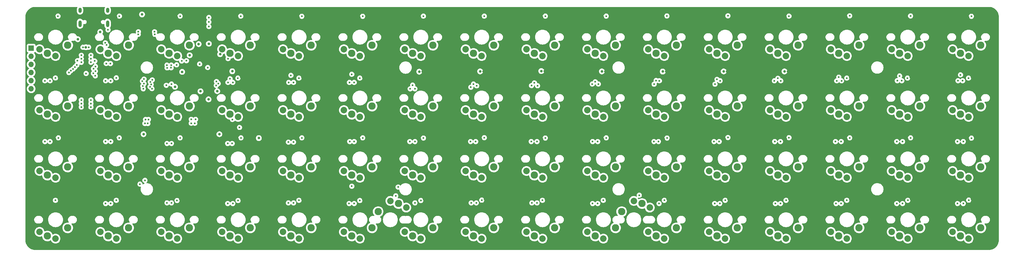
<source format=gbr>
%TF.GenerationSoftware,KiCad,Pcbnew,7.0.2*%
%TF.CreationDate,2023-09-13T20:03:04-04:00*%
%TF.ProjectId,QuicksilverStorm,51756963-6b73-4696-9c76-657253746f72,Mark 2 Rev F*%
%TF.SameCoordinates,Original*%
%TF.FileFunction,Copper,L2,Inr*%
%TF.FilePolarity,Positive*%
%FSLAX46Y46*%
G04 Gerber Fmt 4.6, Leading zero omitted, Abs format (unit mm)*
G04 Created by KiCad (PCBNEW 7.0.2) date 2023-09-13 20:03:04*
%MOMM*%
%LPD*%
G01*
G04 APERTURE LIST*
%TA.AperFunction,ComponentPad*%
%ADD10C,2.286000*%
%TD*%
%TA.AperFunction,ComponentPad*%
%ADD11C,2.032000*%
%TD*%
%TA.AperFunction,ComponentPad*%
%ADD12O,1.000000X1.600000*%
%TD*%
%TA.AperFunction,ComponentPad*%
%ADD13O,1.000000X2.100000*%
%TD*%
%TA.AperFunction,ComponentPad*%
%ADD14R,1.700000X1.700000*%
%TD*%
%TA.AperFunction,ComponentPad*%
%ADD15O,1.700000X1.700000*%
%TD*%
%TA.AperFunction,ViaPad*%
%ADD16C,0.600000*%
%TD*%
%TA.AperFunction,ViaPad*%
%ADD17C,0.800000*%
%TD*%
G04 APERTURE END LIST*
D10*
%TO.N,14*%
%TO.C,K2*%
X55403750Y-86042500D03*
D11*
X52943750Y-84762500D03*
D10*
%TO.N,Net-(D2-A)*%
X61753750Y-83502500D03*
D11*
X57943750Y-86862500D03*
%TD*%
D10*
%TO.N,13*%
%TO.C,K3*%
X74453750Y-86029800D03*
D11*
X71993750Y-84749800D03*
D10*
%TO.N,Net-(D3-A)*%
X80803750Y-83489800D03*
D11*
X76993750Y-86849800D03*
%TD*%
D10*
%TO.N,10*%
%TO.C,K6*%
X131603750Y-86042500D03*
D11*
X129143750Y-84762500D03*
D10*
%TO.N,Net-(D6-A)*%
X137953750Y-83502500D03*
D11*
X134143750Y-86862500D03*
%TD*%
D10*
%TO.N,9*%
%TO.C,K7*%
X150653750Y-86042500D03*
D11*
X148193750Y-84762500D03*
D10*
%TO.N,Net-(D7-A)*%
X157003750Y-83502500D03*
D11*
X153193750Y-86862500D03*
%TD*%
D10*
%TO.N,8*%
%TO.C,K8*%
X169703750Y-86042500D03*
D11*
X167243750Y-84762500D03*
D10*
%TO.N,Net-(D8-A)*%
X176053750Y-83502500D03*
D11*
X172243750Y-86862500D03*
%TD*%
D10*
%TO.N,7*%
%TO.C,K9*%
X188753750Y-86042500D03*
D11*
X186293750Y-84762500D03*
D10*
%TO.N,Net-(D9-A)*%
X195103750Y-83502500D03*
D11*
X191293750Y-86862500D03*
%TD*%
D10*
%TO.N,6*%
%TO.C,K10*%
X207803750Y-86042500D03*
D11*
X205343750Y-84762500D03*
D10*
%TO.N,Net-(D10-A)*%
X214153750Y-83502500D03*
D11*
X210343750Y-86862500D03*
%TD*%
D10*
%TO.N,5*%
%TO.C,K11*%
X226853750Y-86042500D03*
D11*
X224393750Y-84762500D03*
D10*
%TO.N,Net-(D11-A)*%
X233203750Y-83502500D03*
D11*
X229393750Y-86862500D03*
%TD*%
D10*
%TO.N,4*%
%TO.C,K12*%
X245903750Y-86042500D03*
D11*
X243443750Y-84762500D03*
D10*
%TO.N,Net-(D12-A)*%
X252253750Y-83502500D03*
D11*
X248443750Y-86862500D03*
%TD*%
D10*
%TO.N,3*%
%TO.C,K13*%
X264953750Y-86042500D03*
D11*
X262493750Y-84762500D03*
D10*
%TO.N,Net-(D13-A)*%
X271303750Y-83502500D03*
D11*
X267493750Y-86862500D03*
%TD*%
D10*
%TO.N,2*%
%TO.C,K14*%
X284003750Y-86042500D03*
D11*
X281543750Y-84762500D03*
D10*
%TO.N,Net-(D14-A)*%
X290353750Y-83502500D03*
D11*
X286543750Y-86862500D03*
%TD*%
D10*
%TO.N,1*%
%TO.C,K15*%
X303053750Y-86042500D03*
D11*
X300593750Y-84762500D03*
D10*
%TO.N,Net-(D15-A)*%
X309403750Y-83502500D03*
D11*
X305593750Y-86862500D03*
%TD*%
D10*
%TO.N,0*%
%TO.C,K16*%
X322103750Y-86042500D03*
D11*
X319643750Y-84762500D03*
D10*
%TO.N,Net-(D16-A)*%
X328453750Y-83502500D03*
D11*
X324643750Y-86862500D03*
%TD*%
D10*
%TO.N,15*%
%TO.C,K17*%
X36353750Y-105092500D03*
D11*
X33893750Y-103812500D03*
D10*
%TO.N,Net-(D17-A)*%
X42703750Y-102552500D03*
D11*
X38893750Y-105912500D03*
%TD*%
D10*
%TO.N,14*%
%TO.C,K18*%
X55403750Y-105092500D03*
D11*
X52943750Y-103812500D03*
D10*
%TO.N,Net-(D18-A)*%
X61753750Y-102552500D03*
D11*
X57943750Y-105912500D03*
%TD*%
D10*
%TO.N,13*%
%TO.C,K19*%
X74453750Y-105092500D03*
D11*
X71993750Y-103812500D03*
D10*
%TO.N,Net-(D19-A)*%
X80803750Y-102552500D03*
D11*
X76993750Y-105912500D03*
%TD*%
D10*
%TO.N,10*%
%TO.C,K22*%
X131603750Y-105092500D03*
D11*
X129143750Y-103812500D03*
D10*
%TO.N,Net-(D22-A)*%
X137953750Y-102552500D03*
D11*
X134143750Y-105912500D03*
%TD*%
D10*
%TO.N,9*%
%TO.C,K23*%
X150653750Y-105092500D03*
D11*
X148193750Y-103812500D03*
D10*
%TO.N,Net-(D23-A)*%
X157003750Y-102552500D03*
D11*
X153193750Y-105912500D03*
%TD*%
D10*
%TO.N,8*%
%TO.C,K24*%
X169703750Y-105092500D03*
D11*
X167243750Y-103812500D03*
D10*
%TO.N,Net-(D24-A)*%
X176053750Y-102552500D03*
D11*
X172243750Y-105912500D03*
%TD*%
D10*
%TO.N,7*%
%TO.C,K25*%
X188753750Y-105092500D03*
D11*
X186293750Y-103812500D03*
D10*
%TO.N,Net-(D25-A)*%
X195103750Y-102552500D03*
D11*
X191293750Y-105912500D03*
%TD*%
D10*
%TO.N,6*%
%TO.C,K26*%
X207803750Y-105092500D03*
D11*
X205343750Y-103812500D03*
D10*
%TO.N,Net-(D26-A)*%
X214153750Y-102552500D03*
D11*
X210343750Y-105912500D03*
%TD*%
D10*
%TO.N,5*%
%TO.C,K27*%
X226853750Y-105092500D03*
D11*
X224393750Y-103812500D03*
D10*
%TO.N,Net-(D27-A)*%
X233203750Y-102552500D03*
D11*
X229393750Y-105912500D03*
%TD*%
D10*
%TO.N,4*%
%TO.C,K28*%
X245903750Y-105092500D03*
D11*
X243443750Y-103812500D03*
D10*
%TO.N,Net-(D28-A)*%
X252253750Y-102552500D03*
D11*
X248443750Y-105912500D03*
%TD*%
D10*
%TO.N,3*%
%TO.C,K29*%
X264953750Y-105092500D03*
D11*
X262493750Y-103812500D03*
D10*
%TO.N,Net-(D29-A)*%
X271303750Y-102552500D03*
D11*
X267493750Y-105912500D03*
%TD*%
D10*
%TO.N,2*%
%TO.C,K30*%
X284003750Y-105092500D03*
D11*
X281543750Y-103812500D03*
D10*
%TO.N,Net-(D30-A)*%
X290353750Y-102552500D03*
D11*
X286543750Y-105912500D03*
%TD*%
D10*
%TO.N,1*%
%TO.C,K31*%
X303053750Y-105092500D03*
D11*
X300593750Y-103812500D03*
D10*
%TO.N,Net-(D31-A)*%
X309403750Y-102552500D03*
D11*
X305593750Y-105912500D03*
%TD*%
D10*
%TO.N,0*%
%TO.C,K32*%
X322103750Y-105092500D03*
D11*
X319643750Y-103812500D03*
D10*
%TO.N,Net-(D32-A)*%
X328453750Y-102552500D03*
D11*
X324643750Y-105912500D03*
%TD*%
D10*
%TO.N,15*%
%TO.C,K33*%
X36353750Y-124142500D03*
D11*
X33893750Y-122862500D03*
D10*
%TO.N,Net-(D33-A)*%
X42703750Y-121602500D03*
D11*
X38893750Y-124962500D03*
%TD*%
D10*
%TO.N,14*%
%TO.C,K34*%
X55403750Y-124142500D03*
D11*
X52943750Y-122862500D03*
D10*
%TO.N,Net-(D34-A)*%
X61753750Y-121602500D03*
D11*
X57943750Y-124962500D03*
%TD*%
D10*
%TO.N,13*%
%TO.C,K35*%
X74453750Y-124142500D03*
D11*
X71993750Y-122862500D03*
D10*
%TO.N,Net-(D35-A)*%
X80803750Y-121602500D03*
D11*
X76993750Y-124962500D03*
%TD*%
D10*
%TO.N,12*%
%TO.C,K36*%
X93503750Y-124142500D03*
D11*
X91043750Y-122862500D03*
D10*
%TO.N,Net-(D36-A)*%
X99853750Y-121602500D03*
D11*
X96043750Y-124962500D03*
%TD*%
D10*
%TO.N,11*%
%TO.C,K37*%
X112553750Y-124142500D03*
D11*
X110093750Y-122862500D03*
D10*
%TO.N,Net-(D37-A)*%
X118903750Y-121602500D03*
D11*
X115093750Y-124962500D03*
%TD*%
D10*
%TO.N,10*%
%TO.C,K38*%
X131603750Y-124142500D03*
D11*
X129143750Y-122862500D03*
D10*
%TO.N,Net-(D38-A)*%
X137953750Y-121602500D03*
D11*
X134143750Y-124962500D03*
%TD*%
D10*
%TO.N,9*%
%TO.C,K39*%
X150653750Y-124142500D03*
D11*
X148193750Y-122862500D03*
D10*
%TO.N,Net-(D39-A)*%
X157003750Y-121602500D03*
D11*
X153193750Y-124962500D03*
%TD*%
D10*
%TO.N,8*%
%TO.C,K40*%
X169703750Y-124142500D03*
D11*
X167243750Y-122862500D03*
D10*
%TO.N,Net-(D40-A)*%
X176053750Y-121602500D03*
D11*
X172243750Y-124962500D03*
%TD*%
D10*
%TO.N,7*%
%TO.C,K41*%
X188753750Y-124142500D03*
D11*
X186293750Y-122862500D03*
D10*
%TO.N,Net-(D41-A)*%
X195103750Y-121602500D03*
D11*
X191293750Y-124962500D03*
%TD*%
D10*
%TO.N,6*%
%TO.C,K42*%
X207803750Y-124142500D03*
D11*
X205343750Y-122862500D03*
D10*
%TO.N,Net-(D42-A)*%
X214153750Y-121602500D03*
D11*
X210343750Y-124962500D03*
%TD*%
D10*
%TO.N,5*%
%TO.C,K43*%
X226853750Y-124142500D03*
D11*
X224393750Y-122862500D03*
D10*
%TO.N,Net-(D43-A)*%
X233203750Y-121602500D03*
D11*
X229393750Y-124962500D03*
%TD*%
D10*
%TO.N,4*%
%TO.C,K44*%
X245903750Y-124142500D03*
D11*
X243443750Y-122862500D03*
D10*
%TO.N,Net-(D44-A)*%
X252253750Y-121602500D03*
D11*
X248443750Y-124962500D03*
%TD*%
D10*
%TO.N,3*%
%TO.C,K45*%
X264953750Y-124142500D03*
D11*
X262493750Y-122862500D03*
D10*
%TO.N,Net-(D45-A)*%
X271303750Y-121602500D03*
D11*
X267493750Y-124962500D03*
%TD*%
D10*
%TO.N,2*%
%TO.C,K46*%
X284003750Y-124142500D03*
D11*
X281543750Y-122862500D03*
D10*
%TO.N,Net-(D46-A)*%
X290353750Y-121602500D03*
D11*
X286543750Y-124962500D03*
%TD*%
D10*
%TO.N,1*%
%TO.C,K47*%
X303053750Y-124142500D03*
D11*
X300593750Y-122862500D03*
D10*
%TO.N,Net-(D47-A)*%
X309403750Y-121602500D03*
D11*
X305593750Y-124962500D03*
%TD*%
D10*
%TO.N,0*%
%TO.C,K48*%
X322103750Y-124142500D03*
D11*
X319643750Y-122862500D03*
D10*
%TO.N,Net-(D48-A)*%
X328453750Y-121602500D03*
D11*
X324643750Y-124962500D03*
%TD*%
D10*
%TO.N,15*%
%TO.C,K49*%
X36353750Y-143192500D03*
D11*
X33893750Y-141912500D03*
D10*
%TO.N,Net-(D49-A)*%
X42703750Y-140652500D03*
D11*
X38893750Y-144012500D03*
%TD*%
D10*
%TO.N,14*%
%TO.C,K50*%
X55403750Y-143192500D03*
D11*
X52943750Y-141912500D03*
D10*
%TO.N,Net-(D50-A)*%
X61753750Y-140652500D03*
D11*
X57943750Y-144012500D03*
%TD*%
D10*
%TO.N,13*%
%TO.C,K51*%
X74453750Y-143192500D03*
D11*
X71993750Y-141912500D03*
D10*
%TO.N,Net-(D51-A)*%
X80803750Y-140652500D03*
D11*
X76993750Y-144012500D03*
%TD*%
D10*
%TO.N,12*%
%TO.C,K52*%
X93503750Y-143192500D03*
D11*
X91043750Y-141912500D03*
D10*
%TO.N,Net-(D52-A)*%
X99853750Y-140652500D03*
D11*
X96043750Y-144012500D03*
%TD*%
D10*
%TO.N,11*%
%TO.C,K53*%
X112553750Y-143192500D03*
D11*
X110093750Y-141912500D03*
D10*
%TO.N,Net-(D53-A)*%
X118903750Y-140652500D03*
D11*
X115093750Y-144012500D03*
%TD*%
D10*
%TO.N,10*%
%TO.C,K54*%
X131603750Y-143192500D03*
D11*
X129143750Y-141912500D03*
D10*
%TO.N,Net-(D54-A)*%
X137953750Y-140652500D03*
D11*
X134143750Y-144012500D03*
%TD*%
D10*
%TO.N,9*%
%TO.C,K55*%
X150653750Y-143192500D03*
D11*
X148193750Y-141912500D03*
D10*
%TO.N,Net-(D55-A)*%
X157003750Y-140652500D03*
D11*
X153193750Y-144012500D03*
%TD*%
D10*
%TO.N,8*%
%TO.C,K56*%
X169703750Y-143192500D03*
D11*
X167243750Y-141912500D03*
D10*
%TO.N,Net-(D56-A)*%
X176053750Y-140652500D03*
D11*
X172243750Y-144012500D03*
%TD*%
D10*
%TO.N,7*%
%TO.C,K57*%
X188753750Y-143192500D03*
D11*
X186293750Y-141912500D03*
D10*
%TO.N,Net-(D57-A)*%
X195103750Y-140652500D03*
D11*
X191293750Y-144012500D03*
%TD*%
D10*
%TO.N,6*%
%TO.C,K58*%
X207803750Y-143192500D03*
D11*
X205343750Y-141912500D03*
D10*
%TO.N,Net-(D58-A)*%
X214153750Y-140652500D03*
D11*
X210343750Y-144012500D03*
%TD*%
D10*
%TO.N,5*%
%TO.C,K59*%
X226853750Y-143192500D03*
D11*
X224393750Y-141912500D03*
D10*
%TO.N,Net-(D59-A)*%
X233203750Y-140652500D03*
D11*
X229393750Y-144012500D03*
%TD*%
D10*
%TO.N,4*%
%TO.C,K60*%
X245903750Y-143192500D03*
D11*
X243443750Y-141912500D03*
D10*
%TO.N,Net-(D60-A)*%
X252253750Y-140652500D03*
D11*
X248443750Y-144012500D03*
%TD*%
D10*
%TO.N,3*%
%TO.C,K61*%
X264953750Y-143192500D03*
D11*
X262493750Y-141912500D03*
D10*
%TO.N,Net-(D61-A)*%
X271303750Y-140652500D03*
D11*
X267493750Y-144012500D03*
%TD*%
D10*
%TO.N,2*%
%TO.C,K62*%
X284003750Y-143192500D03*
D11*
X281543750Y-141912500D03*
D10*
%TO.N,Net-(D62-A)*%
X290353750Y-140652500D03*
D11*
X286543750Y-144012500D03*
%TD*%
D10*
%TO.N,1*%
%TO.C,K63*%
X303053750Y-143192500D03*
D11*
X300593750Y-141912500D03*
D10*
%TO.N,Net-(D63-A)*%
X309403750Y-140652500D03*
D11*
X305593750Y-144012500D03*
%TD*%
D10*
%TO.N,0*%
%TO.C,K64*%
X322103750Y-143192500D03*
D11*
X319643750Y-141912500D03*
D10*
%TO.N,Net-(D64-A)*%
X328453750Y-140652500D03*
D11*
X324643750Y-144012500D03*
%TD*%
D10*
%TO.N,15*%
%TO.C,K1*%
X36353750Y-86042500D03*
D11*
X33893750Y-84762500D03*
D10*
%TO.N,Net-(D1-A)*%
X42703750Y-83502500D03*
D11*
X38893750Y-86862500D03*
%TD*%
D10*
%TO.N,12*%
%TO.C,K4*%
X93503750Y-86042500D03*
D11*
X91043750Y-84762500D03*
D10*
%TO.N,Net-(D4-A)*%
X99853750Y-83502500D03*
D11*
X96043750Y-86862500D03*
%TD*%
D10*
%TO.N,11*%
%TO.C,K5*%
X112553750Y-86042500D03*
D11*
X110093750Y-84762500D03*
D10*
%TO.N,Net-(D5-A)*%
X118903750Y-83502500D03*
D11*
X115093750Y-86862500D03*
%TD*%
D10*
%TO.N,11*%
%TO.C,K21*%
X112553750Y-105092500D03*
D11*
X110093750Y-103812500D03*
D10*
%TO.N,Net-(D21-A)*%
X118903750Y-102552500D03*
D11*
X115093750Y-105912500D03*
%TD*%
D10*
%TO.N,12*%
%TO.C,K20*%
X93503750Y-105092500D03*
D11*
X91043750Y-103812500D03*
D10*
%TO.N,Net-(D20-A)*%
X99853750Y-102552500D03*
D11*
X96043750Y-105912500D03*
%TD*%
D10*
%TO.N,10*%
%TO.C,K54.1*%
X146208750Y-133032500D03*
D11*
X148668750Y-134312500D03*
D10*
%TO.N,Net-(D54-A)*%
X139858750Y-135572500D03*
D11*
X143668750Y-132212500D03*
%TD*%
D10*
%TO.N,6*%
%TO.C,K58.1*%
X222408750Y-133032500D03*
D11*
X224868750Y-134312500D03*
D10*
%TO.N,Net-(D58-A)*%
X216058750Y-135572500D03*
D11*
X219868750Y-132212500D03*
%TD*%
D12*
%TO.N,GND*%
%TO.C,J0*%
X46548750Y-72587500D03*
D13*
X46548750Y-76767500D03*
D12*
X55188750Y-72587500D03*
D13*
X55188750Y-76767500D03*
%TD*%
D14*
%TO.N,GND*%
%TO.C,J2*%
X31268750Y-84417500D03*
D15*
%TO.N,22*%
X31268750Y-86957500D03*
%TO.N,21*%
X31268750Y-89497500D03*
%TO.N,20*%
X31268750Y-92037500D03*
%TO.N,19*%
X31268750Y-94577500D03*
%TO.N,18*%
X31268750Y-97117500D03*
%TD*%
D16*
%TO.N,GND*%
X49968750Y-86637500D03*
X39668750Y-74387500D03*
X49968750Y-100637500D03*
X39768750Y-112487500D03*
X192168750Y-74387500D03*
X154018750Y-112537500D03*
X287418750Y-112487500D03*
X49968750Y-87737500D03*
X46968750Y-101737500D03*
D17*
X190918750Y-91587500D03*
D16*
X86868750Y-74837500D03*
D17*
X84268750Y-97912500D03*
D16*
X135018750Y-112487500D03*
X96868750Y-74387500D03*
X267518750Y-132037500D03*
X306468750Y-112487500D03*
D17*
X89498750Y-97887500D03*
X52872684Y-79342810D03*
D16*
X96918750Y-112487500D03*
X287418750Y-74287500D03*
X324668750Y-131987500D03*
X86518750Y-90487500D03*
X230268750Y-112537500D03*
X249318750Y-112387500D03*
X211218750Y-112487500D03*
X46968750Y-86637500D03*
D17*
X90168750Y-111337500D03*
D16*
X286518750Y-93787500D03*
D17*
X86768750Y-100437500D03*
D16*
X154018750Y-74387500D03*
X57918750Y-93687500D03*
D17*
X45857169Y-81624178D03*
X48368750Y-84137500D03*
X65968750Y-73862500D03*
D16*
X49968750Y-88837500D03*
X49968750Y-101737500D03*
D17*
X86868750Y-83037500D03*
D16*
X192168750Y-112537500D03*
D17*
X267018750Y-91687500D03*
D16*
X57918750Y-132037500D03*
X173068750Y-112437500D03*
X135018750Y-74437500D03*
X58818750Y-112487500D03*
X153218750Y-132087500D03*
D17*
X94203250Y-91637500D03*
X66428750Y-111337500D03*
D16*
X49968750Y-102837500D03*
X305518750Y-93787500D03*
X115068750Y-93787500D03*
X134118750Y-132087500D03*
X305618750Y-132037500D03*
X249318750Y-74287500D03*
X191268750Y-132037500D03*
X134118750Y-93787500D03*
D17*
X171768750Y-91687500D03*
X152718750Y-91787500D03*
D16*
X230218750Y-74337500D03*
X210318750Y-132037500D03*
X306468750Y-74337500D03*
D17*
X78518750Y-91837000D03*
D16*
X115068750Y-132037500D03*
D17*
X102508750Y-112567500D03*
D16*
X46968750Y-102837500D03*
X115968750Y-74437500D03*
X38868750Y-93737500D03*
D17*
X209868750Y-91687500D03*
D16*
X58868750Y-74387500D03*
X48468750Y-92337500D03*
X77868750Y-112487500D03*
X115968750Y-112487500D03*
X38868750Y-132037500D03*
D17*
X83693000Y-83137500D03*
X76268750Y-96487500D03*
D16*
X86868750Y-76237500D03*
X76918750Y-132087500D03*
X229418750Y-132037500D03*
X173068750Y-74387500D03*
X286518750Y-132037500D03*
X86868750Y-77637500D03*
X248468750Y-132037500D03*
X96018750Y-132087500D03*
X46968750Y-87737500D03*
X46968750Y-88837500D03*
X325518750Y-74437500D03*
D17*
X247989250Y-91687500D03*
D16*
X325518750Y-112587500D03*
X268418750Y-74387500D03*
D17*
X80868750Y-86637500D03*
D16*
X268418750Y-112437500D03*
X77868750Y-74387500D03*
X172268750Y-131987500D03*
D17*
X90394290Y-86298816D03*
D16*
X46968750Y-100637500D03*
X211218750Y-74387500D03*
D17*
X228918750Y-91737500D03*
D16*
X324618750Y-93787500D03*
X95968750Y-93787500D03*
%TO.N,~{RESET}*%
X94268750Y-106747500D03*
X96458750Y-109227500D03*
%TO.N,DB+*%
X69868750Y-79287500D03*
X49268750Y-84137500D03*
X64818750Y-79287500D03*
X54468750Y-82737500D03*
%TO.N,DB-*%
X69968750Y-80087500D03*
X47468750Y-84137500D03*
X64768750Y-80087500D03*
X54868750Y-83437500D03*
%TO.N,0*%
X322093750Y-92762500D03*
%TO.N,1*%
X303053750Y-93112500D03*
%TO.N,2*%
X284003750Y-93487500D03*
%TO.N,3*%
X264953750Y-93837500D03*
%TO.N,4*%
X245903750Y-94187500D03*
%TO.N,5*%
X226853750Y-94537500D03*
%TO.N,6*%
X207803750Y-94937500D03*
%TO.N,7*%
X188753750Y-95287500D03*
%TO.N,8*%
X169703750Y-95637500D03*
%TO.N,9*%
X150653750Y-95987500D03*
%TO.N,10*%
X146118750Y-127887500D03*
X131618750Y-127637500D03*
X131603750Y-92587500D03*
%TO.N,11*%
X112553750Y-92937500D03*
%TO.N,12*%
X93503750Y-93987500D03*
%TO.N,13*%
X89248750Y-94857500D03*
%TO.N,14*%
X75118750Y-89737997D03*
X89818750Y-95487500D03*
X73768750Y-89710389D03*
%TO.N,15*%
X56068750Y-89237500D03*
X89199718Y-96072857D03*
X54768750Y-89227500D03*
X73818750Y-90587500D03*
X75061000Y-90545250D03*
%TO.N,18*%
X69068750Y-97087500D03*
X43068750Y-92037500D03*
X51318750Y-93087500D03*
X66368750Y-97137500D03*
%TO.N,19*%
X50748660Y-92330130D03*
X43668750Y-91437500D03*
X66216665Y-96281662D03*
X68468750Y-96487500D03*
%TO.N,20*%
X68818750Y-95737500D03*
X44368750Y-90937500D03*
X66568750Y-95487500D03*
X51368750Y-91615823D03*
%TO.N,23*%
X67768750Y-107987500D03*
X65318750Y-126987500D03*
X67968750Y-106737500D03*
X66868750Y-125787500D03*
%TO.N,24*%
X67068750Y-106737500D03*
X66868750Y-107987500D03*
%TO.N,26{slash}A0*%
X51168750Y-88437500D03*
X45768750Y-88337500D03*
X78368750Y-88437500D03*
X79868750Y-88337500D03*
X83993750Y-89387500D03*
X92880971Y-87699721D03*
X76768750Y-89637500D03*
%TO.N,27{slash}A1*%
X55318750Y-78687500D03*
%TO.N,+3V3*%
X229918750Y-91737500D03*
X84058750Y-87887500D03*
X47968750Y-102737500D03*
X306418750Y-93587500D03*
X115068750Y-74787500D03*
X248418750Y-112737500D03*
X39768750Y-93387500D03*
X287418750Y-131687500D03*
X76968750Y-74737500D03*
X286518750Y-74637500D03*
X153118750Y-112887500D03*
X135018750Y-93437500D03*
X47968750Y-100637500D03*
X154118750Y-131737500D03*
X96918750Y-131737500D03*
X77818750Y-131737500D03*
X210868750Y-91687500D03*
X38768750Y-74737500D03*
X248268750Y-74637500D03*
X248959250Y-91687500D03*
X48968750Y-102737500D03*
X268418750Y-131687500D03*
X58818750Y-131687500D03*
X134118750Y-112837500D03*
X85728750Y-87967500D03*
X83668750Y-73837500D03*
X48968750Y-99437500D03*
X306518750Y-131687500D03*
X66968750Y-74437500D03*
X96868750Y-93437500D03*
X172168750Y-112787500D03*
X153118750Y-74737500D03*
X325568750Y-131637500D03*
X76968750Y-112837500D03*
X38868750Y-112837500D03*
X48968750Y-101637500D03*
X115968750Y-131687500D03*
X325518750Y-93437500D03*
X57968750Y-74737500D03*
X192168750Y-131687500D03*
X39768750Y-131687500D03*
X95968750Y-74737500D03*
X324618750Y-112937500D03*
X135018750Y-131737500D03*
X58818750Y-93337500D03*
X229368750Y-112887500D03*
X172168750Y-74737500D03*
X96558750Y-110227500D03*
X287418750Y-93587500D03*
X57918750Y-112837500D03*
X229318750Y-74687500D03*
X324618750Y-74787500D03*
X89138750Y-91487500D03*
X48968750Y-100637500D03*
X305568750Y-112837500D03*
X249368750Y-131687500D03*
X230318750Y-131687500D03*
X96018750Y-112837500D03*
X134118750Y-74787500D03*
X286518750Y-112837500D03*
X88668750Y-87987500D03*
X267468750Y-74687500D03*
X47968750Y-101637500D03*
X210318750Y-74737500D03*
X115068750Y-112837500D03*
X210318750Y-112837500D03*
X211218750Y-131687500D03*
X173168750Y-131637500D03*
X305418750Y-74687500D03*
X267518750Y-112787500D03*
X78668750Y-94537500D03*
X172768750Y-91737500D03*
X191868750Y-91637500D03*
X153718750Y-91787500D03*
X84068750Y-91637500D03*
X191268750Y-112887500D03*
X86718750Y-92637500D03*
X115968750Y-93437500D03*
X268018750Y-91687500D03*
X47968750Y-99437500D03*
X191268750Y-74737500D03*
%TO.N,17*%
X81368750Y-107917500D03*
X81368750Y-106687500D03*
%TO.N,16*%
X82468750Y-107917500D03*
X82718750Y-106687500D03*
%TO.N,21*%
X68553001Y-94961124D03*
X44968750Y-90337500D03*
X66068750Y-94737500D03*
X50771543Y-90860593D03*
%TO.N,22*%
X69168750Y-94337500D03*
X51368750Y-90137500D03*
X66568750Y-94087500D03*
X45568750Y-89675933D03*
%TO.N,Net-(LD17-DOUT)*%
X37168750Y-94637500D03*
X35568750Y-94637500D03*
X37168750Y-113637500D03*
X35568750Y-113637500D03*
%TO.N,Net-(LD17-DIN)*%
X54568750Y-94637500D03*
X56168750Y-94637500D03*
%TO.N,Net-(LD18-DIN)*%
X75168750Y-95637500D03*
X73568750Y-96037500D03*
%TO.N,Net-(LD19-DIN)*%
X92868750Y-95137500D03*
X94368750Y-95137500D03*
%TO.N,Net-(LD20-DIN)*%
X111868750Y-95137500D03*
X113368750Y-95137500D03*
%TO.N,Net-(LD21-DIN)*%
X130868750Y-95137500D03*
X132368750Y-95137500D03*
%TO.N,Net-(LD22-DIN)*%
X151368750Y-97137500D03*
X149868750Y-97137500D03*
%TO.N,Net-(LD23-DIN)*%
X168868750Y-96637500D03*
X170694881Y-96195456D03*
%TO.N,Net-(LD24-DIN)*%
X187868750Y-96137500D03*
X189738467Y-96174724D03*
%TO.N,Net-(LD25-DIN)*%
X208769248Y-95637500D03*
X206868750Y-95637500D03*
%TO.N,Net-(LD26-DIN)*%
X226229250Y-95687500D03*
X227868750Y-94637500D03*
%TO.N,Net-(LD27-DIN)*%
X246868750Y-94637500D03*
X245279250Y-95687500D03*
%TO.N,Net-(LD28-DIN)*%
X265868750Y-94637500D03*
X263868750Y-94637500D03*
%TO.N,Net-(LD29-DIN)*%
X284868750Y-94637500D03*
X283368750Y-94637500D03*
%TO.N,Net-(LD30-DIN)*%
X302318750Y-94587500D03*
X303718750Y-94587500D03*
%TO.N,Net-(LD31-DIN)*%
X321318750Y-94587500D03*
X322768750Y-94587500D03*
%TO.N,Net-(LD33-DOUT)*%
X56168750Y-113637500D03*
X54568750Y-113637500D03*
%TO.N,Net-(LD34-DOUT)*%
X73768750Y-114237500D03*
X75168750Y-114237500D03*
%TO.N,Net-(LD35-DOUT)*%
X92768750Y-114237500D03*
X94168750Y-114237500D03*
%TO.N,Net-(LD36-DOUT)*%
X111768750Y-113837500D03*
X113368750Y-113837500D03*
%TO.N,Net-(LD37-DOUT)*%
X130968750Y-113637500D03*
X132368750Y-113637500D03*
%TO.N,Net-(LD38-DOUT)*%
X151368750Y-113637500D03*
X149768750Y-113637500D03*
%TO.N,Net-(LD39-DOUT)*%
X168768750Y-113637500D03*
X170368750Y-113637500D03*
%TO.N,Net-(LD40-DOUT)*%
X189568750Y-113637500D03*
X187768750Y-113637500D03*
%TO.N,Net-(LD41-DOUT)*%
X208568750Y-113637500D03*
X206968750Y-113637500D03*
%TO.N,Net-(LD42-DOUT)*%
X227568750Y-113637500D03*
X226168750Y-113637500D03*
%TO.N,Net-(LD43-DOUT)*%
X246568750Y-113637500D03*
X244968750Y-113637500D03*
%TO.N,Net-(LD44-DOUT)*%
X263968750Y-113637500D03*
X265768750Y-113637500D03*
%TO.N,Net-(LD45-DOUT)*%
X284768750Y-113637500D03*
X282968750Y-113637500D03*
%TO.N,Net-(LD46-DOUT)*%
X302168750Y-113637500D03*
X303968750Y-113637500D03*
%TO.N,Net-(LD47-DOUT)*%
X321168750Y-113637500D03*
X322968750Y-113637500D03*
%TO.N,Net-(LD49-DIN)*%
X56168750Y-133037500D03*
X54568750Y-133037500D03*
%TO.N,Net-(LD50-DIN)*%
X73768750Y-132837500D03*
X75168750Y-132837500D03*
%TO.N,Net-(LD51-DIN)*%
X94368750Y-133037500D03*
X92768750Y-133037500D03*
%TO.N,Net-(LD52-DIN)*%
X111768750Y-132837500D03*
X113368750Y-132837500D03*
%TO.N,Net-(LD53-DIN)*%
X132368750Y-133037500D03*
X130768750Y-133037500D03*
%TO.N,Net-(LD54-DIN)*%
X151368750Y-132837500D03*
X145368750Y-130637500D03*
%TO.N,Net-(LD55-DIN)*%
X168968750Y-132837500D03*
X170568750Y-132837500D03*
%TO.N,Net-(LD56-DIN)*%
X189568750Y-132837500D03*
X187968750Y-132837500D03*
%TO.N,Net-(LD57-DIN)*%
X208568750Y-133037500D03*
X206968750Y-133037500D03*
%TO.N,Net-(LD58-DIN)*%
X227768750Y-133037500D03*
X221568750Y-130437500D03*
%TO.N,Net-(LD59-DIN)*%
X245168750Y-133037500D03*
X246768750Y-133037500D03*
%TO.N,Net-(LD60-DIN)*%
X264168750Y-133037500D03*
X265768750Y-133037500D03*
%TO.N,Net-(LD61-DIN)*%
X284768750Y-133037500D03*
X283168750Y-133037500D03*
%TO.N,Net-(LD62-DIN)*%
X302168750Y-133037500D03*
X303968750Y-133037500D03*
%TO.N,Net-(LD63-DIN)*%
X321168750Y-133037500D03*
X322968750Y-133037500D03*
%TD*%
%TA.AperFunction,Conductor*%
%TO.N,+3V3*%
G36*
X45681441Y-71533002D02*
G01*
X45727934Y-71586658D01*
X45738038Y-71656932D01*
X45710721Y-71718932D01*
X45706154Y-71724496D01*
X45612508Y-71899697D01*
X45554841Y-72089798D01*
X45540553Y-72234872D01*
X45540250Y-72237953D01*
X45540250Y-72937047D01*
X45540552Y-72940119D01*
X45540553Y-72940127D01*
X45554841Y-73085201D01*
X45612508Y-73275302D01*
X45706156Y-73450507D01*
X45832181Y-73604068D01*
X45985742Y-73730093D01*
X45985746Y-73730095D01*
X46160946Y-73823741D01*
X46255997Y-73852574D01*
X46351048Y-73881408D01*
X46548750Y-73900880D01*
X46746451Y-73881408D01*
X46936554Y-73823741D01*
X47111754Y-73730095D01*
X47111755Y-73730093D01*
X47111757Y-73730093D01*
X47265318Y-73604068D01*
X47391343Y-73450507D01*
X47391345Y-73450504D01*
X47484991Y-73275304D01*
X47542658Y-73085201D01*
X47557250Y-72937047D01*
X47557250Y-72237953D01*
X47542658Y-72089799D01*
X47540571Y-72082920D01*
X47513824Y-71994747D01*
X47484991Y-71899696D01*
X47391345Y-71724496D01*
X47386779Y-71718932D01*
X47359027Y-71653584D01*
X47371010Y-71583606D01*
X47418923Y-71531215D01*
X47484180Y-71513000D01*
X54253320Y-71513000D01*
X54321441Y-71533002D01*
X54367934Y-71586658D01*
X54378038Y-71656932D01*
X54350721Y-71718932D01*
X54346154Y-71724496D01*
X54252508Y-71899697D01*
X54194841Y-72089798D01*
X54180553Y-72234872D01*
X54180250Y-72237953D01*
X54180250Y-72937047D01*
X54180552Y-72940119D01*
X54180553Y-72940127D01*
X54194841Y-73085201D01*
X54252508Y-73275302D01*
X54346156Y-73450507D01*
X54472181Y-73604068D01*
X54625742Y-73730093D01*
X54625746Y-73730095D01*
X54800946Y-73823741D01*
X54895997Y-73852574D01*
X54991048Y-73881408D01*
X55188750Y-73900880D01*
X55386451Y-73881408D01*
X55576554Y-73823741D01*
X55751754Y-73730095D01*
X55751755Y-73730093D01*
X55751757Y-73730093D01*
X55905318Y-73604068D01*
X56031343Y-73450507D01*
X56031345Y-73450504D01*
X56124991Y-73275304D01*
X56182658Y-73085201D01*
X56197250Y-72937047D01*
X56197250Y-72237953D01*
X56182658Y-72089799D01*
X56180571Y-72082920D01*
X56153824Y-71994747D01*
X56124991Y-71899696D01*
X56031345Y-71724496D01*
X56026779Y-71718932D01*
X55999027Y-71653584D01*
X56011010Y-71583606D01*
X56058923Y-71531215D01*
X56124180Y-71513000D01*
X330990453Y-71513000D01*
X330997049Y-71513173D01*
X331311147Y-71529638D01*
X331324247Y-71531016D01*
X331631643Y-71579707D01*
X331644534Y-71582446D01*
X331945156Y-71663002D01*
X331957688Y-71667074D01*
X332248265Y-71778620D01*
X332260291Y-71783975D01*
X332537606Y-71925279D01*
X332548992Y-71931852D01*
X332792205Y-72089799D01*
X332810024Y-72101371D01*
X332820693Y-72109123D01*
X333062558Y-72304984D01*
X333072359Y-72313809D01*
X333292422Y-72533876D01*
X333301247Y-72543677D01*
X333497104Y-72785543D01*
X333504856Y-72796213D01*
X333674359Y-73057228D01*
X333680953Y-73068650D01*
X333822241Y-73345949D01*
X333827605Y-73357997D01*
X333939134Y-73648541D01*
X333943210Y-73661084D01*
X334023760Y-73961705D01*
X334026502Y-73974605D01*
X334075188Y-74282000D01*
X334076566Y-74295116D01*
X334084272Y-74442149D01*
X334092502Y-74599188D01*
X334093077Y-74610149D01*
X334093250Y-74616744D01*
X334093250Y-144459207D01*
X334093077Y-144465802D01*
X334076616Y-144779888D01*
X334075238Y-144793004D01*
X334026551Y-145100404D01*
X334023809Y-145113304D01*
X333943257Y-145413930D01*
X333939181Y-145426473D01*
X333827651Y-145717024D01*
X333822287Y-145729072D01*
X333680996Y-146006374D01*
X333674402Y-146017796D01*
X333504896Y-146278815D01*
X333497144Y-146289485D01*
X333301284Y-146531356D01*
X333292459Y-146541157D01*
X333072392Y-146761227D01*
X333062591Y-146770052D01*
X332820726Y-146965913D01*
X332810057Y-146973665D01*
X332549036Y-147143179D01*
X332537614Y-147149773D01*
X332260322Y-147291064D01*
X332248274Y-147296429D01*
X331957710Y-147407970D01*
X331945167Y-147412045D01*
X331644550Y-147492600D01*
X331631649Y-147495342D01*
X331324259Y-147544032D01*
X331311143Y-147545411D01*
X330998003Y-147561827D01*
X330991407Y-147562000D01*
X32547043Y-147562000D01*
X32540449Y-147561827D01*
X32523789Y-147560953D01*
X32226363Y-147545366D01*
X32213247Y-147543988D01*
X31905849Y-147495300D01*
X31892949Y-147492558D01*
X31592328Y-147412008D01*
X31579784Y-147407932D01*
X31289235Y-147296400D01*
X31277188Y-147291036D01*
X30999881Y-147149742D01*
X30988458Y-147143147D01*
X30755836Y-146992080D01*
X30727441Y-146973640D01*
X30716775Y-146965890D01*
X30474911Y-146770032D01*
X30465110Y-146761207D01*
X30245042Y-146541139D01*
X30236217Y-146531338D01*
X30040359Y-146289474D01*
X30032611Y-146278811D01*
X29863098Y-146017785D01*
X29856507Y-146006368D01*
X29715213Y-145729061D01*
X29709849Y-145717014D01*
X29676056Y-145628980D01*
X29598315Y-145426459D01*
X29594241Y-145413921D01*
X29583822Y-145375038D01*
X29513691Y-145113300D01*
X29510949Y-145100400D01*
X29462261Y-144793002D01*
X29460883Y-144779885D01*
X29453177Y-144632851D01*
X29444423Y-144465801D01*
X29444250Y-144459207D01*
X29444250Y-141912500D01*
X32364536Y-141912500D01*
X32383363Y-142151722D01*
X32439381Y-142385053D01*
X32531211Y-142606752D01*
X32559913Y-142653588D01*
X32656590Y-142811349D01*
X32812432Y-142993818D01*
X32994901Y-143149660D01*
X33089181Y-143207435D01*
X33199497Y-143275038D01*
X33199499Y-143275038D01*
X33199501Y-143275040D01*
X33421197Y-143366869D01*
X33654528Y-143422887D01*
X33893750Y-143441714D01*
X34132972Y-143422887D01*
X34366303Y-143366869D01*
X34539768Y-143295017D01*
X34610354Y-143287429D01*
X34673841Y-143319208D01*
X34710069Y-143380266D01*
X34713595Y-143401541D01*
X34717538Y-143451650D01*
X34778223Y-143704420D01*
X34877703Y-143944587D01*
X35013526Y-144166228D01*
X35182351Y-144363898D01*
X35380021Y-144532723D01*
X35601662Y-144668546D01*
X35601664Y-144668546D01*
X35601666Y-144668548D01*
X35841830Y-144768027D01*
X36033915Y-144814141D01*
X36094599Y-144828711D01*
X36113506Y-144830199D01*
X36353750Y-144849107D01*
X36612900Y-144828711D01*
X36865670Y-144768027D01*
X37105834Y-144668548D01*
X37306689Y-144545463D01*
X37375220Y-144526925D01*
X37442897Y-144548381D01*
X37488230Y-144603020D01*
X37488931Y-144604678D01*
X37531211Y-144706752D01*
X37605949Y-144828711D01*
X37656590Y-144911349D01*
X37812432Y-145093818D01*
X37994901Y-145249660D01*
X38085119Y-145304946D01*
X38199497Y-145375038D01*
X38199499Y-145375038D01*
X38199501Y-145375040D01*
X38421197Y-145466869D01*
X38654528Y-145522887D01*
X38893750Y-145541714D01*
X39132972Y-145522887D01*
X39366303Y-145466869D01*
X39587999Y-145375040D01*
X39792599Y-145249660D01*
X39975068Y-145093818D01*
X40130910Y-144911349D01*
X40256290Y-144706749D01*
X40348119Y-144485053D01*
X40404137Y-144251722D01*
X40422964Y-144012500D01*
X40404137Y-143773278D01*
X40348119Y-143539947D01*
X40256290Y-143318251D01*
X40130910Y-143113651D01*
X39975068Y-142931182D01*
X39792599Y-142775340D01*
X39687845Y-142711146D01*
X39588002Y-142649961D01*
X39366303Y-142558131D01*
X39132972Y-142502113D01*
X39132972Y-142502112D01*
X38893750Y-142483286D01*
X38893749Y-142483286D01*
X38654527Y-142502113D01*
X38421196Y-142558131D01*
X38199498Y-142649960D01*
X38099653Y-142711146D01*
X38031120Y-142729684D01*
X37963443Y-142708227D01*
X37918110Y-142653588D01*
X37917410Y-142651931D01*
X37878557Y-142558131D01*
X37829798Y-142440416D01*
X37795871Y-142385053D01*
X37693973Y-142218771D01*
X37525148Y-142021101D01*
X37327478Y-141852276D01*
X37105837Y-141716453D01*
X36865670Y-141616973D01*
X36612900Y-141556288D01*
X36372656Y-141537381D01*
X36353750Y-141535893D01*
X36353749Y-141535893D01*
X36094599Y-141556288D01*
X35841829Y-141616973D01*
X35601663Y-141716453D01*
X35586371Y-141725824D01*
X35517837Y-141744360D01*
X35450161Y-141722901D01*
X35404830Y-141668260D01*
X35398021Y-141647803D01*
X35376050Y-141556288D01*
X35348119Y-141439947D01*
X35256290Y-141218251D01*
X35130910Y-141013651D01*
X34975068Y-140831182D01*
X34792599Y-140675340D01*
X34755328Y-140652500D01*
X41047143Y-140652500D01*
X41067538Y-140911650D01*
X41128223Y-141164420D01*
X41227703Y-141404587D01*
X41363526Y-141626228D01*
X41532351Y-141823898D01*
X41730021Y-141992723D01*
X41951662Y-142128546D01*
X41951664Y-142128546D01*
X41951666Y-142128548D01*
X42191830Y-142228027D01*
X42383915Y-142274141D01*
X42444599Y-142288711D01*
X42464994Y-142290316D01*
X42703750Y-142309107D01*
X42962900Y-142288711D01*
X43215670Y-142228027D01*
X43455834Y-142128548D01*
X43677479Y-141992723D01*
X43771408Y-141912500D01*
X51414536Y-141912500D01*
X51433363Y-142151722D01*
X51489381Y-142385053D01*
X51581211Y-142606752D01*
X51609913Y-142653588D01*
X51706590Y-142811349D01*
X51862432Y-142993818D01*
X52044901Y-143149660D01*
X52139181Y-143207435D01*
X52249497Y-143275038D01*
X52249499Y-143275038D01*
X52249501Y-143275040D01*
X52471197Y-143366869D01*
X52704528Y-143422887D01*
X52943750Y-143441714D01*
X53182972Y-143422887D01*
X53416303Y-143366869D01*
X53589768Y-143295017D01*
X53660354Y-143287429D01*
X53723841Y-143319208D01*
X53760069Y-143380266D01*
X53763595Y-143401541D01*
X53767538Y-143451650D01*
X53828223Y-143704420D01*
X53927703Y-143944587D01*
X54063526Y-144166228D01*
X54232351Y-144363898D01*
X54430021Y-144532723D01*
X54651662Y-144668546D01*
X54651664Y-144668546D01*
X54651666Y-144668548D01*
X54891830Y-144768027D01*
X55083914Y-144814141D01*
X55144599Y-144828711D01*
X55163506Y-144830199D01*
X55403750Y-144849107D01*
X55662900Y-144828711D01*
X55915670Y-144768027D01*
X56155834Y-144668548D01*
X56356689Y-144545463D01*
X56425220Y-144526925D01*
X56492897Y-144548381D01*
X56538230Y-144603020D01*
X56538931Y-144604678D01*
X56581211Y-144706752D01*
X56655949Y-144828711D01*
X56706590Y-144911349D01*
X56862432Y-145093818D01*
X57044901Y-145249660D01*
X57135119Y-145304946D01*
X57249497Y-145375038D01*
X57249499Y-145375038D01*
X57249501Y-145375040D01*
X57471197Y-145466869D01*
X57704528Y-145522887D01*
X57943750Y-145541714D01*
X58182972Y-145522887D01*
X58416303Y-145466869D01*
X58637999Y-145375040D01*
X58842599Y-145249660D01*
X59025068Y-145093818D01*
X59180910Y-144911349D01*
X59306290Y-144706749D01*
X59398119Y-144485053D01*
X59454137Y-144251722D01*
X59472964Y-144012500D01*
X59454137Y-143773278D01*
X59398119Y-143539947D01*
X59306290Y-143318251D01*
X59180910Y-143113651D01*
X59025068Y-142931182D01*
X58842599Y-142775340D01*
X58737845Y-142711146D01*
X58638002Y-142649961D01*
X58416303Y-142558131D01*
X58182972Y-142502113D01*
X57943750Y-142483286D01*
X57704527Y-142502113D01*
X57471196Y-142558131D01*
X57249498Y-142649960D01*
X57149653Y-142711146D01*
X57081120Y-142729684D01*
X57013443Y-142708227D01*
X56968110Y-142653588D01*
X56967410Y-142651931D01*
X56928557Y-142558131D01*
X56879798Y-142440416D01*
X56845871Y-142385053D01*
X56743973Y-142218771D01*
X56575148Y-142021101D01*
X56377478Y-141852276D01*
X56155837Y-141716453D01*
X55915670Y-141616973D01*
X55662900Y-141556288D01*
X55422656Y-141537381D01*
X55403750Y-141535893D01*
X55403749Y-141535893D01*
X55144599Y-141556288D01*
X54891829Y-141616973D01*
X54651663Y-141716453D01*
X54636371Y-141725824D01*
X54567837Y-141744360D01*
X54500161Y-141722901D01*
X54454830Y-141668260D01*
X54448021Y-141647803D01*
X54426050Y-141556288D01*
X54398119Y-141439947D01*
X54306290Y-141218251D01*
X54180910Y-141013651D01*
X54025068Y-140831182D01*
X53842599Y-140675340D01*
X53805328Y-140652500D01*
X60097143Y-140652500D01*
X60117538Y-140911650D01*
X60178223Y-141164420D01*
X60277703Y-141404587D01*
X60413526Y-141626228D01*
X60582351Y-141823898D01*
X60780021Y-141992723D01*
X61001662Y-142128546D01*
X61001664Y-142128546D01*
X61001666Y-142128548D01*
X61241830Y-142228027D01*
X61433915Y-142274141D01*
X61494599Y-142288711D01*
X61514995Y-142290316D01*
X61753750Y-142309107D01*
X62012900Y-142288711D01*
X62265670Y-142228027D01*
X62505834Y-142128548D01*
X62727479Y-141992723D01*
X62821408Y-141912500D01*
X70464536Y-141912500D01*
X70483363Y-142151722D01*
X70539381Y-142385053D01*
X70631211Y-142606752D01*
X70659913Y-142653588D01*
X70756590Y-142811349D01*
X70912432Y-142993818D01*
X71094901Y-143149660D01*
X71189181Y-143207435D01*
X71299497Y-143275038D01*
X71299499Y-143275038D01*
X71299501Y-143275040D01*
X71521197Y-143366869D01*
X71754528Y-143422887D01*
X71993750Y-143441714D01*
X72232972Y-143422887D01*
X72466303Y-143366869D01*
X72639768Y-143295017D01*
X72710354Y-143287429D01*
X72773841Y-143319208D01*
X72810069Y-143380266D01*
X72813595Y-143401541D01*
X72817538Y-143451650D01*
X72878223Y-143704420D01*
X72977703Y-143944587D01*
X73113526Y-144166228D01*
X73282351Y-144363898D01*
X73480021Y-144532723D01*
X73701662Y-144668546D01*
X73701664Y-144668546D01*
X73701666Y-144668548D01*
X73941830Y-144768027D01*
X74133915Y-144814141D01*
X74194599Y-144828711D01*
X74213506Y-144830199D01*
X74453750Y-144849107D01*
X74712900Y-144828711D01*
X74965670Y-144768027D01*
X75205834Y-144668548D01*
X75406689Y-144545463D01*
X75475220Y-144526925D01*
X75542897Y-144548381D01*
X75588230Y-144603020D01*
X75588931Y-144604678D01*
X75631211Y-144706752D01*
X75705949Y-144828711D01*
X75756590Y-144911349D01*
X75912432Y-145093818D01*
X76094901Y-145249660D01*
X76185119Y-145304946D01*
X76299497Y-145375038D01*
X76299499Y-145375038D01*
X76299501Y-145375040D01*
X76521197Y-145466869D01*
X76754528Y-145522887D01*
X76993750Y-145541714D01*
X77232972Y-145522887D01*
X77466303Y-145466869D01*
X77687999Y-145375040D01*
X77892599Y-145249660D01*
X78075068Y-145093818D01*
X78230910Y-144911349D01*
X78356290Y-144706749D01*
X78448119Y-144485053D01*
X78504137Y-144251722D01*
X78522964Y-144012500D01*
X78504137Y-143773278D01*
X78448119Y-143539947D01*
X78356290Y-143318251D01*
X78230910Y-143113651D01*
X78075068Y-142931182D01*
X77892599Y-142775340D01*
X77787845Y-142711146D01*
X77688002Y-142649961D01*
X77466303Y-142558131D01*
X77232972Y-142502113D01*
X76993750Y-142483286D01*
X76754527Y-142502113D01*
X76521196Y-142558131D01*
X76299498Y-142649960D01*
X76199653Y-142711146D01*
X76131120Y-142729684D01*
X76063443Y-142708227D01*
X76018110Y-142653588D01*
X76017410Y-142651931D01*
X75978557Y-142558131D01*
X75929798Y-142440416D01*
X75895871Y-142385053D01*
X75793973Y-142218771D01*
X75625148Y-142021101D01*
X75427478Y-141852276D01*
X75205837Y-141716453D01*
X74965670Y-141616973D01*
X74712900Y-141556288D01*
X74472656Y-141537381D01*
X74453750Y-141535893D01*
X74453749Y-141535893D01*
X74194599Y-141556288D01*
X73941829Y-141616973D01*
X73701663Y-141716453D01*
X73686371Y-141725824D01*
X73617837Y-141744360D01*
X73550161Y-141722901D01*
X73504830Y-141668260D01*
X73498021Y-141647803D01*
X73476050Y-141556288D01*
X73448119Y-141439947D01*
X73356290Y-141218251D01*
X73230910Y-141013651D01*
X73075068Y-140831182D01*
X72892599Y-140675340D01*
X72855328Y-140652500D01*
X79147143Y-140652500D01*
X79167538Y-140911650D01*
X79228223Y-141164420D01*
X79327703Y-141404587D01*
X79463526Y-141626228D01*
X79632351Y-141823898D01*
X79830021Y-141992723D01*
X80051662Y-142128546D01*
X80051664Y-142128546D01*
X80051666Y-142128548D01*
X80291830Y-142228027D01*
X80483915Y-142274141D01*
X80544599Y-142288711D01*
X80564995Y-142290316D01*
X80803750Y-142309107D01*
X81062900Y-142288711D01*
X81315670Y-142228027D01*
X81555834Y-142128548D01*
X81777479Y-141992723D01*
X81871408Y-141912500D01*
X89514536Y-141912500D01*
X89533363Y-142151722D01*
X89589381Y-142385053D01*
X89681211Y-142606752D01*
X89709913Y-142653588D01*
X89806590Y-142811349D01*
X89962432Y-142993818D01*
X90144901Y-143149660D01*
X90239181Y-143207435D01*
X90349497Y-143275038D01*
X90349499Y-143275038D01*
X90349501Y-143275040D01*
X90571197Y-143366869D01*
X90804528Y-143422887D01*
X91043750Y-143441714D01*
X91282972Y-143422887D01*
X91516303Y-143366869D01*
X91689768Y-143295017D01*
X91760354Y-143287429D01*
X91823841Y-143319208D01*
X91860069Y-143380266D01*
X91863595Y-143401541D01*
X91867538Y-143451650D01*
X91928223Y-143704420D01*
X92027703Y-143944587D01*
X92163526Y-144166228D01*
X92332351Y-144363898D01*
X92530021Y-144532723D01*
X92751662Y-144668546D01*
X92751664Y-144668546D01*
X92751666Y-144668548D01*
X92991830Y-144768027D01*
X93183914Y-144814141D01*
X93244599Y-144828711D01*
X93263506Y-144830199D01*
X93503750Y-144849107D01*
X93762900Y-144828711D01*
X94015670Y-144768027D01*
X94255834Y-144668548D01*
X94456689Y-144545463D01*
X94525220Y-144526925D01*
X94592897Y-144548381D01*
X94638230Y-144603020D01*
X94638931Y-144604678D01*
X94681211Y-144706752D01*
X94755949Y-144828711D01*
X94806590Y-144911349D01*
X94962432Y-145093818D01*
X95144901Y-145249660D01*
X95235119Y-145304946D01*
X95349497Y-145375038D01*
X95349499Y-145375038D01*
X95349501Y-145375040D01*
X95571197Y-145466869D01*
X95804528Y-145522887D01*
X96043750Y-145541714D01*
X96282972Y-145522887D01*
X96516303Y-145466869D01*
X96737999Y-145375040D01*
X96942599Y-145249660D01*
X97125068Y-145093818D01*
X97280910Y-144911349D01*
X97406290Y-144706749D01*
X97498119Y-144485053D01*
X97554137Y-144251722D01*
X97572964Y-144012500D01*
X97554137Y-143773278D01*
X97498119Y-143539947D01*
X97406290Y-143318251D01*
X97280910Y-143113651D01*
X97125068Y-142931182D01*
X96942599Y-142775340D01*
X96837845Y-142711146D01*
X96738002Y-142649961D01*
X96516303Y-142558131D01*
X96282972Y-142502113D01*
X96282971Y-142502112D01*
X96043750Y-142483286D01*
X96043749Y-142483286D01*
X95804527Y-142502113D01*
X95571196Y-142558131D01*
X95349498Y-142649960D01*
X95249653Y-142711146D01*
X95181120Y-142729684D01*
X95113443Y-142708227D01*
X95068110Y-142653588D01*
X95067410Y-142651931D01*
X95028557Y-142558131D01*
X94979798Y-142440416D01*
X94945871Y-142385053D01*
X94843973Y-142218771D01*
X94675148Y-142021101D01*
X94477478Y-141852276D01*
X94255837Y-141716453D01*
X94015670Y-141616973D01*
X93762900Y-141556288D01*
X93522656Y-141537381D01*
X93503750Y-141535893D01*
X93503749Y-141535893D01*
X93244599Y-141556288D01*
X92991829Y-141616973D01*
X92751663Y-141716453D01*
X92736371Y-141725824D01*
X92667837Y-141744360D01*
X92600161Y-141722901D01*
X92554830Y-141668260D01*
X92548021Y-141647803D01*
X92526050Y-141556288D01*
X92498119Y-141439947D01*
X92406290Y-141218251D01*
X92280910Y-141013651D01*
X92125068Y-140831182D01*
X91942599Y-140675340D01*
X91905328Y-140652500D01*
X98197143Y-140652500D01*
X98217538Y-140911650D01*
X98278223Y-141164420D01*
X98377703Y-141404587D01*
X98513526Y-141626228D01*
X98682351Y-141823898D01*
X98880021Y-141992723D01*
X99101662Y-142128546D01*
X99101664Y-142128546D01*
X99101666Y-142128548D01*
X99341830Y-142228027D01*
X99533914Y-142274141D01*
X99594599Y-142288711D01*
X99614995Y-142290316D01*
X99853750Y-142309107D01*
X100112900Y-142288711D01*
X100365670Y-142228027D01*
X100605834Y-142128548D01*
X100827479Y-141992723D01*
X100921408Y-141912500D01*
X108564536Y-141912500D01*
X108583363Y-142151722D01*
X108639381Y-142385053D01*
X108731211Y-142606752D01*
X108759913Y-142653588D01*
X108856590Y-142811349D01*
X109012432Y-142993818D01*
X109194901Y-143149660D01*
X109289181Y-143207435D01*
X109399497Y-143275038D01*
X109399499Y-143275038D01*
X109399501Y-143275040D01*
X109621197Y-143366869D01*
X109854528Y-143422887D01*
X110093750Y-143441714D01*
X110332972Y-143422887D01*
X110566303Y-143366869D01*
X110739768Y-143295017D01*
X110810354Y-143287429D01*
X110873841Y-143319208D01*
X110910069Y-143380266D01*
X110913595Y-143401541D01*
X110917538Y-143451650D01*
X110978223Y-143704420D01*
X111077703Y-143944587D01*
X111213526Y-144166228D01*
X111382351Y-144363898D01*
X111580021Y-144532723D01*
X111801662Y-144668546D01*
X111801664Y-144668546D01*
X111801666Y-144668548D01*
X112041830Y-144768027D01*
X112233915Y-144814141D01*
X112294599Y-144828711D01*
X112313506Y-144830199D01*
X112553750Y-144849107D01*
X112812900Y-144828711D01*
X113065670Y-144768027D01*
X113305834Y-144668548D01*
X113506689Y-144545463D01*
X113575220Y-144526925D01*
X113642897Y-144548381D01*
X113688230Y-144603020D01*
X113688931Y-144604678D01*
X113731211Y-144706752D01*
X113805949Y-144828711D01*
X113856590Y-144911349D01*
X114012432Y-145093818D01*
X114194901Y-145249660D01*
X114285119Y-145304946D01*
X114399497Y-145375038D01*
X114399499Y-145375038D01*
X114399501Y-145375040D01*
X114621197Y-145466869D01*
X114854528Y-145522887D01*
X115093750Y-145541714D01*
X115332972Y-145522887D01*
X115566303Y-145466869D01*
X115787999Y-145375040D01*
X115992599Y-145249660D01*
X116175068Y-145093818D01*
X116330910Y-144911349D01*
X116456290Y-144706749D01*
X116548119Y-144485053D01*
X116604137Y-144251722D01*
X116622964Y-144012500D01*
X116604137Y-143773278D01*
X116548119Y-143539947D01*
X116456290Y-143318251D01*
X116330910Y-143113651D01*
X116175068Y-142931182D01*
X115992599Y-142775340D01*
X115887845Y-142711146D01*
X115788002Y-142649961D01*
X115566303Y-142558131D01*
X115332972Y-142502113D01*
X115093750Y-142483286D01*
X114854527Y-142502113D01*
X114621196Y-142558131D01*
X114399498Y-142649960D01*
X114299653Y-142711146D01*
X114231120Y-142729684D01*
X114163443Y-142708227D01*
X114118110Y-142653588D01*
X114117410Y-142651931D01*
X114078557Y-142558131D01*
X114029798Y-142440416D01*
X113995871Y-142385053D01*
X113893973Y-142218771D01*
X113725148Y-142021101D01*
X113527478Y-141852276D01*
X113305837Y-141716453D01*
X113065670Y-141616973D01*
X112812900Y-141556288D01*
X112572656Y-141537381D01*
X112553750Y-141535893D01*
X112553749Y-141535893D01*
X112294599Y-141556288D01*
X112041829Y-141616973D01*
X111801663Y-141716453D01*
X111786371Y-141725824D01*
X111717837Y-141744360D01*
X111650161Y-141722901D01*
X111604830Y-141668260D01*
X111598021Y-141647803D01*
X111576050Y-141556288D01*
X111548119Y-141439947D01*
X111456290Y-141218251D01*
X111330910Y-141013651D01*
X111175068Y-140831182D01*
X110992599Y-140675340D01*
X110955326Y-140652499D01*
X117247143Y-140652499D01*
X117267538Y-140911650D01*
X117328223Y-141164420D01*
X117427703Y-141404587D01*
X117563526Y-141626228D01*
X117732351Y-141823898D01*
X117930021Y-141992723D01*
X118151662Y-142128546D01*
X118151664Y-142128546D01*
X118151666Y-142128548D01*
X118391830Y-142228027D01*
X118583914Y-142274141D01*
X118644599Y-142288711D01*
X118664994Y-142290316D01*
X118903750Y-142309107D01*
X119162900Y-142288711D01*
X119415670Y-142228027D01*
X119655834Y-142128548D01*
X119877479Y-141992723D01*
X119971408Y-141912500D01*
X127614536Y-141912500D01*
X127633363Y-142151722D01*
X127689381Y-142385053D01*
X127781211Y-142606752D01*
X127809913Y-142653588D01*
X127906590Y-142811349D01*
X128062432Y-142993818D01*
X128244901Y-143149660D01*
X128339181Y-143207435D01*
X128449497Y-143275038D01*
X128449499Y-143275038D01*
X128449501Y-143275040D01*
X128671197Y-143366869D01*
X128904528Y-143422887D01*
X129143750Y-143441714D01*
X129382972Y-143422887D01*
X129616303Y-143366869D01*
X129789768Y-143295017D01*
X129860354Y-143287429D01*
X129923841Y-143319208D01*
X129960069Y-143380266D01*
X129963595Y-143401541D01*
X129967538Y-143451650D01*
X130028223Y-143704420D01*
X130127703Y-143944587D01*
X130263526Y-144166228D01*
X130432351Y-144363898D01*
X130630021Y-144532723D01*
X130851662Y-144668546D01*
X130851664Y-144668546D01*
X130851666Y-144668548D01*
X131091830Y-144768027D01*
X131283914Y-144814141D01*
X131344599Y-144828711D01*
X131363506Y-144830199D01*
X131603750Y-144849107D01*
X131862900Y-144828711D01*
X132115670Y-144768027D01*
X132355834Y-144668548D01*
X132556689Y-144545463D01*
X132625220Y-144526925D01*
X132692897Y-144548381D01*
X132738230Y-144603020D01*
X132738931Y-144604678D01*
X132781211Y-144706752D01*
X132855949Y-144828711D01*
X132906590Y-144911349D01*
X133062432Y-145093818D01*
X133244901Y-145249660D01*
X133335119Y-145304946D01*
X133449497Y-145375038D01*
X133449499Y-145375038D01*
X133449501Y-145375040D01*
X133671197Y-145466869D01*
X133904528Y-145522887D01*
X134143750Y-145541714D01*
X134382972Y-145522887D01*
X134616303Y-145466869D01*
X134837999Y-145375040D01*
X135042599Y-145249660D01*
X135225068Y-145093818D01*
X135380910Y-144911349D01*
X135506290Y-144706749D01*
X135598119Y-144485053D01*
X135654137Y-144251722D01*
X135672964Y-144012500D01*
X135654137Y-143773278D01*
X135598119Y-143539947D01*
X135506290Y-143318251D01*
X135380910Y-143113651D01*
X135225068Y-142931182D01*
X135042599Y-142775340D01*
X134937845Y-142711146D01*
X134838002Y-142649961D01*
X134616303Y-142558131D01*
X134382972Y-142502113D01*
X134382971Y-142502113D01*
X134143750Y-142483286D01*
X134143749Y-142483286D01*
X133904527Y-142502113D01*
X133671196Y-142558131D01*
X133449498Y-142649960D01*
X133349653Y-142711146D01*
X133281120Y-142729684D01*
X133213443Y-142708227D01*
X133168110Y-142653588D01*
X133167410Y-142651931D01*
X133128557Y-142558131D01*
X133079798Y-142440416D01*
X133045871Y-142385053D01*
X132943973Y-142218771D01*
X132775148Y-142021101D01*
X132577478Y-141852276D01*
X132355837Y-141716453D01*
X132115670Y-141616973D01*
X131862900Y-141556288D01*
X131622656Y-141537381D01*
X131603750Y-141535893D01*
X131603749Y-141535893D01*
X131344599Y-141556288D01*
X131091829Y-141616973D01*
X130851663Y-141716453D01*
X130836371Y-141725824D01*
X130767837Y-141744360D01*
X130700161Y-141722901D01*
X130654830Y-141668260D01*
X130648021Y-141647803D01*
X130626050Y-141556288D01*
X130598119Y-141439947D01*
X130506290Y-141218251D01*
X130380910Y-141013651D01*
X130225068Y-140831182D01*
X130042599Y-140675340D01*
X130005326Y-140652499D01*
X136297143Y-140652499D01*
X136317538Y-140911650D01*
X136378223Y-141164420D01*
X136477703Y-141404587D01*
X136613526Y-141626228D01*
X136782351Y-141823898D01*
X136980021Y-141992723D01*
X137201662Y-142128546D01*
X137201664Y-142128546D01*
X137201666Y-142128548D01*
X137441830Y-142228027D01*
X137633914Y-142274141D01*
X137694599Y-142288711D01*
X137714994Y-142290316D01*
X137953750Y-142309107D01*
X138212900Y-142288711D01*
X138465670Y-142228027D01*
X138705834Y-142128548D01*
X138927479Y-141992723D01*
X139021408Y-141912500D01*
X146664536Y-141912500D01*
X146683363Y-142151722D01*
X146739381Y-142385053D01*
X146831211Y-142606752D01*
X146859913Y-142653588D01*
X146956590Y-142811349D01*
X147112432Y-142993818D01*
X147294901Y-143149660D01*
X147389181Y-143207435D01*
X147499497Y-143275038D01*
X147499499Y-143275038D01*
X147499501Y-143275040D01*
X147721197Y-143366869D01*
X147954528Y-143422887D01*
X148193750Y-143441714D01*
X148432972Y-143422887D01*
X148666303Y-143366869D01*
X148839768Y-143295017D01*
X148910354Y-143287429D01*
X148973841Y-143319208D01*
X149010069Y-143380266D01*
X149013595Y-143401541D01*
X149017538Y-143451650D01*
X149078223Y-143704420D01*
X149177703Y-143944587D01*
X149313526Y-144166228D01*
X149482351Y-144363898D01*
X149680021Y-144532723D01*
X149901662Y-144668546D01*
X149901664Y-144668546D01*
X149901666Y-144668548D01*
X150141830Y-144768027D01*
X150333914Y-144814141D01*
X150394599Y-144828711D01*
X150413506Y-144830199D01*
X150653750Y-144849107D01*
X150912900Y-144828711D01*
X151165670Y-144768027D01*
X151405834Y-144668548D01*
X151606689Y-144545463D01*
X151675220Y-144526925D01*
X151742897Y-144548381D01*
X151788230Y-144603020D01*
X151788931Y-144604678D01*
X151831211Y-144706752D01*
X151905949Y-144828711D01*
X151956590Y-144911349D01*
X152112432Y-145093818D01*
X152294901Y-145249660D01*
X152385119Y-145304946D01*
X152499497Y-145375038D01*
X152499499Y-145375038D01*
X152499501Y-145375040D01*
X152721197Y-145466869D01*
X152954528Y-145522887D01*
X153193750Y-145541714D01*
X153432972Y-145522887D01*
X153666303Y-145466869D01*
X153887999Y-145375040D01*
X154092599Y-145249660D01*
X154275068Y-145093818D01*
X154430910Y-144911349D01*
X154556290Y-144706749D01*
X154648119Y-144485053D01*
X154704137Y-144251722D01*
X154722964Y-144012500D01*
X154704137Y-143773278D01*
X154648119Y-143539947D01*
X154556290Y-143318251D01*
X154430910Y-143113651D01*
X154275068Y-142931182D01*
X154092599Y-142775340D01*
X153987845Y-142711146D01*
X153888002Y-142649961D01*
X153666303Y-142558131D01*
X153432972Y-142502113D01*
X153193750Y-142483286D01*
X152954527Y-142502113D01*
X152721196Y-142558131D01*
X152499498Y-142649960D01*
X152399653Y-142711146D01*
X152331120Y-142729684D01*
X152263443Y-142708227D01*
X152218110Y-142653588D01*
X152217410Y-142651931D01*
X152178557Y-142558131D01*
X152129798Y-142440416D01*
X152095871Y-142385053D01*
X151993973Y-142218771D01*
X151825148Y-142021101D01*
X151627478Y-141852276D01*
X151405837Y-141716453D01*
X151165670Y-141616973D01*
X150912900Y-141556288D01*
X150672656Y-141537381D01*
X150653750Y-141535893D01*
X150653749Y-141535893D01*
X150394599Y-141556288D01*
X150141829Y-141616973D01*
X149901663Y-141716453D01*
X149886371Y-141725824D01*
X149817837Y-141744360D01*
X149750161Y-141722901D01*
X149704830Y-141668260D01*
X149698021Y-141647803D01*
X149676050Y-141556288D01*
X149648119Y-141439947D01*
X149556290Y-141218251D01*
X149430910Y-141013651D01*
X149275068Y-140831182D01*
X149092599Y-140675340D01*
X149055328Y-140652500D01*
X155347143Y-140652500D01*
X155367538Y-140911650D01*
X155428223Y-141164420D01*
X155527703Y-141404587D01*
X155663526Y-141626228D01*
X155832351Y-141823898D01*
X156030021Y-141992723D01*
X156251662Y-142128546D01*
X156251664Y-142128546D01*
X156251666Y-142128548D01*
X156491830Y-142228027D01*
X156683914Y-142274141D01*
X156744599Y-142288711D01*
X156764995Y-142290316D01*
X157003750Y-142309107D01*
X157262900Y-142288711D01*
X157515670Y-142228027D01*
X157755834Y-142128548D01*
X157977479Y-141992723D01*
X158071408Y-141912500D01*
X165714536Y-141912500D01*
X165733363Y-142151722D01*
X165789381Y-142385053D01*
X165881211Y-142606752D01*
X165909913Y-142653588D01*
X166006590Y-142811349D01*
X166162432Y-142993818D01*
X166344901Y-143149660D01*
X166439181Y-143207435D01*
X166549497Y-143275038D01*
X166549499Y-143275038D01*
X166549501Y-143275040D01*
X166771197Y-143366869D01*
X167004528Y-143422887D01*
X167243750Y-143441714D01*
X167482972Y-143422887D01*
X167716303Y-143366869D01*
X167889768Y-143295017D01*
X167960354Y-143287429D01*
X168023841Y-143319208D01*
X168060069Y-143380266D01*
X168063595Y-143401541D01*
X168067538Y-143451650D01*
X168128223Y-143704420D01*
X168227703Y-143944587D01*
X168363526Y-144166228D01*
X168532351Y-144363898D01*
X168730021Y-144532723D01*
X168951662Y-144668546D01*
X168951664Y-144668546D01*
X168951666Y-144668548D01*
X169191830Y-144768027D01*
X169383914Y-144814141D01*
X169444599Y-144828711D01*
X169463506Y-144830199D01*
X169703750Y-144849107D01*
X169962900Y-144828711D01*
X170215670Y-144768027D01*
X170455834Y-144668548D01*
X170656689Y-144545463D01*
X170725220Y-144526925D01*
X170792897Y-144548381D01*
X170838230Y-144603020D01*
X170838931Y-144604678D01*
X170881211Y-144706752D01*
X170955949Y-144828711D01*
X171006590Y-144911349D01*
X171162432Y-145093818D01*
X171344901Y-145249660D01*
X171435119Y-145304946D01*
X171549497Y-145375038D01*
X171549499Y-145375038D01*
X171549501Y-145375040D01*
X171771197Y-145466869D01*
X172004528Y-145522887D01*
X172243750Y-145541714D01*
X172482972Y-145522887D01*
X172716303Y-145466869D01*
X172937999Y-145375040D01*
X173142599Y-145249660D01*
X173325068Y-145093818D01*
X173480910Y-144911349D01*
X173606290Y-144706749D01*
X173698119Y-144485053D01*
X173754137Y-144251722D01*
X173772964Y-144012500D01*
X173754137Y-143773278D01*
X173698119Y-143539947D01*
X173606290Y-143318251D01*
X173480910Y-143113651D01*
X173325068Y-142931182D01*
X173142599Y-142775340D01*
X173037845Y-142711146D01*
X172938002Y-142649961D01*
X172716303Y-142558131D01*
X172482972Y-142502113D01*
X172243750Y-142483286D01*
X172004527Y-142502113D01*
X171771196Y-142558131D01*
X171549498Y-142649960D01*
X171449653Y-142711146D01*
X171381120Y-142729684D01*
X171313443Y-142708227D01*
X171268110Y-142653588D01*
X171267410Y-142651931D01*
X171228557Y-142558131D01*
X171179798Y-142440416D01*
X171145871Y-142385053D01*
X171043973Y-142218771D01*
X170875148Y-142021101D01*
X170677478Y-141852276D01*
X170455837Y-141716453D01*
X170215670Y-141616973D01*
X169962900Y-141556288D01*
X169722656Y-141537381D01*
X169703750Y-141535893D01*
X169703749Y-141535893D01*
X169444599Y-141556288D01*
X169191829Y-141616973D01*
X168951663Y-141716453D01*
X168936371Y-141725824D01*
X168867837Y-141744360D01*
X168800161Y-141722901D01*
X168754830Y-141668260D01*
X168748021Y-141647803D01*
X168726050Y-141556288D01*
X168698119Y-141439947D01*
X168606290Y-141218251D01*
X168480910Y-141013651D01*
X168325068Y-140831182D01*
X168142599Y-140675340D01*
X168105328Y-140652500D01*
X174397143Y-140652500D01*
X174417538Y-140911650D01*
X174478223Y-141164420D01*
X174577703Y-141404587D01*
X174713526Y-141626228D01*
X174882351Y-141823898D01*
X175080021Y-141992723D01*
X175301662Y-142128546D01*
X175301664Y-142128546D01*
X175301666Y-142128548D01*
X175541830Y-142228027D01*
X175733914Y-142274141D01*
X175794599Y-142288711D01*
X175814995Y-142290316D01*
X176053750Y-142309107D01*
X176312900Y-142288711D01*
X176565670Y-142228027D01*
X176805834Y-142128548D01*
X177027479Y-141992723D01*
X177121409Y-141912499D01*
X184764536Y-141912499D01*
X184783363Y-142151722D01*
X184839381Y-142385053D01*
X184931211Y-142606752D01*
X184959913Y-142653588D01*
X185056590Y-142811349D01*
X185212432Y-142993818D01*
X185394901Y-143149660D01*
X185489181Y-143207435D01*
X185599497Y-143275038D01*
X185599499Y-143275038D01*
X185599501Y-143275040D01*
X185821197Y-143366869D01*
X186054528Y-143422887D01*
X186293750Y-143441714D01*
X186532972Y-143422887D01*
X186766303Y-143366869D01*
X186939768Y-143295017D01*
X187010354Y-143287429D01*
X187073841Y-143319208D01*
X187110069Y-143380266D01*
X187113595Y-143401541D01*
X187117538Y-143451650D01*
X187178223Y-143704420D01*
X187277703Y-143944587D01*
X187413526Y-144166228D01*
X187582351Y-144363898D01*
X187780021Y-144532723D01*
X188001662Y-144668546D01*
X188001664Y-144668546D01*
X188001666Y-144668548D01*
X188241830Y-144768027D01*
X188433915Y-144814141D01*
X188494599Y-144828711D01*
X188513506Y-144830199D01*
X188753750Y-144849107D01*
X189012900Y-144828711D01*
X189265670Y-144768027D01*
X189505834Y-144668548D01*
X189706689Y-144545463D01*
X189775220Y-144526925D01*
X189842897Y-144548381D01*
X189888230Y-144603020D01*
X189888931Y-144604678D01*
X189931211Y-144706752D01*
X190005949Y-144828711D01*
X190056590Y-144911349D01*
X190212432Y-145093818D01*
X190394901Y-145249660D01*
X190485119Y-145304946D01*
X190599497Y-145375038D01*
X190599499Y-145375038D01*
X190599501Y-145375040D01*
X190821197Y-145466869D01*
X191054528Y-145522887D01*
X191293750Y-145541714D01*
X191532972Y-145522887D01*
X191766303Y-145466869D01*
X191987999Y-145375040D01*
X192192599Y-145249660D01*
X192375068Y-145093818D01*
X192530910Y-144911349D01*
X192656290Y-144706749D01*
X192748119Y-144485053D01*
X192804137Y-144251722D01*
X192822964Y-144012500D01*
X192804137Y-143773278D01*
X192748119Y-143539947D01*
X192656290Y-143318251D01*
X192530910Y-143113651D01*
X192375068Y-142931182D01*
X192192599Y-142775340D01*
X192087845Y-142711146D01*
X191988002Y-142649961D01*
X191766303Y-142558131D01*
X191532972Y-142502113D01*
X191293750Y-142483286D01*
X191054527Y-142502113D01*
X190821196Y-142558131D01*
X190599498Y-142649960D01*
X190499653Y-142711146D01*
X190431120Y-142729684D01*
X190363443Y-142708227D01*
X190318110Y-142653588D01*
X190317410Y-142651931D01*
X190278557Y-142558131D01*
X190229798Y-142440416D01*
X190195871Y-142385053D01*
X190093973Y-142218771D01*
X189925148Y-142021101D01*
X189727478Y-141852276D01*
X189505837Y-141716453D01*
X189265670Y-141616973D01*
X189012900Y-141556288D01*
X188772656Y-141537381D01*
X188753750Y-141535893D01*
X188753749Y-141535893D01*
X188494599Y-141556288D01*
X188241829Y-141616973D01*
X188001663Y-141716453D01*
X187986371Y-141725824D01*
X187917837Y-141744360D01*
X187850161Y-141722901D01*
X187804830Y-141668260D01*
X187798021Y-141647803D01*
X187776050Y-141556288D01*
X187748119Y-141439947D01*
X187656290Y-141218251D01*
X187530910Y-141013651D01*
X187375068Y-140831182D01*
X187192599Y-140675340D01*
X187155326Y-140652499D01*
X193447143Y-140652499D01*
X193467538Y-140911650D01*
X193528223Y-141164420D01*
X193627703Y-141404587D01*
X193763526Y-141626228D01*
X193932351Y-141823898D01*
X194130021Y-141992723D01*
X194351662Y-142128546D01*
X194351664Y-142128546D01*
X194351666Y-142128548D01*
X194591830Y-142228027D01*
X194783915Y-142274141D01*
X194844599Y-142288711D01*
X194864994Y-142290316D01*
X195103750Y-142309107D01*
X195362900Y-142288711D01*
X195615670Y-142228027D01*
X195855834Y-142128548D01*
X196077479Y-141992723D01*
X196171408Y-141912500D01*
X203814536Y-141912500D01*
X203833363Y-142151722D01*
X203889381Y-142385053D01*
X203981211Y-142606752D01*
X204009913Y-142653588D01*
X204106590Y-142811349D01*
X204262432Y-142993818D01*
X204444901Y-143149660D01*
X204539181Y-143207435D01*
X204649497Y-143275038D01*
X204649499Y-143275038D01*
X204649501Y-143275040D01*
X204871197Y-143366869D01*
X205104528Y-143422887D01*
X205343750Y-143441714D01*
X205582972Y-143422887D01*
X205816303Y-143366869D01*
X205989768Y-143295017D01*
X206060354Y-143287429D01*
X206123841Y-143319208D01*
X206160069Y-143380266D01*
X206163595Y-143401541D01*
X206167538Y-143451650D01*
X206228223Y-143704420D01*
X206327703Y-143944587D01*
X206463526Y-144166228D01*
X206632351Y-144363898D01*
X206830021Y-144532723D01*
X207051662Y-144668546D01*
X207051664Y-144668546D01*
X207051666Y-144668548D01*
X207291830Y-144768027D01*
X207483914Y-144814141D01*
X207544599Y-144828711D01*
X207563506Y-144830199D01*
X207803750Y-144849107D01*
X208062900Y-144828711D01*
X208315670Y-144768027D01*
X208555834Y-144668548D01*
X208756689Y-144545463D01*
X208825220Y-144526925D01*
X208892897Y-144548381D01*
X208938230Y-144603020D01*
X208938931Y-144604678D01*
X208981211Y-144706752D01*
X209055949Y-144828711D01*
X209106590Y-144911349D01*
X209262432Y-145093818D01*
X209444901Y-145249660D01*
X209535119Y-145304946D01*
X209649497Y-145375038D01*
X209649499Y-145375038D01*
X209649501Y-145375040D01*
X209871197Y-145466869D01*
X210104528Y-145522887D01*
X210343750Y-145541714D01*
X210582972Y-145522887D01*
X210816303Y-145466869D01*
X211037999Y-145375040D01*
X211242599Y-145249660D01*
X211425068Y-145093818D01*
X211580910Y-144911349D01*
X211706290Y-144706749D01*
X211798119Y-144485053D01*
X211854137Y-144251722D01*
X211872964Y-144012500D01*
X211854137Y-143773278D01*
X211798119Y-143539947D01*
X211706290Y-143318251D01*
X211580910Y-143113651D01*
X211425068Y-142931182D01*
X211242599Y-142775340D01*
X211137845Y-142711146D01*
X211038002Y-142649961D01*
X210816303Y-142558131D01*
X210582972Y-142502113D01*
X210343750Y-142483286D01*
X210104527Y-142502113D01*
X209871196Y-142558131D01*
X209649498Y-142649960D01*
X209549653Y-142711146D01*
X209481120Y-142729684D01*
X209413443Y-142708227D01*
X209368110Y-142653588D01*
X209367410Y-142651931D01*
X209328557Y-142558131D01*
X209279798Y-142440416D01*
X209245871Y-142385053D01*
X209143973Y-142218771D01*
X208975148Y-142021101D01*
X208777478Y-141852276D01*
X208555837Y-141716453D01*
X208315670Y-141616973D01*
X208062900Y-141556288D01*
X207822656Y-141537381D01*
X207803750Y-141535893D01*
X207803749Y-141535893D01*
X207544599Y-141556288D01*
X207291829Y-141616973D01*
X207051663Y-141716453D01*
X207036371Y-141725824D01*
X206967837Y-141744360D01*
X206900161Y-141722901D01*
X206854830Y-141668260D01*
X206848021Y-141647803D01*
X206826050Y-141556288D01*
X206798119Y-141439947D01*
X206706290Y-141218251D01*
X206580910Y-141013651D01*
X206425068Y-140831182D01*
X206242599Y-140675340D01*
X206205326Y-140652499D01*
X212497143Y-140652499D01*
X212517538Y-140911650D01*
X212578223Y-141164420D01*
X212677703Y-141404587D01*
X212813526Y-141626228D01*
X212982351Y-141823898D01*
X213180021Y-141992723D01*
X213401662Y-142128546D01*
X213401664Y-142128546D01*
X213401666Y-142128548D01*
X213641830Y-142228027D01*
X213833914Y-142274141D01*
X213894599Y-142288711D01*
X213914994Y-142290316D01*
X214153750Y-142309107D01*
X214412900Y-142288711D01*
X214665670Y-142228027D01*
X214905834Y-142128548D01*
X215127479Y-141992723D01*
X215221409Y-141912499D01*
X222864536Y-141912499D01*
X222883363Y-142151722D01*
X222939381Y-142385053D01*
X223031211Y-142606752D01*
X223059913Y-142653588D01*
X223156590Y-142811349D01*
X223312432Y-142993818D01*
X223494901Y-143149660D01*
X223589181Y-143207435D01*
X223699497Y-143275038D01*
X223699499Y-143275038D01*
X223699501Y-143275040D01*
X223921197Y-143366869D01*
X224154528Y-143422887D01*
X224393750Y-143441714D01*
X224632972Y-143422887D01*
X224866303Y-143366869D01*
X225039768Y-143295017D01*
X225110354Y-143287429D01*
X225173841Y-143319208D01*
X225210069Y-143380266D01*
X225213595Y-143401541D01*
X225217538Y-143451650D01*
X225278223Y-143704420D01*
X225377703Y-143944587D01*
X225513526Y-144166228D01*
X225682351Y-144363898D01*
X225880021Y-144532723D01*
X226101662Y-144668546D01*
X226101664Y-144668546D01*
X226101666Y-144668548D01*
X226341830Y-144768027D01*
X226533915Y-144814141D01*
X226594599Y-144828711D01*
X226613506Y-144830199D01*
X226853750Y-144849107D01*
X227112900Y-144828711D01*
X227365670Y-144768027D01*
X227605834Y-144668548D01*
X227806689Y-144545463D01*
X227875220Y-144526925D01*
X227942897Y-144548381D01*
X227988230Y-144603020D01*
X227988931Y-144604678D01*
X228031211Y-144706752D01*
X228105949Y-144828711D01*
X228156590Y-144911349D01*
X228312432Y-145093818D01*
X228494901Y-145249660D01*
X228585119Y-145304946D01*
X228699497Y-145375038D01*
X228699499Y-145375038D01*
X228699501Y-145375040D01*
X228921197Y-145466869D01*
X229154528Y-145522887D01*
X229393750Y-145541714D01*
X229632972Y-145522887D01*
X229866303Y-145466869D01*
X230087999Y-145375040D01*
X230292599Y-145249660D01*
X230475068Y-145093818D01*
X230630910Y-144911349D01*
X230756290Y-144706749D01*
X230848119Y-144485053D01*
X230904137Y-144251722D01*
X230922964Y-144012500D01*
X230904137Y-143773278D01*
X230848119Y-143539947D01*
X230756290Y-143318251D01*
X230630910Y-143113651D01*
X230475068Y-142931182D01*
X230292599Y-142775340D01*
X230187845Y-142711146D01*
X230088002Y-142649961D01*
X229866303Y-142558131D01*
X229632972Y-142502113D01*
X229632972Y-142502112D01*
X229393750Y-142483286D01*
X229393749Y-142483286D01*
X229154527Y-142502113D01*
X228921196Y-142558131D01*
X228699498Y-142649960D01*
X228599653Y-142711146D01*
X228531120Y-142729684D01*
X228463443Y-142708227D01*
X228418110Y-142653588D01*
X228417410Y-142651931D01*
X228378557Y-142558131D01*
X228329798Y-142440416D01*
X228295871Y-142385053D01*
X228193973Y-142218771D01*
X228025148Y-142021101D01*
X227827478Y-141852276D01*
X227605837Y-141716453D01*
X227365670Y-141616973D01*
X227112900Y-141556288D01*
X226872656Y-141537381D01*
X226853750Y-141535893D01*
X226853749Y-141535893D01*
X226594599Y-141556288D01*
X226341829Y-141616973D01*
X226101663Y-141716453D01*
X226086371Y-141725824D01*
X226017837Y-141744360D01*
X225950161Y-141722901D01*
X225904830Y-141668260D01*
X225898021Y-141647803D01*
X225876050Y-141556288D01*
X225848119Y-141439947D01*
X225756290Y-141218251D01*
X225630910Y-141013651D01*
X225475068Y-140831182D01*
X225292599Y-140675340D01*
X225255326Y-140652499D01*
X231547143Y-140652499D01*
X231567538Y-140911650D01*
X231628223Y-141164420D01*
X231727703Y-141404587D01*
X231863526Y-141626228D01*
X232032351Y-141823898D01*
X232230021Y-141992723D01*
X232451662Y-142128546D01*
X232451664Y-142128546D01*
X232451666Y-142128548D01*
X232691830Y-142228027D01*
X232883915Y-142274141D01*
X232944599Y-142288711D01*
X232964994Y-142290316D01*
X233203750Y-142309107D01*
X233462900Y-142288711D01*
X233715670Y-142228027D01*
X233955834Y-142128548D01*
X234177479Y-141992723D01*
X234271408Y-141912500D01*
X241914536Y-141912500D01*
X241933363Y-142151722D01*
X241989381Y-142385053D01*
X242081211Y-142606752D01*
X242109913Y-142653588D01*
X242206590Y-142811349D01*
X242362432Y-142993818D01*
X242544901Y-143149660D01*
X242639181Y-143207435D01*
X242749497Y-143275038D01*
X242749499Y-143275038D01*
X242749501Y-143275040D01*
X242971197Y-143366869D01*
X243204528Y-143422887D01*
X243443750Y-143441714D01*
X243682972Y-143422887D01*
X243916303Y-143366869D01*
X244089768Y-143295017D01*
X244160354Y-143287429D01*
X244223841Y-143319208D01*
X244260069Y-143380266D01*
X244263595Y-143401541D01*
X244267538Y-143451650D01*
X244328223Y-143704420D01*
X244427703Y-143944587D01*
X244563526Y-144166228D01*
X244732351Y-144363898D01*
X244930021Y-144532723D01*
X245151662Y-144668546D01*
X245151664Y-144668546D01*
X245151666Y-144668548D01*
X245391830Y-144768027D01*
X245583914Y-144814141D01*
X245644599Y-144828711D01*
X245663506Y-144830199D01*
X245903750Y-144849107D01*
X246162900Y-144828711D01*
X246415670Y-144768027D01*
X246655834Y-144668548D01*
X246856689Y-144545463D01*
X246925220Y-144526925D01*
X246992897Y-144548381D01*
X247038230Y-144603020D01*
X247038931Y-144604678D01*
X247081211Y-144706752D01*
X247155949Y-144828711D01*
X247206590Y-144911349D01*
X247362432Y-145093818D01*
X247544901Y-145249660D01*
X247635119Y-145304946D01*
X247749497Y-145375038D01*
X247749499Y-145375038D01*
X247749501Y-145375040D01*
X247971197Y-145466869D01*
X248204528Y-145522887D01*
X248443750Y-145541714D01*
X248682972Y-145522887D01*
X248916303Y-145466869D01*
X249137999Y-145375040D01*
X249342599Y-145249660D01*
X249525068Y-145093818D01*
X249680910Y-144911349D01*
X249806290Y-144706749D01*
X249898119Y-144485053D01*
X249954137Y-144251722D01*
X249972964Y-144012500D01*
X249954137Y-143773278D01*
X249898119Y-143539947D01*
X249806290Y-143318251D01*
X249680910Y-143113651D01*
X249525068Y-142931182D01*
X249342599Y-142775340D01*
X249237845Y-142711146D01*
X249138002Y-142649961D01*
X248916303Y-142558131D01*
X248682972Y-142502113D01*
X248443750Y-142483286D01*
X248443749Y-142483286D01*
X248204527Y-142502113D01*
X247971196Y-142558131D01*
X247749498Y-142649960D01*
X247649653Y-142711146D01*
X247581120Y-142729684D01*
X247513443Y-142708227D01*
X247468110Y-142653588D01*
X247467410Y-142651931D01*
X247428557Y-142558131D01*
X247379798Y-142440416D01*
X247345871Y-142385053D01*
X247243973Y-142218771D01*
X247075148Y-142021101D01*
X246877478Y-141852276D01*
X246655837Y-141716453D01*
X246415670Y-141616973D01*
X246162900Y-141556288D01*
X245922656Y-141537381D01*
X245903750Y-141535893D01*
X245903749Y-141535893D01*
X245644599Y-141556288D01*
X245391829Y-141616973D01*
X245151663Y-141716453D01*
X245136371Y-141725824D01*
X245067837Y-141744360D01*
X245000161Y-141722901D01*
X244954830Y-141668260D01*
X244948021Y-141647803D01*
X244926050Y-141556288D01*
X244898119Y-141439947D01*
X244806290Y-141218251D01*
X244680910Y-141013651D01*
X244525068Y-140831182D01*
X244342599Y-140675340D01*
X244305326Y-140652499D01*
X250597143Y-140652499D01*
X250617538Y-140911650D01*
X250678223Y-141164420D01*
X250777703Y-141404587D01*
X250913526Y-141626228D01*
X251082351Y-141823898D01*
X251280021Y-141992723D01*
X251501662Y-142128546D01*
X251501664Y-142128546D01*
X251501666Y-142128548D01*
X251741830Y-142228027D01*
X251933914Y-142274141D01*
X251994599Y-142288711D01*
X252014995Y-142290316D01*
X252253750Y-142309107D01*
X252512900Y-142288711D01*
X252765670Y-142228027D01*
X253005834Y-142128548D01*
X253227479Y-141992723D01*
X253321409Y-141912499D01*
X260964536Y-141912499D01*
X260983363Y-142151722D01*
X261039381Y-142385053D01*
X261131211Y-142606752D01*
X261159913Y-142653588D01*
X261256590Y-142811349D01*
X261412432Y-142993818D01*
X261594901Y-143149660D01*
X261689181Y-143207435D01*
X261799497Y-143275038D01*
X261799499Y-143275038D01*
X261799501Y-143275040D01*
X262021197Y-143366869D01*
X262254528Y-143422887D01*
X262493750Y-143441714D01*
X262732972Y-143422887D01*
X262966303Y-143366869D01*
X263139768Y-143295017D01*
X263210354Y-143287429D01*
X263273841Y-143319208D01*
X263310069Y-143380266D01*
X263313595Y-143401541D01*
X263317538Y-143451650D01*
X263378223Y-143704420D01*
X263477703Y-143944587D01*
X263613526Y-144166228D01*
X263782351Y-144363898D01*
X263980021Y-144532723D01*
X264201662Y-144668546D01*
X264201664Y-144668546D01*
X264201666Y-144668548D01*
X264441830Y-144768027D01*
X264633915Y-144814141D01*
X264694599Y-144828711D01*
X264713506Y-144830199D01*
X264953750Y-144849107D01*
X265212900Y-144828711D01*
X265465670Y-144768027D01*
X265705834Y-144668548D01*
X265906689Y-144545463D01*
X265975220Y-144526925D01*
X266042897Y-144548381D01*
X266088230Y-144603020D01*
X266088931Y-144604678D01*
X266131211Y-144706752D01*
X266205949Y-144828711D01*
X266256590Y-144911349D01*
X266412432Y-145093818D01*
X266594901Y-145249660D01*
X266685119Y-145304946D01*
X266799497Y-145375038D01*
X266799499Y-145375038D01*
X266799501Y-145375040D01*
X267021197Y-145466869D01*
X267254528Y-145522887D01*
X267493750Y-145541714D01*
X267732972Y-145522887D01*
X267966303Y-145466869D01*
X268187999Y-145375040D01*
X268392599Y-145249660D01*
X268575068Y-145093818D01*
X268730910Y-144911349D01*
X268856290Y-144706749D01*
X268948119Y-144485053D01*
X269004137Y-144251722D01*
X269022964Y-144012500D01*
X269004137Y-143773278D01*
X268948119Y-143539947D01*
X268856290Y-143318251D01*
X268730910Y-143113651D01*
X268575068Y-142931182D01*
X268392599Y-142775340D01*
X268287845Y-142711146D01*
X268188002Y-142649961D01*
X267966303Y-142558131D01*
X267732972Y-142502113D01*
X267493750Y-142483286D01*
X267254527Y-142502113D01*
X267021196Y-142558131D01*
X266799498Y-142649960D01*
X266699653Y-142711146D01*
X266631120Y-142729684D01*
X266563443Y-142708227D01*
X266518110Y-142653588D01*
X266517410Y-142651931D01*
X266478557Y-142558131D01*
X266429798Y-142440416D01*
X266395871Y-142385053D01*
X266293973Y-142218771D01*
X266125148Y-142021101D01*
X265927478Y-141852276D01*
X265705837Y-141716453D01*
X265465670Y-141616973D01*
X265212900Y-141556288D01*
X264972656Y-141537381D01*
X264953750Y-141535893D01*
X264953749Y-141535893D01*
X264694599Y-141556288D01*
X264441829Y-141616973D01*
X264201663Y-141716453D01*
X264186371Y-141725824D01*
X264117837Y-141744360D01*
X264050161Y-141722901D01*
X264004830Y-141668260D01*
X263998021Y-141647803D01*
X263976050Y-141556288D01*
X263948119Y-141439947D01*
X263856290Y-141218251D01*
X263730910Y-141013651D01*
X263575068Y-140831182D01*
X263392599Y-140675340D01*
X263355326Y-140652499D01*
X269647143Y-140652499D01*
X269667538Y-140911650D01*
X269728223Y-141164420D01*
X269827703Y-141404587D01*
X269963526Y-141626228D01*
X270132351Y-141823898D01*
X270330021Y-141992723D01*
X270551662Y-142128546D01*
X270551664Y-142128546D01*
X270551666Y-142128548D01*
X270791830Y-142228027D01*
X270983915Y-142274141D01*
X271044599Y-142288711D01*
X271064995Y-142290316D01*
X271303750Y-142309107D01*
X271562900Y-142288711D01*
X271815670Y-142228027D01*
X272055834Y-142128548D01*
X272277479Y-141992723D01*
X272371408Y-141912500D01*
X280014536Y-141912500D01*
X280033363Y-142151722D01*
X280089381Y-142385053D01*
X280181211Y-142606752D01*
X280209913Y-142653588D01*
X280306590Y-142811349D01*
X280462432Y-142993818D01*
X280644901Y-143149660D01*
X280739181Y-143207435D01*
X280849497Y-143275038D01*
X280849499Y-143275038D01*
X280849501Y-143275040D01*
X281071197Y-143366869D01*
X281304528Y-143422887D01*
X281543750Y-143441714D01*
X281782972Y-143422887D01*
X282016303Y-143366869D01*
X282189768Y-143295017D01*
X282260354Y-143287429D01*
X282323841Y-143319208D01*
X282360069Y-143380266D01*
X282363595Y-143401541D01*
X282367538Y-143451650D01*
X282428223Y-143704420D01*
X282527703Y-143944587D01*
X282663526Y-144166228D01*
X282832351Y-144363898D01*
X283030021Y-144532723D01*
X283251662Y-144668546D01*
X283251664Y-144668546D01*
X283251666Y-144668548D01*
X283491830Y-144768027D01*
X283683915Y-144814141D01*
X283744599Y-144828711D01*
X283763506Y-144830199D01*
X284003750Y-144849107D01*
X284262900Y-144828711D01*
X284515670Y-144768027D01*
X284755834Y-144668548D01*
X284956689Y-144545463D01*
X285025220Y-144526925D01*
X285092897Y-144548381D01*
X285138230Y-144603020D01*
X285138931Y-144604678D01*
X285181211Y-144706752D01*
X285255949Y-144828711D01*
X285306590Y-144911349D01*
X285462432Y-145093818D01*
X285644901Y-145249660D01*
X285735119Y-145304946D01*
X285849497Y-145375038D01*
X285849499Y-145375038D01*
X285849501Y-145375040D01*
X286071197Y-145466869D01*
X286304528Y-145522887D01*
X286543750Y-145541714D01*
X286782972Y-145522887D01*
X287016303Y-145466869D01*
X287237999Y-145375040D01*
X287442599Y-145249660D01*
X287625068Y-145093818D01*
X287780910Y-144911349D01*
X287906290Y-144706749D01*
X287998119Y-144485053D01*
X288054137Y-144251722D01*
X288072964Y-144012500D01*
X288054137Y-143773278D01*
X287998119Y-143539947D01*
X287906290Y-143318251D01*
X287780910Y-143113651D01*
X287625068Y-142931182D01*
X287442599Y-142775340D01*
X287337845Y-142711146D01*
X287238002Y-142649961D01*
X287016303Y-142558131D01*
X286782972Y-142502113D01*
X286543750Y-142483286D01*
X286304527Y-142502113D01*
X286071196Y-142558131D01*
X285849498Y-142649960D01*
X285749653Y-142711146D01*
X285681120Y-142729684D01*
X285613443Y-142708227D01*
X285568110Y-142653588D01*
X285567410Y-142651931D01*
X285528557Y-142558131D01*
X285479798Y-142440416D01*
X285445871Y-142385053D01*
X285343973Y-142218771D01*
X285175148Y-142021101D01*
X284977478Y-141852276D01*
X284755837Y-141716453D01*
X284515670Y-141616973D01*
X284262900Y-141556288D01*
X284022656Y-141537381D01*
X284003750Y-141535893D01*
X284003749Y-141535893D01*
X283744599Y-141556288D01*
X283491829Y-141616973D01*
X283251663Y-141716453D01*
X283236371Y-141725824D01*
X283167837Y-141744360D01*
X283100161Y-141722901D01*
X283054830Y-141668260D01*
X283048021Y-141647803D01*
X283026050Y-141556288D01*
X282998119Y-141439947D01*
X282906290Y-141218251D01*
X282780910Y-141013651D01*
X282625068Y-140831182D01*
X282442599Y-140675340D01*
X282405328Y-140652500D01*
X288697143Y-140652500D01*
X288717538Y-140911650D01*
X288778223Y-141164420D01*
X288877703Y-141404587D01*
X289013526Y-141626228D01*
X289182351Y-141823898D01*
X289380021Y-141992723D01*
X289601662Y-142128546D01*
X289601664Y-142128546D01*
X289601666Y-142128548D01*
X289841830Y-142228027D01*
X290033915Y-142274141D01*
X290094599Y-142288711D01*
X290114994Y-142290316D01*
X290353750Y-142309107D01*
X290612900Y-142288711D01*
X290865670Y-142228027D01*
X291105834Y-142128548D01*
X291327479Y-141992723D01*
X291421408Y-141912500D01*
X299064536Y-141912500D01*
X299083363Y-142151722D01*
X299139381Y-142385053D01*
X299231211Y-142606752D01*
X299259913Y-142653588D01*
X299356590Y-142811349D01*
X299512432Y-142993818D01*
X299694901Y-143149660D01*
X299789181Y-143207435D01*
X299899497Y-143275038D01*
X299899499Y-143275038D01*
X299899501Y-143275040D01*
X300121197Y-143366869D01*
X300354528Y-143422887D01*
X300593750Y-143441714D01*
X300832972Y-143422887D01*
X301066303Y-143366869D01*
X301239768Y-143295017D01*
X301310354Y-143287429D01*
X301373841Y-143319208D01*
X301410069Y-143380266D01*
X301413595Y-143401541D01*
X301417538Y-143451650D01*
X301478223Y-143704420D01*
X301577703Y-143944587D01*
X301713526Y-144166228D01*
X301882351Y-144363898D01*
X302080021Y-144532723D01*
X302301662Y-144668546D01*
X302301664Y-144668546D01*
X302301666Y-144668548D01*
X302541830Y-144768027D01*
X302733915Y-144814141D01*
X302794599Y-144828711D01*
X302813506Y-144830199D01*
X303053750Y-144849107D01*
X303312900Y-144828711D01*
X303565670Y-144768027D01*
X303805834Y-144668548D01*
X304006689Y-144545463D01*
X304075220Y-144526925D01*
X304142897Y-144548381D01*
X304188230Y-144603020D01*
X304188931Y-144604678D01*
X304231211Y-144706752D01*
X304305949Y-144828711D01*
X304356590Y-144911349D01*
X304512432Y-145093818D01*
X304694901Y-145249660D01*
X304785119Y-145304946D01*
X304899497Y-145375038D01*
X304899499Y-145375038D01*
X304899501Y-145375040D01*
X305121197Y-145466869D01*
X305354528Y-145522887D01*
X305593750Y-145541714D01*
X305832972Y-145522887D01*
X306066303Y-145466869D01*
X306287999Y-145375040D01*
X306492599Y-145249660D01*
X306675068Y-145093818D01*
X306830910Y-144911349D01*
X306956290Y-144706749D01*
X307048119Y-144485053D01*
X307104137Y-144251722D01*
X307122964Y-144012500D01*
X307104137Y-143773278D01*
X307048119Y-143539947D01*
X306956290Y-143318251D01*
X306830910Y-143113651D01*
X306675068Y-142931182D01*
X306492599Y-142775340D01*
X306387845Y-142711146D01*
X306288002Y-142649961D01*
X306066303Y-142558131D01*
X305832972Y-142502113D01*
X305593750Y-142483286D01*
X305354527Y-142502113D01*
X305121196Y-142558131D01*
X304899498Y-142649960D01*
X304799653Y-142711146D01*
X304731120Y-142729684D01*
X304663443Y-142708227D01*
X304618110Y-142653588D01*
X304617410Y-142651931D01*
X304578557Y-142558131D01*
X304529798Y-142440416D01*
X304495871Y-142385053D01*
X304393973Y-142218771D01*
X304225148Y-142021101D01*
X304027478Y-141852276D01*
X303805837Y-141716453D01*
X303565670Y-141616973D01*
X303312900Y-141556288D01*
X303072656Y-141537381D01*
X303053750Y-141535893D01*
X303053749Y-141535893D01*
X302794599Y-141556288D01*
X302541829Y-141616973D01*
X302301663Y-141716453D01*
X302286371Y-141725824D01*
X302217837Y-141744360D01*
X302150161Y-141722901D01*
X302104830Y-141668260D01*
X302098021Y-141647803D01*
X302076050Y-141556288D01*
X302048119Y-141439947D01*
X301956290Y-141218251D01*
X301830910Y-141013651D01*
X301675068Y-140831182D01*
X301492599Y-140675340D01*
X301455328Y-140652500D01*
X307747143Y-140652500D01*
X307767538Y-140911650D01*
X307828223Y-141164420D01*
X307927703Y-141404587D01*
X308063526Y-141626228D01*
X308232351Y-141823898D01*
X308430021Y-141992723D01*
X308651662Y-142128546D01*
X308651664Y-142128546D01*
X308651666Y-142128548D01*
X308891830Y-142228027D01*
X309083915Y-142274141D01*
X309144599Y-142288711D01*
X309164995Y-142290316D01*
X309403750Y-142309107D01*
X309662900Y-142288711D01*
X309915670Y-142228027D01*
X310155834Y-142128548D01*
X310377479Y-141992723D01*
X310471409Y-141912499D01*
X318114536Y-141912499D01*
X318133363Y-142151722D01*
X318189381Y-142385053D01*
X318281211Y-142606752D01*
X318309913Y-142653588D01*
X318406590Y-142811349D01*
X318562432Y-142993818D01*
X318744901Y-143149660D01*
X318839181Y-143207435D01*
X318949497Y-143275038D01*
X318949499Y-143275038D01*
X318949501Y-143275040D01*
X319171197Y-143366869D01*
X319404528Y-143422887D01*
X319643750Y-143441714D01*
X319882972Y-143422887D01*
X320116303Y-143366869D01*
X320289768Y-143295017D01*
X320360354Y-143287429D01*
X320423841Y-143319208D01*
X320460069Y-143380266D01*
X320463595Y-143401541D01*
X320467538Y-143451650D01*
X320528223Y-143704420D01*
X320627703Y-143944587D01*
X320763526Y-144166228D01*
X320932351Y-144363898D01*
X321130021Y-144532723D01*
X321351662Y-144668546D01*
X321351664Y-144668546D01*
X321351666Y-144668548D01*
X321591830Y-144768027D01*
X321783915Y-144814141D01*
X321844599Y-144828711D01*
X321863506Y-144830199D01*
X322103750Y-144849107D01*
X322362900Y-144828711D01*
X322615670Y-144768027D01*
X322855834Y-144668548D01*
X323056689Y-144545463D01*
X323125220Y-144526925D01*
X323192897Y-144548381D01*
X323238230Y-144603020D01*
X323238931Y-144604678D01*
X323281211Y-144706752D01*
X323355949Y-144828711D01*
X323406590Y-144911349D01*
X323562432Y-145093818D01*
X323744901Y-145249660D01*
X323835119Y-145304946D01*
X323949497Y-145375038D01*
X323949499Y-145375038D01*
X323949501Y-145375040D01*
X324171197Y-145466869D01*
X324404528Y-145522887D01*
X324643750Y-145541714D01*
X324882972Y-145522887D01*
X325116303Y-145466869D01*
X325337999Y-145375040D01*
X325542599Y-145249660D01*
X325725068Y-145093818D01*
X325880910Y-144911349D01*
X326006290Y-144706749D01*
X326098119Y-144485053D01*
X326154137Y-144251722D01*
X326172964Y-144012500D01*
X326154137Y-143773278D01*
X326098119Y-143539947D01*
X326006290Y-143318251D01*
X325880910Y-143113651D01*
X325725068Y-142931182D01*
X325542599Y-142775340D01*
X325437845Y-142711146D01*
X325338002Y-142649961D01*
X325116303Y-142558131D01*
X324882972Y-142502113D01*
X324882971Y-142502113D01*
X324643750Y-142483286D01*
X324643749Y-142483286D01*
X324404527Y-142502113D01*
X324171196Y-142558131D01*
X323949498Y-142649960D01*
X323849653Y-142711146D01*
X323781120Y-142729684D01*
X323713443Y-142708227D01*
X323668110Y-142653588D01*
X323667410Y-142651931D01*
X323628557Y-142558131D01*
X323579798Y-142440416D01*
X323545871Y-142385053D01*
X323443973Y-142218771D01*
X323275148Y-142021101D01*
X323077478Y-141852276D01*
X322855837Y-141716453D01*
X322615670Y-141616973D01*
X322362900Y-141556288D01*
X322122656Y-141537381D01*
X322103750Y-141535893D01*
X322103749Y-141535893D01*
X321844599Y-141556288D01*
X321591829Y-141616973D01*
X321351663Y-141716453D01*
X321336371Y-141725824D01*
X321267837Y-141744360D01*
X321200161Y-141722901D01*
X321154830Y-141668260D01*
X321148021Y-141647803D01*
X321126050Y-141556288D01*
X321098119Y-141439947D01*
X321006290Y-141218251D01*
X320880910Y-141013651D01*
X320725068Y-140831182D01*
X320542599Y-140675340D01*
X320505328Y-140652500D01*
X326797143Y-140652500D01*
X326817538Y-140911650D01*
X326878223Y-141164420D01*
X326977703Y-141404587D01*
X327113526Y-141626228D01*
X327282351Y-141823898D01*
X327480021Y-141992723D01*
X327701662Y-142128546D01*
X327701664Y-142128546D01*
X327701666Y-142128548D01*
X327941830Y-142228027D01*
X328133915Y-142274141D01*
X328194599Y-142288711D01*
X328214994Y-142290316D01*
X328453750Y-142309107D01*
X328712900Y-142288711D01*
X328965670Y-142228027D01*
X329205834Y-142128548D01*
X329427479Y-141992723D01*
X329625148Y-141823898D01*
X329793973Y-141626229D01*
X329929798Y-141404584D01*
X330029277Y-141164420D01*
X330089961Y-140911650D01*
X330110357Y-140652500D01*
X330089961Y-140393350D01*
X330029277Y-140140580D01*
X329929798Y-139900416D01*
X329793973Y-139678771D01*
X329670020Y-139533640D01*
X329642767Y-139501730D01*
X329613736Y-139436940D01*
X329624341Y-139366740D01*
X329671216Y-139313418D01*
X329738578Y-139293900D01*
X330195559Y-139293900D01*
X330198466Y-139293900D01*
X330361862Y-139278759D01*
X330572449Y-139218842D01*
X330768441Y-139121249D01*
X330943164Y-138989305D01*
X331090666Y-138827502D01*
X331205926Y-138641351D01*
X331285019Y-138437190D01*
X331325250Y-138221973D01*
X331325250Y-138003027D01*
X331285019Y-137787810D01*
X331205926Y-137583649D01*
X331090666Y-137397498D01*
X331090665Y-137397497D01*
X331090664Y-137397495D01*
X330943165Y-137235696D01*
X330928985Y-137224988D01*
X330768441Y-137103751D01*
X330768440Y-137103751D01*
X330572449Y-137006157D01*
X330361866Y-136946242D01*
X330361865Y-136946241D01*
X330361862Y-136946241D01*
X330198466Y-136931100D01*
X329669034Y-136931100D01*
X329505638Y-136946241D01*
X329505635Y-136946241D01*
X329505633Y-136946242D01*
X329295050Y-137006157D01*
X329099058Y-137103751D01*
X328924334Y-137235696D01*
X328776835Y-137397495D01*
X328661574Y-137583647D01*
X328582481Y-137787809D01*
X328582481Y-137787810D01*
X328542250Y-138003027D01*
X328542250Y-138221973D01*
X328577853Y-138412431D01*
X328582481Y-138437190D01*
X328661574Y-138641352D01*
X328772060Y-138819792D01*
X328790915Y-138888239D01*
X328769772Y-138956015D01*
X328715343Y-139001600D01*
X328655047Y-139011735D01*
X328453750Y-138995893D01*
X328194599Y-139016288D01*
X327941829Y-139076973D01*
X327701662Y-139176453D01*
X327480021Y-139312276D01*
X327282351Y-139481101D01*
X327113526Y-139678771D01*
X326977703Y-139900412D01*
X326878223Y-140140579D01*
X326817538Y-140393349D01*
X326797143Y-140652500D01*
X320505328Y-140652500D01*
X320505326Y-140652499D01*
X320338002Y-140549961D01*
X320116303Y-140458131D01*
X319882972Y-140402113D01*
X319643750Y-140383286D01*
X319404527Y-140402113D01*
X319171196Y-140458131D01*
X318949497Y-140549961D01*
X318744905Y-140675337D01*
X318744902Y-140675338D01*
X318744901Y-140675340D01*
X318562432Y-140831182D01*
X318493707Y-140911650D01*
X318406587Y-141013655D01*
X318281211Y-141218247D01*
X318189381Y-141439946D01*
X318133363Y-141673277D01*
X318114536Y-141912499D01*
X310471409Y-141912499D01*
X310575148Y-141823898D01*
X310743973Y-141626229D01*
X310879798Y-141404584D01*
X310979277Y-141164420D01*
X311039961Y-140911650D01*
X311060357Y-140652500D01*
X311039961Y-140393350D01*
X310979277Y-140140580D01*
X310879798Y-139900416D01*
X310743973Y-139678771D01*
X310620020Y-139533640D01*
X310592767Y-139501730D01*
X310563736Y-139436940D01*
X310574341Y-139366740D01*
X310621216Y-139313418D01*
X310688578Y-139293900D01*
X311145559Y-139293900D01*
X311148466Y-139293900D01*
X311311862Y-139278759D01*
X311522449Y-139218842D01*
X311718441Y-139121249D01*
X311893164Y-138989305D01*
X312040666Y-138827502D01*
X312155926Y-138641351D01*
X312235019Y-138437190D01*
X312275250Y-138221973D01*
X317962250Y-138221973D01*
X317997853Y-138412431D01*
X318002481Y-138437190D01*
X318081574Y-138641352D01*
X318196835Y-138827504D01*
X318301321Y-138942120D01*
X318344336Y-138989305D01*
X318519059Y-139121249D01*
X318617456Y-139170245D01*
X318715050Y-139218842D01*
X318784565Y-139238620D01*
X318925638Y-139278759D01*
X319089034Y-139293900D01*
X319091941Y-139293900D01*
X319615559Y-139293900D01*
X319618466Y-139293900D01*
X319781862Y-139278759D01*
X319992449Y-139218842D01*
X320188441Y-139121249D01*
X320363164Y-138989305D01*
X320510666Y-138827502D01*
X320625926Y-138641351D01*
X320705019Y-138437190D01*
X320745250Y-138221973D01*
X320745250Y-138112500D01*
X322314363Y-138112500D01*
X322334291Y-138416546D01*
X322335094Y-138420587D01*
X322335095Y-138420588D01*
X322379007Y-138641351D01*
X322393735Y-138715390D01*
X322491677Y-139003918D01*
X322493501Y-139007616D01*
X322493503Y-139007621D01*
X322527704Y-139076973D01*
X322626442Y-139277193D01*
X322628735Y-139280625D01*
X322628737Y-139280628D01*
X322793429Y-139527109D01*
X322795723Y-139530541D01*
X322996625Y-139759625D01*
X323225709Y-139960527D01*
X323479057Y-140129808D01*
X323752332Y-140264573D01*
X324040860Y-140362515D01*
X324339704Y-140421959D01*
X324567662Y-140436900D01*
X324569712Y-140436900D01*
X324717788Y-140436900D01*
X324719838Y-140436900D01*
X324947796Y-140421959D01*
X325246640Y-140362515D01*
X325535168Y-140264573D01*
X325808443Y-140129808D01*
X326061791Y-139960527D01*
X326290875Y-139759625D01*
X326491777Y-139530541D01*
X326661058Y-139277194D01*
X326795823Y-139003918D01*
X326893765Y-138715390D01*
X326953209Y-138416546D01*
X326973137Y-138112500D01*
X326953209Y-137808454D01*
X326893765Y-137509610D01*
X326795823Y-137221082D01*
X326661058Y-136947807D01*
X326491777Y-136694459D01*
X326290875Y-136465375D01*
X326061791Y-136264473D01*
X326058364Y-136262183D01*
X326058360Y-136262180D01*
X325811878Y-136097487D01*
X325811875Y-136097485D01*
X325808443Y-136095192D01*
X325535168Y-135960427D01*
X325246640Y-135862485D01*
X325242600Y-135861681D01*
X325242595Y-135861680D01*
X324951838Y-135803845D01*
X324951837Y-135803844D01*
X324947796Y-135803041D01*
X324943685Y-135802771D01*
X324943681Y-135802771D01*
X324721887Y-135788234D01*
X324721877Y-135788233D01*
X324719838Y-135788100D01*
X324567662Y-135788100D01*
X324565623Y-135788233D01*
X324565612Y-135788234D01*
X324343818Y-135802771D01*
X324343812Y-135802771D01*
X324339704Y-135803041D01*
X324335664Y-135803844D01*
X324335661Y-135803845D01*
X324044904Y-135861680D01*
X324044895Y-135861682D01*
X324040860Y-135862485D01*
X324036956Y-135863810D01*
X324036953Y-135863811D01*
X323756246Y-135959098D01*
X323756240Y-135959100D01*
X323752332Y-135960427D01*
X323748635Y-135962249D01*
X323748628Y-135962253D01*
X323482759Y-136093366D01*
X323482754Y-136093368D01*
X323479057Y-136095192D01*
X323475630Y-136097481D01*
X323475621Y-136097487D01*
X323229139Y-136262180D01*
X323229127Y-136262188D01*
X323225709Y-136264473D01*
X323222614Y-136267186D01*
X323222609Y-136267191D01*
X322999713Y-136462666D01*
X322999705Y-136462673D01*
X322996625Y-136465375D01*
X322993923Y-136468455D01*
X322993916Y-136468463D01*
X322798441Y-136691359D01*
X322798436Y-136691364D01*
X322795723Y-136694459D01*
X322793433Y-136697885D01*
X322793430Y-136697890D01*
X322628736Y-136944372D01*
X322628732Y-136944377D01*
X322626442Y-136947806D01*
X322624621Y-136951498D01*
X322624615Y-136951509D01*
X322493500Y-137217383D01*
X322493493Y-137217397D01*
X322491677Y-137221082D01*
X322490351Y-137224986D01*
X322490351Y-137224988D01*
X322431792Y-137397499D01*
X322393735Y-137509610D01*
X322392932Y-137513645D01*
X322392930Y-137513654D01*
X322338397Y-137787810D01*
X322334291Y-137808454D01*
X322314363Y-138112500D01*
X320745250Y-138112500D01*
X320745250Y-138003027D01*
X320705019Y-137787810D01*
X320625926Y-137583649D01*
X320510666Y-137397498D01*
X320510665Y-137397497D01*
X320510664Y-137397495D01*
X320363165Y-137235696D01*
X320348985Y-137224988D01*
X320188441Y-137103751D01*
X320188440Y-137103751D01*
X319992449Y-137006157D01*
X319781866Y-136946242D01*
X319781865Y-136946241D01*
X319781862Y-136946241D01*
X319618466Y-136931100D01*
X319089034Y-136931100D01*
X318925638Y-136946241D01*
X318925635Y-136946241D01*
X318925633Y-136946242D01*
X318715050Y-137006157D01*
X318519058Y-137103751D01*
X318344334Y-137235696D01*
X318196835Y-137397495D01*
X318081574Y-137583647D01*
X318002481Y-137787809D01*
X318002481Y-137787810D01*
X317962250Y-138003027D01*
X317962250Y-138221973D01*
X312275250Y-138221973D01*
X312275250Y-138003027D01*
X312235019Y-137787810D01*
X312155926Y-137583649D01*
X312040666Y-137397498D01*
X312040665Y-137397497D01*
X312040664Y-137397495D01*
X311893165Y-137235696D01*
X311878985Y-137224988D01*
X311718441Y-137103751D01*
X311718440Y-137103750D01*
X311522449Y-137006157D01*
X311311866Y-136946242D01*
X311311865Y-136946241D01*
X311311862Y-136946241D01*
X311148466Y-136931100D01*
X310619034Y-136931100D01*
X310455638Y-136946241D01*
X310455635Y-136946241D01*
X310455633Y-136946242D01*
X310245050Y-137006157D01*
X310049058Y-137103751D01*
X309874334Y-137235696D01*
X309726835Y-137397495D01*
X309611574Y-137583647D01*
X309532481Y-137787809D01*
X309532481Y-137787810D01*
X309492250Y-138003027D01*
X309492250Y-138221973D01*
X309527853Y-138412431D01*
X309532481Y-138437190D01*
X309611574Y-138641352D01*
X309722060Y-138819792D01*
X309740915Y-138888239D01*
X309719772Y-138956015D01*
X309665343Y-139001600D01*
X309605047Y-139011735D01*
X309403750Y-138995893D01*
X309144599Y-139016288D01*
X308891829Y-139076973D01*
X308651662Y-139176453D01*
X308430021Y-139312276D01*
X308232351Y-139481101D01*
X308063526Y-139678771D01*
X307927703Y-139900412D01*
X307828223Y-140140579D01*
X307767538Y-140393349D01*
X307747143Y-140652500D01*
X301455328Y-140652500D01*
X301455326Y-140652499D01*
X301288002Y-140549961D01*
X301066303Y-140458131D01*
X300832972Y-140402113D01*
X300593750Y-140383286D01*
X300354527Y-140402113D01*
X300121196Y-140458131D01*
X299899497Y-140549961D01*
X299694905Y-140675337D01*
X299694902Y-140675338D01*
X299694901Y-140675340D01*
X299512432Y-140831182D01*
X299443707Y-140911650D01*
X299356587Y-141013655D01*
X299231211Y-141218247D01*
X299139381Y-141439946D01*
X299083363Y-141673277D01*
X299064536Y-141912500D01*
X291421408Y-141912500D01*
X291525148Y-141823898D01*
X291693973Y-141626229D01*
X291829798Y-141404584D01*
X291929277Y-141164420D01*
X291989961Y-140911650D01*
X292010357Y-140652500D01*
X291989961Y-140393350D01*
X291929277Y-140140580D01*
X291829798Y-139900416D01*
X291693973Y-139678771D01*
X291570020Y-139533640D01*
X291542767Y-139501730D01*
X291513736Y-139436940D01*
X291524341Y-139366740D01*
X291571216Y-139313418D01*
X291638578Y-139293900D01*
X292095559Y-139293900D01*
X292098466Y-139293900D01*
X292261862Y-139278759D01*
X292472449Y-139218842D01*
X292668441Y-139121249D01*
X292843164Y-138989305D01*
X292990666Y-138827502D01*
X293105926Y-138641351D01*
X293185019Y-138437190D01*
X293225250Y-138221973D01*
X298912250Y-138221973D01*
X298947853Y-138412431D01*
X298952481Y-138437190D01*
X299031574Y-138641352D01*
X299146835Y-138827504D01*
X299251321Y-138942120D01*
X299294336Y-138989305D01*
X299469059Y-139121249D01*
X299567457Y-139170245D01*
X299665050Y-139218842D01*
X299734565Y-139238620D01*
X299875638Y-139278759D01*
X300039034Y-139293900D01*
X300041941Y-139293900D01*
X300565559Y-139293900D01*
X300568466Y-139293900D01*
X300731862Y-139278759D01*
X300942449Y-139218842D01*
X301138441Y-139121249D01*
X301313164Y-138989305D01*
X301460666Y-138827502D01*
X301575926Y-138641351D01*
X301655019Y-138437190D01*
X301695250Y-138221973D01*
X301695250Y-138112500D01*
X303264363Y-138112500D01*
X303284291Y-138416546D01*
X303285094Y-138420587D01*
X303285095Y-138420588D01*
X303329007Y-138641351D01*
X303343735Y-138715390D01*
X303441677Y-139003918D01*
X303443501Y-139007616D01*
X303443503Y-139007621D01*
X303477704Y-139076973D01*
X303576442Y-139277193D01*
X303578735Y-139280625D01*
X303578737Y-139280628D01*
X303743429Y-139527109D01*
X303745723Y-139530541D01*
X303946625Y-139759625D01*
X304175709Y-139960527D01*
X304429057Y-140129808D01*
X304702332Y-140264573D01*
X304990860Y-140362515D01*
X305289704Y-140421959D01*
X305517662Y-140436900D01*
X305519712Y-140436900D01*
X305667788Y-140436900D01*
X305669838Y-140436900D01*
X305897796Y-140421959D01*
X306196640Y-140362515D01*
X306485168Y-140264573D01*
X306758443Y-140129808D01*
X307011791Y-139960527D01*
X307240875Y-139759625D01*
X307441777Y-139530541D01*
X307611058Y-139277194D01*
X307745823Y-139003918D01*
X307843765Y-138715390D01*
X307903209Y-138416546D01*
X307923137Y-138112500D01*
X307903209Y-137808454D01*
X307843765Y-137509610D01*
X307745823Y-137221082D01*
X307611058Y-136947807D01*
X307441777Y-136694459D01*
X307240875Y-136465375D01*
X307011791Y-136264473D01*
X307008364Y-136262183D01*
X307008360Y-136262180D01*
X306761878Y-136097487D01*
X306761875Y-136097485D01*
X306758443Y-136095192D01*
X306485168Y-135960427D01*
X306196640Y-135862485D01*
X306192600Y-135861681D01*
X306192595Y-135861680D01*
X305901838Y-135803845D01*
X305901837Y-135803844D01*
X305897796Y-135803041D01*
X305893685Y-135802771D01*
X305893681Y-135802771D01*
X305671887Y-135788234D01*
X305671877Y-135788233D01*
X305669838Y-135788100D01*
X305517662Y-135788100D01*
X305515623Y-135788233D01*
X305515612Y-135788234D01*
X305293818Y-135802771D01*
X305293812Y-135802771D01*
X305289704Y-135803041D01*
X305285664Y-135803844D01*
X305285661Y-135803845D01*
X304994904Y-135861680D01*
X304994895Y-135861682D01*
X304990860Y-135862485D01*
X304986956Y-135863810D01*
X304986953Y-135863811D01*
X304706246Y-135959098D01*
X304706240Y-135959100D01*
X304702332Y-135960427D01*
X304698635Y-135962249D01*
X304698628Y-135962253D01*
X304432759Y-136093366D01*
X304432754Y-136093368D01*
X304429057Y-136095192D01*
X304425630Y-136097481D01*
X304425621Y-136097487D01*
X304179139Y-136262180D01*
X304179127Y-136262188D01*
X304175709Y-136264473D01*
X304172614Y-136267186D01*
X304172609Y-136267191D01*
X303949713Y-136462666D01*
X303949705Y-136462673D01*
X303946625Y-136465375D01*
X303943923Y-136468455D01*
X303943916Y-136468463D01*
X303748441Y-136691359D01*
X303748436Y-136691364D01*
X303745723Y-136694459D01*
X303743433Y-136697885D01*
X303743430Y-136697890D01*
X303578736Y-136944372D01*
X303578732Y-136944377D01*
X303576442Y-136947806D01*
X303574621Y-136951498D01*
X303574615Y-136951509D01*
X303443500Y-137217383D01*
X303443493Y-137217397D01*
X303441677Y-137221082D01*
X303440351Y-137224986D01*
X303440351Y-137224988D01*
X303381792Y-137397499D01*
X303343735Y-137509610D01*
X303342932Y-137513645D01*
X303342930Y-137513654D01*
X303288397Y-137787810D01*
X303284291Y-137808454D01*
X303264363Y-138112500D01*
X301695250Y-138112500D01*
X301695250Y-138003027D01*
X301655019Y-137787810D01*
X301575926Y-137583649D01*
X301460666Y-137397498D01*
X301460665Y-137397497D01*
X301460664Y-137397495D01*
X301313165Y-137235696D01*
X301298985Y-137224988D01*
X301138441Y-137103751D01*
X300942449Y-137006157D01*
X300731866Y-136946242D01*
X300731865Y-136946241D01*
X300731862Y-136946241D01*
X300568466Y-136931100D01*
X300039034Y-136931100D01*
X299875638Y-136946241D01*
X299875635Y-136946241D01*
X299875633Y-136946242D01*
X299665050Y-137006157D01*
X299469058Y-137103751D01*
X299294334Y-137235696D01*
X299146835Y-137397495D01*
X299031574Y-137583647D01*
X298952481Y-137787809D01*
X298952481Y-137787810D01*
X298912250Y-138003027D01*
X298912250Y-138221973D01*
X293225250Y-138221973D01*
X293225250Y-138003027D01*
X293185019Y-137787810D01*
X293105926Y-137583649D01*
X292990666Y-137397498D01*
X292990665Y-137397497D01*
X292990664Y-137397495D01*
X292843165Y-137235696D01*
X292828985Y-137224988D01*
X292668441Y-137103751D01*
X292472449Y-137006157D01*
X292261866Y-136946242D01*
X292261865Y-136946241D01*
X292261862Y-136946241D01*
X292098466Y-136931100D01*
X291569034Y-136931100D01*
X291405638Y-136946241D01*
X291405635Y-136946241D01*
X291405633Y-136946242D01*
X291195050Y-137006157D01*
X290999058Y-137103751D01*
X290824334Y-137235696D01*
X290676835Y-137397495D01*
X290561574Y-137583647D01*
X290482481Y-137787809D01*
X290482481Y-137787810D01*
X290442250Y-138003027D01*
X290442250Y-138221973D01*
X290477853Y-138412431D01*
X290482481Y-138437190D01*
X290561574Y-138641352D01*
X290672060Y-138819792D01*
X290690915Y-138888239D01*
X290669772Y-138956015D01*
X290615343Y-139001600D01*
X290555047Y-139011735D01*
X290353750Y-138995893D01*
X290094599Y-139016288D01*
X289841829Y-139076973D01*
X289601662Y-139176453D01*
X289380021Y-139312276D01*
X289182351Y-139481101D01*
X289013526Y-139678771D01*
X288877703Y-139900412D01*
X288778223Y-140140579D01*
X288717538Y-140393349D01*
X288697143Y-140652500D01*
X282405328Y-140652500D01*
X282405326Y-140652499D01*
X282238002Y-140549961D01*
X282016303Y-140458131D01*
X281782972Y-140402113D01*
X281671626Y-140393350D01*
X281543750Y-140383286D01*
X281543749Y-140383286D01*
X281304527Y-140402113D01*
X281071196Y-140458131D01*
X280849497Y-140549961D01*
X280644905Y-140675337D01*
X280644902Y-140675338D01*
X280644901Y-140675340D01*
X280462432Y-140831182D01*
X280393707Y-140911650D01*
X280306587Y-141013655D01*
X280181211Y-141218247D01*
X280089381Y-141439946D01*
X280033363Y-141673277D01*
X280014536Y-141912500D01*
X272371408Y-141912500D01*
X272475148Y-141823898D01*
X272643973Y-141626229D01*
X272779798Y-141404584D01*
X272879277Y-141164420D01*
X272939961Y-140911650D01*
X272960357Y-140652500D01*
X272939961Y-140393350D01*
X272879277Y-140140580D01*
X272779798Y-139900416D01*
X272643973Y-139678771D01*
X272520020Y-139533640D01*
X272492767Y-139501730D01*
X272463736Y-139436940D01*
X272474341Y-139366740D01*
X272521216Y-139313418D01*
X272588578Y-139293900D01*
X273045559Y-139293900D01*
X273048466Y-139293900D01*
X273211862Y-139278759D01*
X273422449Y-139218842D01*
X273618441Y-139121249D01*
X273793164Y-138989305D01*
X273940666Y-138827502D01*
X274055926Y-138641351D01*
X274135019Y-138437190D01*
X274175250Y-138221973D01*
X279862250Y-138221973D01*
X279897853Y-138412431D01*
X279902481Y-138437190D01*
X279981574Y-138641352D01*
X280096835Y-138827504D01*
X280201321Y-138942120D01*
X280244336Y-138989305D01*
X280419059Y-139121249D01*
X280517457Y-139170245D01*
X280615050Y-139218842D01*
X280684565Y-139238620D01*
X280825638Y-139278759D01*
X280989034Y-139293900D01*
X280991941Y-139293900D01*
X281515559Y-139293900D01*
X281518466Y-139293900D01*
X281681862Y-139278759D01*
X281892449Y-139218842D01*
X282088441Y-139121249D01*
X282263164Y-138989305D01*
X282410666Y-138827502D01*
X282525926Y-138641351D01*
X282605019Y-138437190D01*
X282645250Y-138221973D01*
X282645250Y-138112500D01*
X284214363Y-138112500D01*
X284234291Y-138416546D01*
X284235094Y-138420587D01*
X284235095Y-138420588D01*
X284279007Y-138641351D01*
X284293735Y-138715390D01*
X284391677Y-139003918D01*
X284393501Y-139007616D01*
X284393503Y-139007621D01*
X284427704Y-139076973D01*
X284526442Y-139277193D01*
X284528735Y-139280625D01*
X284528737Y-139280628D01*
X284693429Y-139527109D01*
X284695723Y-139530541D01*
X284896625Y-139759625D01*
X285125709Y-139960527D01*
X285379057Y-140129808D01*
X285652332Y-140264573D01*
X285940860Y-140362515D01*
X286239704Y-140421959D01*
X286467662Y-140436900D01*
X286469712Y-140436900D01*
X286617788Y-140436900D01*
X286619838Y-140436900D01*
X286847796Y-140421959D01*
X287146640Y-140362515D01*
X287435168Y-140264573D01*
X287708443Y-140129808D01*
X287961791Y-139960527D01*
X288190875Y-139759625D01*
X288391777Y-139530541D01*
X288561058Y-139277194D01*
X288695823Y-139003918D01*
X288793765Y-138715390D01*
X288853209Y-138416546D01*
X288873137Y-138112500D01*
X288853209Y-137808454D01*
X288793765Y-137509610D01*
X288695823Y-137221082D01*
X288561058Y-136947807D01*
X288391777Y-136694459D01*
X288190875Y-136465375D01*
X287961791Y-136264473D01*
X287958364Y-136262183D01*
X287958360Y-136262180D01*
X287711878Y-136097487D01*
X287711875Y-136097485D01*
X287708443Y-136095192D01*
X287435168Y-135960427D01*
X287146640Y-135862485D01*
X287142600Y-135861681D01*
X287142595Y-135861680D01*
X286851838Y-135803845D01*
X286851837Y-135803844D01*
X286847796Y-135803041D01*
X286843685Y-135802771D01*
X286843681Y-135802771D01*
X286621887Y-135788234D01*
X286621877Y-135788233D01*
X286619838Y-135788100D01*
X286467662Y-135788100D01*
X286465623Y-135788233D01*
X286465612Y-135788234D01*
X286243818Y-135802771D01*
X286243812Y-135802771D01*
X286239704Y-135803041D01*
X286235664Y-135803844D01*
X286235661Y-135803845D01*
X285944904Y-135861680D01*
X285944895Y-135861682D01*
X285940860Y-135862485D01*
X285936956Y-135863810D01*
X285936953Y-135863811D01*
X285656246Y-135959098D01*
X285656240Y-135959100D01*
X285652332Y-135960427D01*
X285648635Y-135962249D01*
X285648628Y-135962253D01*
X285382759Y-136093366D01*
X285382754Y-136093368D01*
X285379057Y-136095192D01*
X285375630Y-136097481D01*
X285375621Y-136097487D01*
X285129139Y-136262180D01*
X285129127Y-136262188D01*
X285125709Y-136264473D01*
X285122614Y-136267186D01*
X285122609Y-136267191D01*
X284899713Y-136462666D01*
X284899705Y-136462673D01*
X284896625Y-136465375D01*
X284893923Y-136468455D01*
X284893916Y-136468463D01*
X284698441Y-136691359D01*
X284698436Y-136691364D01*
X284695723Y-136694459D01*
X284693433Y-136697885D01*
X284693430Y-136697890D01*
X284528736Y-136944372D01*
X284528732Y-136944377D01*
X284526442Y-136947806D01*
X284524621Y-136951498D01*
X284524615Y-136951509D01*
X284393500Y-137217383D01*
X284393493Y-137217397D01*
X284391677Y-137221082D01*
X284390351Y-137224986D01*
X284390351Y-137224988D01*
X284331792Y-137397499D01*
X284293735Y-137509610D01*
X284292932Y-137513645D01*
X284292930Y-137513654D01*
X284238397Y-137787810D01*
X284234291Y-137808454D01*
X284214363Y-138112500D01*
X282645250Y-138112500D01*
X282645250Y-138003027D01*
X282605019Y-137787810D01*
X282525926Y-137583649D01*
X282410666Y-137397498D01*
X282410665Y-137397497D01*
X282410664Y-137397495D01*
X282263165Y-137235696D01*
X282248985Y-137224988D01*
X282088441Y-137103751D01*
X282088440Y-137103751D01*
X281892449Y-137006157D01*
X281681866Y-136946242D01*
X281681865Y-136946241D01*
X281681862Y-136946241D01*
X281518466Y-136931100D01*
X280989034Y-136931100D01*
X280825638Y-136946241D01*
X280825635Y-136946241D01*
X280825633Y-136946242D01*
X280615050Y-137006157D01*
X280419058Y-137103751D01*
X280244334Y-137235696D01*
X280096835Y-137397495D01*
X279981574Y-137583647D01*
X279902481Y-137787809D01*
X279902481Y-137787810D01*
X279862250Y-138003027D01*
X279862250Y-138221973D01*
X274175250Y-138221973D01*
X274175250Y-138003027D01*
X274135019Y-137787810D01*
X274055926Y-137583649D01*
X273940666Y-137397498D01*
X273940665Y-137397497D01*
X273940664Y-137397495D01*
X273793165Y-137235696D01*
X273778985Y-137224988D01*
X273618441Y-137103751D01*
X273422449Y-137006157D01*
X273211866Y-136946242D01*
X273211865Y-136946241D01*
X273211862Y-136946241D01*
X273048466Y-136931100D01*
X272519034Y-136931100D01*
X272355638Y-136946241D01*
X272355635Y-136946241D01*
X272355633Y-136946242D01*
X272145050Y-137006157D01*
X271949058Y-137103751D01*
X271774334Y-137235696D01*
X271626835Y-137397495D01*
X271511574Y-137583647D01*
X271432481Y-137787809D01*
X271432481Y-137787810D01*
X271392250Y-138003027D01*
X271392250Y-138221973D01*
X271427853Y-138412431D01*
X271432481Y-138437190D01*
X271511574Y-138641352D01*
X271622060Y-138819792D01*
X271640915Y-138888239D01*
X271619772Y-138956015D01*
X271565343Y-139001600D01*
X271505047Y-139011735D01*
X271303750Y-138995893D01*
X271044599Y-139016288D01*
X270791829Y-139076973D01*
X270551662Y-139176453D01*
X270330021Y-139312276D01*
X270132351Y-139481101D01*
X269963526Y-139678771D01*
X269827703Y-139900412D01*
X269728223Y-140140579D01*
X269667538Y-140393349D01*
X269647143Y-140652499D01*
X263355326Y-140652499D01*
X263188002Y-140549961D01*
X262966303Y-140458131D01*
X262732972Y-140402113D01*
X262621626Y-140393350D01*
X262493750Y-140383286D01*
X262493749Y-140383286D01*
X262254527Y-140402113D01*
X262021196Y-140458131D01*
X261799497Y-140549961D01*
X261594905Y-140675337D01*
X261594902Y-140675338D01*
X261594901Y-140675340D01*
X261412432Y-140831182D01*
X261343707Y-140911650D01*
X261256587Y-141013655D01*
X261131211Y-141218247D01*
X261039381Y-141439946D01*
X260983363Y-141673277D01*
X260964536Y-141912499D01*
X253321409Y-141912499D01*
X253425148Y-141823898D01*
X253593973Y-141626229D01*
X253729798Y-141404584D01*
X253829277Y-141164420D01*
X253889961Y-140911650D01*
X253910357Y-140652500D01*
X253889961Y-140393350D01*
X253829277Y-140140580D01*
X253729798Y-139900416D01*
X253593973Y-139678771D01*
X253470020Y-139533640D01*
X253442767Y-139501730D01*
X253413736Y-139436940D01*
X253424341Y-139366740D01*
X253471216Y-139313418D01*
X253538578Y-139293900D01*
X253995559Y-139293900D01*
X253998466Y-139293900D01*
X254161862Y-139278759D01*
X254372449Y-139218842D01*
X254568441Y-139121249D01*
X254743164Y-138989305D01*
X254890666Y-138827502D01*
X255005926Y-138641351D01*
X255085019Y-138437190D01*
X255125250Y-138221973D01*
X260812250Y-138221973D01*
X260847853Y-138412431D01*
X260852481Y-138437190D01*
X260931574Y-138641352D01*
X261046835Y-138827504D01*
X261151321Y-138942120D01*
X261194336Y-138989305D01*
X261369059Y-139121249D01*
X261467457Y-139170245D01*
X261565050Y-139218842D01*
X261634565Y-139238620D01*
X261775638Y-139278759D01*
X261939034Y-139293900D01*
X261941941Y-139293900D01*
X262465559Y-139293900D01*
X262468466Y-139293900D01*
X262631862Y-139278759D01*
X262842449Y-139218842D01*
X263038441Y-139121249D01*
X263213164Y-138989305D01*
X263360666Y-138827502D01*
X263475926Y-138641351D01*
X263555019Y-138437190D01*
X263595250Y-138221973D01*
X263595250Y-138112500D01*
X265164363Y-138112500D01*
X265184291Y-138416546D01*
X265185094Y-138420587D01*
X265185095Y-138420588D01*
X265229007Y-138641351D01*
X265243735Y-138715390D01*
X265341677Y-139003918D01*
X265343501Y-139007616D01*
X265343503Y-139007621D01*
X265377704Y-139076973D01*
X265476442Y-139277193D01*
X265478735Y-139280625D01*
X265478737Y-139280628D01*
X265643429Y-139527109D01*
X265645723Y-139530541D01*
X265846625Y-139759625D01*
X266075709Y-139960527D01*
X266329057Y-140129808D01*
X266602332Y-140264573D01*
X266890860Y-140362515D01*
X267189704Y-140421959D01*
X267417662Y-140436900D01*
X267419712Y-140436900D01*
X267567788Y-140436900D01*
X267569838Y-140436900D01*
X267797796Y-140421959D01*
X268096640Y-140362515D01*
X268385168Y-140264573D01*
X268658443Y-140129808D01*
X268911791Y-139960527D01*
X269140875Y-139759625D01*
X269341777Y-139530541D01*
X269511058Y-139277194D01*
X269645823Y-139003918D01*
X269743765Y-138715390D01*
X269803209Y-138416546D01*
X269823137Y-138112500D01*
X269803209Y-137808454D01*
X269743765Y-137509610D01*
X269645823Y-137221082D01*
X269511058Y-136947807D01*
X269341777Y-136694459D01*
X269140875Y-136465375D01*
X268911791Y-136264473D01*
X268908364Y-136262183D01*
X268908360Y-136262180D01*
X268661878Y-136097487D01*
X268661875Y-136097485D01*
X268658443Y-136095192D01*
X268385168Y-135960427D01*
X268096640Y-135862485D01*
X268092600Y-135861681D01*
X268092595Y-135861680D01*
X267801838Y-135803845D01*
X267801837Y-135803844D01*
X267797796Y-135803041D01*
X267793685Y-135802771D01*
X267793681Y-135802771D01*
X267571887Y-135788234D01*
X267571877Y-135788233D01*
X267569838Y-135788100D01*
X267417662Y-135788100D01*
X267415623Y-135788233D01*
X267415612Y-135788234D01*
X267193818Y-135802771D01*
X267193812Y-135802771D01*
X267189704Y-135803041D01*
X267185664Y-135803844D01*
X267185661Y-135803845D01*
X266894904Y-135861680D01*
X266894895Y-135861682D01*
X266890860Y-135862485D01*
X266886956Y-135863810D01*
X266886953Y-135863811D01*
X266606246Y-135959098D01*
X266606240Y-135959100D01*
X266602332Y-135960427D01*
X266598635Y-135962249D01*
X266598628Y-135962253D01*
X266332759Y-136093366D01*
X266332754Y-136093368D01*
X266329057Y-136095192D01*
X266325630Y-136097481D01*
X266325621Y-136097487D01*
X266079139Y-136262180D01*
X266079127Y-136262188D01*
X266075709Y-136264473D01*
X266072614Y-136267186D01*
X266072609Y-136267191D01*
X265849713Y-136462666D01*
X265849705Y-136462673D01*
X265846625Y-136465375D01*
X265843923Y-136468455D01*
X265843916Y-136468463D01*
X265648441Y-136691359D01*
X265648436Y-136691364D01*
X265645723Y-136694459D01*
X265643433Y-136697885D01*
X265643430Y-136697890D01*
X265478736Y-136944372D01*
X265478732Y-136944377D01*
X265476442Y-136947806D01*
X265474621Y-136951498D01*
X265474615Y-136951509D01*
X265343500Y-137217383D01*
X265343493Y-137217397D01*
X265341677Y-137221082D01*
X265340351Y-137224986D01*
X265340351Y-137224988D01*
X265281792Y-137397499D01*
X265243735Y-137509610D01*
X265242932Y-137513645D01*
X265242930Y-137513654D01*
X265188397Y-137787810D01*
X265184291Y-137808454D01*
X265164363Y-138112500D01*
X263595250Y-138112500D01*
X263595250Y-138003027D01*
X263555019Y-137787810D01*
X263475926Y-137583649D01*
X263360666Y-137397498D01*
X263360665Y-137397497D01*
X263360664Y-137397495D01*
X263213165Y-137235696D01*
X263198985Y-137224988D01*
X263038441Y-137103751D01*
X263038441Y-137103750D01*
X262842449Y-137006157D01*
X262631866Y-136946242D01*
X262631865Y-136946241D01*
X262631862Y-136946241D01*
X262468466Y-136931100D01*
X261939034Y-136931100D01*
X261775638Y-136946241D01*
X261775635Y-136946241D01*
X261775633Y-136946242D01*
X261565050Y-137006157D01*
X261369058Y-137103751D01*
X261194334Y-137235696D01*
X261046835Y-137397495D01*
X260931574Y-137583647D01*
X260852481Y-137787809D01*
X260852481Y-137787810D01*
X260812250Y-138003027D01*
X260812250Y-138221973D01*
X255125250Y-138221973D01*
X255125250Y-138003027D01*
X255085019Y-137787810D01*
X255005926Y-137583649D01*
X254890666Y-137397498D01*
X254890665Y-137397497D01*
X254890664Y-137397495D01*
X254743165Y-137235696D01*
X254728985Y-137224988D01*
X254568441Y-137103751D01*
X254372449Y-137006157D01*
X254161866Y-136946242D01*
X254161865Y-136946241D01*
X254161862Y-136946241D01*
X253998466Y-136931100D01*
X253469034Y-136931100D01*
X253305638Y-136946241D01*
X253305635Y-136946241D01*
X253305633Y-136946242D01*
X253095050Y-137006157D01*
X252899058Y-137103751D01*
X252724334Y-137235696D01*
X252576835Y-137397495D01*
X252461574Y-137583647D01*
X252382481Y-137787809D01*
X252342249Y-138003029D01*
X252342249Y-138221970D01*
X252382481Y-138437190D01*
X252461574Y-138641352D01*
X252572060Y-138819792D01*
X252590915Y-138888239D01*
X252569772Y-138956015D01*
X252515343Y-139001600D01*
X252455047Y-139011735D01*
X252253750Y-138995893D01*
X251994599Y-139016288D01*
X251741829Y-139076973D01*
X251501662Y-139176453D01*
X251280021Y-139312276D01*
X251082351Y-139481101D01*
X250913526Y-139678771D01*
X250777703Y-139900412D01*
X250678223Y-140140579D01*
X250617538Y-140393349D01*
X250597143Y-140652499D01*
X244305326Y-140652499D01*
X244138002Y-140549961D01*
X243916303Y-140458131D01*
X243682972Y-140402113D01*
X243443750Y-140383286D01*
X243204527Y-140402113D01*
X242971196Y-140458131D01*
X242749497Y-140549961D01*
X242544905Y-140675337D01*
X242544902Y-140675338D01*
X242544901Y-140675340D01*
X242362432Y-140831182D01*
X242293707Y-140911650D01*
X242206587Y-141013655D01*
X242081211Y-141218247D01*
X241989381Y-141439946D01*
X241933363Y-141673277D01*
X241914536Y-141912500D01*
X234271408Y-141912500D01*
X234375148Y-141823898D01*
X234543973Y-141626229D01*
X234679798Y-141404584D01*
X234779277Y-141164420D01*
X234839961Y-140911650D01*
X234860357Y-140652500D01*
X234839961Y-140393350D01*
X234779277Y-140140580D01*
X234679798Y-139900416D01*
X234543973Y-139678771D01*
X234420020Y-139533640D01*
X234392767Y-139501730D01*
X234363736Y-139436940D01*
X234374341Y-139366740D01*
X234421216Y-139313418D01*
X234488578Y-139293900D01*
X234945559Y-139293900D01*
X234948466Y-139293900D01*
X235111862Y-139278759D01*
X235322449Y-139218842D01*
X235518441Y-139121249D01*
X235693164Y-138989305D01*
X235840666Y-138827502D01*
X235955926Y-138641351D01*
X236035019Y-138437190D01*
X236075250Y-138221973D01*
X241762250Y-138221973D01*
X241797853Y-138412431D01*
X241802481Y-138437190D01*
X241881574Y-138641352D01*
X241996835Y-138827504D01*
X242101321Y-138942120D01*
X242144336Y-138989305D01*
X242319059Y-139121249D01*
X242417456Y-139170245D01*
X242515050Y-139218842D01*
X242584565Y-139238620D01*
X242725638Y-139278759D01*
X242889034Y-139293900D01*
X242891941Y-139293900D01*
X243415559Y-139293900D01*
X243418466Y-139293900D01*
X243581862Y-139278759D01*
X243792449Y-139218842D01*
X243988441Y-139121249D01*
X244163164Y-138989305D01*
X244310666Y-138827502D01*
X244425926Y-138641351D01*
X244505019Y-138437190D01*
X244545250Y-138221973D01*
X244545250Y-138112500D01*
X246114363Y-138112500D01*
X246134291Y-138416546D01*
X246135094Y-138420587D01*
X246135095Y-138420588D01*
X246179007Y-138641351D01*
X246193735Y-138715390D01*
X246291677Y-139003918D01*
X246293501Y-139007616D01*
X246293503Y-139007621D01*
X246327704Y-139076973D01*
X246426442Y-139277193D01*
X246428735Y-139280625D01*
X246428737Y-139280628D01*
X246593429Y-139527109D01*
X246595723Y-139530541D01*
X246796625Y-139759625D01*
X247025709Y-139960527D01*
X247279057Y-140129808D01*
X247552332Y-140264573D01*
X247840860Y-140362515D01*
X248139704Y-140421959D01*
X248367662Y-140436900D01*
X248369712Y-140436900D01*
X248517788Y-140436900D01*
X248519838Y-140436900D01*
X248747796Y-140421959D01*
X249046640Y-140362515D01*
X249335168Y-140264573D01*
X249608443Y-140129808D01*
X249861791Y-139960527D01*
X250090875Y-139759625D01*
X250291777Y-139530541D01*
X250461058Y-139277194D01*
X250595823Y-139003918D01*
X250693765Y-138715390D01*
X250753209Y-138416546D01*
X250773137Y-138112500D01*
X250753209Y-137808454D01*
X250693765Y-137509610D01*
X250595823Y-137221082D01*
X250461058Y-136947807D01*
X250291777Y-136694459D01*
X250090875Y-136465375D01*
X249861791Y-136264473D01*
X249858364Y-136262183D01*
X249858360Y-136262180D01*
X249611878Y-136097487D01*
X249611875Y-136097485D01*
X249608443Y-136095192D01*
X249335168Y-135960427D01*
X249046640Y-135862485D01*
X249042600Y-135861681D01*
X249042595Y-135861680D01*
X248751838Y-135803845D01*
X248751837Y-135803844D01*
X248747796Y-135803041D01*
X248743685Y-135802771D01*
X248743681Y-135802771D01*
X248521887Y-135788234D01*
X248521877Y-135788233D01*
X248519838Y-135788100D01*
X248367662Y-135788100D01*
X248365623Y-135788233D01*
X248365612Y-135788234D01*
X248143818Y-135802771D01*
X248143812Y-135802771D01*
X248139704Y-135803041D01*
X248135664Y-135803844D01*
X248135661Y-135803845D01*
X247844904Y-135861680D01*
X247844895Y-135861682D01*
X247840860Y-135862485D01*
X247836956Y-135863810D01*
X247836953Y-135863811D01*
X247556246Y-135959098D01*
X247556240Y-135959100D01*
X247552332Y-135960427D01*
X247548635Y-135962249D01*
X247548628Y-135962253D01*
X247282759Y-136093366D01*
X247282754Y-136093368D01*
X247279057Y-136095192D01*
X247275630Y-136097481D01*
X247275621Y-136097487D01*
X247029139Y-136262180D01*
X247029127Y-136262188D01*
X247025709Y-136264473D01*
X247022614Y-136267186D01*
X247022609Y-136267191D01*
X246799713Y-136462666D01*
X246799705Y-136462673D01*
X246796625Y-136465375D01*
X246793923Y-136468455D01*
X246793916Y-136468463D01*
X246598441Y-136691359D01*
X246598436Y-136691364D01*
X246595723Y-136694459D01*
X246593433Y-136697885D01*
X246593430Y-136697890D01*
X246428736Y-136944372D01*
X246428732Y-136944377D01*
X246426442Y-136947806D01*
X246424621Y-136951498D01*
X246424615Y-136951509D01*
X246293500Y-137217383D01*
X246293493Y-137217397D01*
X246291677Y-137221082D01*
X246290351Y-137224986D01*
X246290351Y-137224988D01*
X246231792Y-137397499D01*
X246193735Y-137509610D01*
X246192932Y-137513645D01*
X246192930Y-137513654D01*
X246138397Y-137787810D01*
X246134291Y-137808454D01*
X246114363Y-138112500D01*
X244545250Y-138112500D01*
X244545250Y-138003027D01*
X244505019Y-137787810D01*
X244425926Y-137583649D01*
X244310666Y-137397498D01*
X244310665Y-137397497D01*
X244310664Y-137397495D01*
X244163165Y-137235696D01*
X244148985Y-137224988D01*
X243988441Y-137103751D01*
X243988440Y-137103751D01*
X243792449Y-137006157D01*
X243581866Y-136946242D01*
X243581865Y-136946241D01*
X243581862Y-136946241D01*
X243418466Y-136931100D01*
X242889034Y-136931100D01*
X242725638Y-136946241D01*
X242725635Y-136946241D01*
X242725633Y-136946242D01*
X242515050Y-137006157D01*
X242319058Y-137103751D01*
X242144334Y-137235696D01*
X241996835Y-137397495D01*
X241881574Y-137583647D01*
X241802481Y-137787809D01*
X241802481Y-137787810D01*
X241762250Y-138003027D01*
X241762250Y-138221973D01*
X236075250Y-138221973D01*
X236075250Y-138003027D01*
X236035019Y-137787810D01*
X235955926Y-137583649D01*
X235840666Y-137397498D01*
X235840665Y-137397497D01*
X235840664Y-137397495D01*
X235693165Y-137235696D01*
X235678985Y-137224988D01*
X235518441Y-137103751D01*
X235518440Y-137103750D01*
X235322449Y-137006157D01*
X235111866Y-136946242D01*
X235111865Y-136946241D01*
X235111862Y-136946241D01*
X234948466Y-136931100D01*
X234419034Y-136931100D01*
X234255638Y-136946241D01*
X234255635Y-136946241D01*
X234255633Y-136946242D01*
X234045050Y-137006157D01*
X233849058Y-137103751D01*
X233674334Y-137235696D01*
X233526835Y-137397495D01*
X233411574Y-137583647D01*
X233332481Y-137787809D01*
X233332481Y-137787810D01*
X233292250Y-138003027D01*
X233292250Y-138221973D01*
X233327853Y-138412431D01*
X233332481Y-138437190D01*
X233411574Y-138641352D01*
X233522060Y-138819792D01*
X233540915Y-138888239D01*
X233519772Y-138956015D01*
X233465343Y-139001600D01*
X233405047Y-139011735D01*
X233203750Y-138995893D01*
X232944599Y-139016288D01*
X232691829Y-139076973D01*
X232451662Y-139176453D01*
X232230021Y-139312276D01*
X232032351Y-139481101D01*
X231863526Y-139678771D01*
X231727703Y-139900412D01*
X231628223Y-140140579D01*
X231567538Y-140393349D01*
X231547143Y-140652499D01*
X225255326Y-140652499D01*
X225088002Y-140549961D01*
X224866303Y-140458131D01*
X224632972Y-140402113D01*
X224393750Y-140383286D01*
X224154527Y-140402113D01*
X223921196Y-140458131D01*
X223699497Y-140549961D01*
X223494905Y-140675337D01*
X223494902Y-140675338D01*
X223494901Y-140675340D01*
X223312432Y-140831182D01*
X223243707Y-140911650D01*
X223156587Y-141013655D01*
X223031211Y-141218247D01*
X222939381Y-141439946D01*
X222883363Y-141673277D01*
X222864536Y-141912499D01*
X215221409Y-141912499D01*
X215325148Y-141823898D01*
X215493973Y-141626229D01*
X215629798Y-141404584D01*
X215729277Y-141164420D01*
X215789961Y-140911650D01*
X215810357Y-140652500D01*
X215789961Y-140393350D01*
X215729277Y-140140580D01*
X215629798Y-139900416D01*
X215493973Y-139678771D01*
X215370020Y-139533640D01*
X215342767Y-139501730D01*
X215313736Y-139436940D01*
X215324341Y-139366740D01*
X215371216Y-139313418D01*
X215438578Y-139293900D01*
X215895559Y-139293900D01*
X215898466Y-139293900D01*
X216061862Y-139278759D01*
X216272449Y-139218842D01*
X216468441Y-139121249D01*
X216643164Y-138989305D01*
X216790666Y-138827502D01*
X216905926Y-138641351D01*
X216985019Y-138437190D01*
X217025250Y-138221973D01*
X217025250Y-138112500D01*
X217539363Y-138112500D01*
X217559291Y-138416546D01*
X217560094Y-138420587D01*
X217560095Y-138420588D01*
X217604007Y-138641351D01*
X217618735Y-138715390D01*
X217716677Y-139003918D01*
X217718501Y-139007616D01*
X217718503Y-139007621D01*
X217752704Y-139076973D01*
X217851442Y-139277193D01*
X217853735Y-139280625D01*
X217853737Y-139280628D01*
X218018429Y-139527109D01*
X218020723Y-139530541D01*
X218221625Y-139759625D01*
X218450709Y-139960527D01*
X218704057Y-140129808D01*
X218977332Y-140264573D01*
X219265860Y-140362515D01*
X219564704Y-140421959D01*
X219792662Y-140436900D01*
X219794712Y-140436900D01*
X219942788Y-140436900D01*
X219944838Y-140436900D01*
X220172796Y-140421959D01*
X220471640Y-140362515D01*
X220760168Y-140264573D01*
X221033443Y-140129808D01*
X221286791Y-139960527D01*
X221515875Y-139759625D01*
X221716777Y-139530541D01*
X221886058Y-139277194D01*
X222020823Y-139003918D01*
X222118765Y-138715390D01*
X222178209Y-138416546D01*
X222190962Y-138221973D01*
X222712250Y-138221973D01*
X222747853Y-138412431D01*
X222752481Y-138437190D01*
X222831574Y-138641352D01*
X222946835Y-138827504D01*
X223051321Y-138942120D01*
X223094336Y-138989305D01*
X223269059Y-139121249D01*
X223367456Y-139170245D01*
X223465050Y-139218842D01*
X223534565Y-139238620D01*
X223675638Y-139278759D01*
X223839034Y-139293900D01*
X223841941Y-139293900D01*
X224365559Y-139293900D01*
X224368466Y-139293900D01*
X224531862Y-139278759D01*
X224596769Y-139260291D01*
X224665731Y-139260291D01*
X224730638Y-139278759D01*
X224894034Y-139293900D01*
X224896941Y-139293900D01*
X225420559Y-139293900D01*
X225423466Y-139293900D01*
X225586862Y-139278759D01*
X225797449Y-139218842D01*
X225993441Y-139121249D01*
X226168164Y-138989305D01*
X226315666Y-138827502D01*
X226430926Y-138641351D01*
X226510019Y-138437190D01*
X226550250Y-138221973D01*
X226550250Y-138112500D01*
X227064363Y-138112500D01*
X227084291Y-138416546D01*
X227085094Y-138420587D01*
X227085095Y-138420588D01*
X227129007Y-138641351D01*
X227143735Y-138715390D01*
X227241677Y-139003918D01*
X227243501Y-139007616D01*
X227243503Y-139007621D01*
X227277704Y-139076973D01*
X227376442Y-139277193D01*
X227378735Y-139280625D01*
X227378737Y-139280628D01*
X227543429Y-139527109D01*
X227545723Y-139530541D01*
X227746625Y-139759625D01*
X227975709Y-139960527D01*
X228229057Y-140129808D01*
X228502332Y-140264573D01*
X228790860Y-140362515D01*
X229089704Y-140421959D01*
X229317662Y-140436900D01*
X229319712Y-140436900D01*
X229467788Y-140436900D01*
X229469838Y-140436900D01*
X229697796Y-140421959D01*
X229996640Y-140362515D01*
X230285168Y-140264573D01*
X230558443Y-140129808D01*
X230811791Y-139960527D01*
X231040875Y-139759625D01*
X231241777Y-139530541D01*
X231411058Y-139277194D01*
X231545823Y-139003918D01*
X231643765Y-138715390D01*
X231703209Y-138416546D01*
X231723137Y-138112500D01*
X231703209Y-137808454D01*
X231643765Y-137509610D01*
X231545823Y-137221082D01*
X231411058Y-136947807D01*
X231241777Y-136694459D01*
X231040875Y-136465375D01*
X230811791Y-136264473D01*
X230808364Y-136262183D01*
X230808360Y-136262180D01*
X230561878Y-136097487D01*
X230561875Y-136097485D01*
X230558443Y-136095192D01*
X230285168Y-135960427D01*
X229996640Y-135862485D01*
X229992600Y-135861681D01*
X229992595Y-135861680D01*
X229701838Y-135803845D01*
X229701837Y-135803844D01*
X229697796Y-135803041D01*
X229693685Y-135802771D01*
X229693681Y-135802771D01*
X229471887Y-135788234D01*
X229471877Y-135788233D01*
X229469838Y-135788100D01*
X229317662Y-135788100D01*
X229315623Y-135788233D01*
X229315612Y-135788234D01*
X229093818Y-135802771D01*
X229093812Y-135802771D01*
X229089704Y-135803041D01*
X229085664Y-135803844D01*
X229085661Y-135803845D01*
X228794904Y-135861680D01*
X228794895Y-135861682D01*
X228790860Y-135862485D01*
X228786956Y-135863810D01*
X228786953Y-135863811D01*
X228506246Y-135959098D01*
X228506240Y-135959100D01*
X228502332Y-135960427D01*
X228498635Y-135962249D01*
X228498628Y-135962253D01*
X228232759Y-136093366D01*
X228232754Y-136093368D01*
X228229057Y-136095192D01*
X228225630Y-136097481D01*
X228225621Y-136097487D01*
X227979139Y-136262180D01*
X227979127Y-136262188D01*
X227975709Y-136264473D01*
X227972614Y-136267186D01*
X227972609Y-136267191D01*
X227749713Y-136462666D01*
X227749705Y-136462673D01*
X227746625Y-136465375D01*
X227743923Y-136468455D01*
X227743916Y-136468463D01*
X227548441Y-136691359D01*
X227548436Y-136691364D01*
X227545723Y-136694459D01*
X227543433Y-136697885D01*
X227543430Y-136697890D01*
X227378736Y-136944372D01*
X227378732Y-136944377D01*
X227376442Y-136947806D01*
X227374621Y-136951498D01*
X227374615Y-136951509D01*
X227243500Y-137217383D01*
X227243493Y-137217397D01*
X227241677Y-137221082D01*
X227240351Y-137224986D01*
X227240351Y-137224988D01*
X227181792Y-137397499D01*
X227143735Y-137509610D01*
X227142932Y-137513645D01*
X227142930Y-137513654D01*
X227088397Y-137787810D01*
X227084291Y-137808454D01*
X227064363Y-138112500D01*
X226550250Y-138112500D01*
X226550250Y-138003027D01*
X226510019Y-137787810D01*
X226430926Y-137583649D01*
X226315666Y-137397498D01*
X226315665Y-137397497D01*
X226315664Y-137397495D01*
X226168165Y-137235696D01*
X226153985Y-137224988D01*
X225993441Y-137103751D01*
X225993440Y-137103751D01*
X225797449Y-137006157D01*
X225586866Y-136946242D01*
X225586865Y-136946241D01*
X225586862Y-136946241D01*
X225423466Y-136931100D01*
X224894034Y-136931100D01*
X224730638Y-136946241D01*
X224730635Y-136946241D01*
X224730632Y-136946242D01*
X224665730Y-136964708D01*
X224596770Y-136964708D01*
X224531867Y-136946242D01*
X224531864Y-136946241D01*
X224531862Y-136946241D01*
X224368466Y-136931100D01*
X223839034Y-136931100D01*
X223675638Y-136946241D01*
X223675635Y-136946241D01*
X223675633Y-136946242D01*
X223465050Y-137006157D01*
X223269058Y-137103751D01*
X223094334Y-137235696D01*
X222946835Y-137397495D01*
X222831574Y-137583647D01*
X222752481Y-137787809D01*
X222752481Y-137787810D01*
X222712250Y-138003027D01*
X222712250Y-138221973D01*
X222190962Y-138221973D01*
X222198137Y-138112500D01*
X222178209Y-137808454D01*
X222118765Y-137509610D01*
X222020823Y-137221082D01*
X221886058Y-136947807D01*
X221716777Y-136694459D01*
X221515875Y-136465375D01*
X221286791Y-136264473D01*
X221283364Y-136262183D01*
X221283360Y-136262180D01*
X221036878Y-136097487D01*
X221036875Y-136097485D01*
X221033443Y-136095192D01*
X220760168Y-135960427D01*
X220471640Y-135862485D01*
X220467600Y-135861681D01*
X220467595Y-135861680D01*
X220176838Y-135803845D01*
X220176837Y-135803844D01*
X220172796Y-135803041D01*
X220168685Y-135802771D01*
X220168681Y-135802771D01*
X219946887Y-135788234D01*
X219946877Y-135788233D01*
X219944838Y-135788100D01*
X219792662Y-135788100D01*
X219790623Y-135788233D01*
X219790612Y-135788234D01*
X219568818Y-135802771D01*
X219568812Y-135802771D01*
X219564704Y-135803041D01*
X219560664Y-135803844D01*
X219560661Y-135803845D01*
X219269904Y-135861680D01*
X219269895Y-135861682D01*
X219265860Y-135862485D01*
X219261956Y-135863810D01*
X219261953Y-135863811D01*
X218981246Y-135959098D01*
X218981240Y-135959100D01*
X218977332Y-135960427D01*
X218973635Y-135962249D01*
X218973628Y-135962253D01*
X218707759Y-136093366D01*
X218707754Y-136093368D01*
X218704057Y-136095192D01*
X218700630Y-136097481D01*
X218700621Y-136097487D01*
X218454139Y-136262180D01*
X218454127Y-136262188D01*
X218450709Y-136264473D01*
X218447614Y-136267186D01*
X218447609Y-136267191D01*
X218224713Y-136462666D01*
X218224705Y-136462673D01*
X218221625Y-136465375D01*
X218218923Y-136468455D01*
X218218916Y-136468463D01*
X218023441Y-136691359D01*
X218023436Y-136691364D01*
X218020723Y-136694459D01*
X218018433Y-136697885D01*
X218018430Y-136697890D01*
X217853736Y-136944372D01*
X217853732Y-136944377D01*
X217851442Y-136947806D01*
X217849621Y-136951498D01*
X217849615Y-136951509D01*
X217718500Y-137217383D01*
X217718493Y-137217397D01*
X217716677Y-137221082D01*
X217715351Y-137224986D01*
X217715351Y-137224988D01*
X217656792Y-137397499D01*
X217618735Y-137509610D01*
X217617932Y-137513645D01*
X217617930Y-137513654D01*
X217563397Y-137787810D01*
X217559291Y-137808454D01*
X217539363Y-138112500D01*
X217025250Y-138112500D01*
X217025250Y-138003027D01*
X216985019Y-137787810D01*
X216905926Y-137583649D01*
X216790666Y-137397498D01*
X216686177Y-137282878D01*
X216655067Y-137219061D01*
X216663397Y-137148555D01*
X216708524Y-137093745D01*
X216731069Y-137081587D01*
X216810834Y-137048548D01*
X217032479Y-136912723D01*
X217230148Y-136743898D01*
X217398973Y-136546229D01*
X217534798Y-136324584D01*
X217634277Y-136084420D01*
X217694961Y-135831650D01*
X217715357Y-135572500D01*
X217694961Y-135313350D01*
X217634277Y-135060580D01*
X217534798Y-134820416D01*
X217513127Y-134785053D01*
X217398973Y-134598771D01*
X217230148Y-134401101D01*
X217032478Y-134232276D01*
X216810837Y-134096453D01*
X216570670Y-133996973D01*
X216317900Y-133936288D01*
X216077656Y-133917381D01*
X216058750Y-133915893D01*
X216058749Y-133915893D01*
X215799599Y-133936288D01*
X215546829Y-133996973D01*
X215306662Y-134096453D01*
X215085021Y-134232276D01*
X214887351Y-134401101D01*
X214718526Y-134598771D01*
X214582703Y-134820412D01*
X214483223Y-135060579D01*
X214422538Y-135313349D01*
X214402143Y-135572500D01*
X214422538Y-135831650D01*
X214483223Y-136084420D01*
X214582703Y-136324587D01*
X214718526Y-136546228D01*
X214869733Y-136723270D01*
X214898764Y-136788060D01*
X214888159Y-136858260D01*
X214841284Y-136911582D01*
X214773922Y-136931100D01*
X214314034Y-136931100D01*
X214150638Y-136946241D01*
X214150635Y-136946241D01*
X214150633Y-136946242D01*
X213940050Y-137006157D01*
X213744058Y-137103751D01*
X213569334Y-137235696D01*
X213421835Y-137397495D01*
X213306574Y-137583647D01*
X213227481Y-137787809D01*
X213227481Y-137787810D01*
X213187250Y-138003027D01*
X213187250Y-138221973D01*
X213222853Y-138412431D01*
X213227481Y-138437190D01*
X213306574Y-138641352D01*
X213421835Y-138827504D01*
X213526321Y-138942120D01*
X213557432Y-139005937D01*
X213549102Y-139076443D01*
X213503976Y-139131253D01*
X213481425Y-139143413D01*
X213401666Y-139176451D01*
X213180021Y-139312276D01*
X212982351Y-139481101D01*
X212813526Y-139678771D01*
X212677703Y-139900412D01*
X212578223Y-140140579D01*
X212517538Y-140393349D01*
X212497143Y-140652499D01*
X206205326Y-140652499D01*
X206038002Y-140549961D01*
X205816303Y-140458131D01*
X205582972Y-140402113D01*
X205343750Y-140383286D01*
X205104527Y-140402113D01*
X204871196Y-140458131D01*
X204649497Y-140549961D01*
X204444905Y-140675337D01*
X204444902Y-140675338D01*
X204444901Y-140675340D01*
X204262432Y-140831182D01*
X204193707Y-140911650D01*
X204106587Y-141013655D01*
X203981211Y-141218247D01*
X203889381Y-141439946D01*
X203833363Y-141673277D01*
X203814536Y-141912500D01*
X196171408Y-141912500D01*
X196275148Y-141823898D01*
X196443973Y-141626229D01*
X196579798Y-141404584D01*
X196679277Y-141164420D01*
X196739961Y-140911650D01*
X196760357Y-140652500D01*
X196739961Y-140393350D01*
X196679277Y-140140580D01*
X196579798Y-139900416D01*
X196443973Y-139678771D01*
X196320020Y-139533640D01*
X196292767Y-139501730D01*
X196263736Y-139436940D01*
X196274341Y-139366740D01*
X196321216Y-139313418D01*
X196388578Y-139293900D01*
X196845559Y-139293900D01*
X196848466Y-139293900D01*
X197011862Y-139278759D01*
X197222449Y-139218842D01*
X197418441Y-139121249D01*
X197593164Y-138989305D01*
X197740666Y-138827502D01*
X197855926Y-138641351D01*
X197935019Y-138437190D01*
X197975250Y-138221973D01*
X203662250Y-138221973D01*
X203697853Y-138412431D01*
X203702481Y-138437190D01*
X203781574Y-138641352D01*
X203896835Y-138827504D01*
X204001321Y-138942120D01*
X204044336Y-138989305D01*
X204219059Y-139121249D01*
X204317456Y-139170245D01*
X204415050Y-139218842D01*
X204484565Y-139238620D01*
X204625638Y-139278759D01*
X204789034Y-139293900D01*
X204791941Y-139293900D01*
X205315559Y-139293900D01*
X205318466Y-139293900D01*
X205481862Y-139278759D01*
X205692449Y-139218842D01*
X205888441Y-139121249D01*
X206063164Y-138989305D01*
X206210666Y-138827502D01*
X206325926Y-138641351D01*
X206405019Y-138437190D01*
X206445250Y-138221973D01*
X206445250Y-138112500D01*
X208014363Y-138112500D01*
X208034291Y-138416546D01*
X208035094Y-138420587D01*
X208035095Y-138420588D01*
X208079007Y-138641351D01*
X208093735Y-138715390D01*
X208191677Y-139003918D01*
X208193501Y-139007616D01*
X208193503Y-139007621D01*
X208227704Y-139076973D01*
X208326442Y-139277193D01*
X208328735Y-139280625D01*
X208328737Y-139280628D01*
X208493429Y-139527109D01*
X208495723Y-139530541D01*
X208696625Y-139759625D01*
X208925709Y-139960527D01*
X209179057Y-140129808D01*
X209452332Y-140264573D01*
X209740860Y-140362515D01*
X210039704Y-140421959D01*
X210267662Y-140436900D01*
X210269712Y-140436900D01*
X210417788Y-140436900D01*
X210419838Y-140436900D01*
X210647796Y-140421959D01*
X210946640Y-140362515D01*
X211235168Y-140264573D01*
X211508443Y-140129808D01*
X211761791Y-139960527D01*
X211990875Y-139759625D01*
X212191777Y-139530541D01*
X212361058Y-139277194D01*
X212495823Y-139003918D01*
X212593765Y-138715390D01*
X212653209Y-138416546D01*
X212673137Y-138112500D01*
X212653209Y-137808454D01*
X212593765Y-137509610D01*
X212495823Y-137221082D01*
X212361058Y-136947807D01*
X212191777Y-136694459D01*
X211990875Y-136465375D01*
X211761791Y-136264473D01*
X211758364Y-136262183D01*
X211758360Y-136262180D01*
X211511878Y-136097487D01*
X211511875Y-136097485D01*
X211508443Y-136095192D01*
X211235168Y-135960427D01*
X210946640Y-135862485D01*
X210942600Y-135861681D01*
X210942595Y-135861680D01*
X210651838Y-135803845D01*
X210651837Y-135803844D01*
X210647796Y-135803041D01*
X210643685Y-135802771D01*
X210643681Y-135802771D01*
X210421887Y-135788234D01*
X210421877Y-135788233D01*
X210419838Y-135788100D01*
X210267662Y-135788100D01*
X210265623Y-135788233D01*
X210265612Y-135788234D01*
X210043818Y-135802771D01*
X210043812Y-135802771D01*
X210039704Y-135803041D01*
X210035664Y-135803844D01*
X210035661Y-135803845D01*
X209744904Y-135861680D01*
X209744895Y-135861682D01*
X209740860Y-135862485D01*
X209736956Y-135863810D01*
X209736953Y-135863811D01*
X209456246Y-135959098D01*
X209456240Y-135959100D01*
X209452332Y-135960427D01*
X209448635Y-135962249D01*
X209448628Y-135962253D01*
X209182759Y-136093366D01*
X209182754Y-136093368D01*
X209179057Y-136095192D01*
X209175630Y-136097481D01*
X209175621Y-136097487D01*
X208929139Y-136262180D01*
X208929127Y-136262188D01*
X208925709Y-136264473D01*
X208922614Y-136267186D01*
X208922609Y-136267191D01*
X208699713Y-136462666D01*
X208699705Y-136462673D01*
X208696625Y-136465375D01*
X208693923Y-136468455D01*
X208693916Y-136468463D01*
X208498441Y-136691359D01*
X208498436Y-136691364D01*
X208495723Y-136694459D01*
X208493433Y-136697885D01*
X208493430Y-136697890D01*
X208328736Y-136944372D01*
X208328732Y-136944377D01*
X208326442Y-136947806D01*
X208324621Y-136951498D01*
X208324615Y-136951509D01*
X208193500Y-137217383D01*
X208193493Y-137217397D01*
X208191677Y-137221082D01*
X208190351Y-137224986D01*
X208190351Y-137224988D01*
X208131792Y-137397499D01*
X208093735Y-137509610D01*
X208092932Y-137513645D01*
X208092930Y-137513654D01*
X208038397Y-137787810D01*
X208034291Y-137808454D01*
X208014363Y-138112500D01*
X206445250Y-138112500D01*
X206445250Y-138003027D01*
X206405019Y-137787810D01*
X206325926Y-137583649D01*
X206210666Y-137397498D01*
X206210665Y-137397497D01*
X206210664Y-137397495D01*
X206063165Y-137235696D01*
X206048985Y-137224988D01*
X205888441Y-137103751D01*
X205888441Y-137103750D01*
X205692449Y-137006157D01*
X205481866Y-136946242D01*
X205481865Y-136946241D01*
X205481862Y-136946241D01*
X205318466Y-136931100D01*
X204789034Y-136931100D01*
X204625638Y-136946241D01*
X204625635Y-136946241D01*
X204625633Y-136946242D01*
X204415050Y-137006157D01*
X204219058Y-137103751D01*
X204044334Y-137235696D01*
X203896835Y-137397495D01*
X203781574Y-137583647D01*
X203702481Y-137787809D01*
X203702481Y-137787810D01*
X203662250Y-138003027D01*
X203662250Y-138221973D01*
X197975250Y-138221973D01*
X197975250Y-138003027D01*
X197935019Y-137787810D01*
X197855926Y-137583649D01*
X197740666Y-137397498D01*
X197740665Y-137397497D01*
X197740664Y-137397495D01*
X197593165Y-137235696D01*
X197578985Y-137224988D01*
X197418441Y-137103751D01*
X197418440Y-137103751D01*
X197222449Y-137006157D01*
X197011866Y-136946242D01*
X197011865Y-136946241D01*
X197011862Y-136946241D01*
X196848466Y-136931100D01*
X196319034Y-136931100D01*
X196155638Y-136946241D01*
X196155635Y-136946241D01*
X196155633Y-136946242D01*
X195945050Y-137006157D01*
X195749058Y-137103751D01*
X195574334Y-137235696D01*
X195426835Y-137397495D01*
X195311574Y-137583647D01*
X195232481Y-137787809D01*
X195232481Y-137787810D01*
X195192250Y-138003027D01*
X195192250Y-138221973D01*
X195227853Y-138412431D01*
X195232481Y-138437190D01*
X195311574Y-138641352D01*
X195422060Y-138819792D01*
X195440915Y-138888239D01*
X195419772Y-138956015D01*
X195365343Y-139001600D01*
X195305047Y-139011735D01*
X195103750Y-138995893D01*
X194844599Y-139016288D01*
X194591829Y-139076973D01*
X194351662Y-139176453D01*
X194130021Y-139312276D01*
X193932351Y-139481101D01*
X193763526Y-139678771D01*
X193627703Y-139900412D01*
X193528223Y-140140579D01*
X193467538Y-140393349D01*
X193447143Y-140652499D01*
X187155326Y-140652499D01*
X186988002Y-140549961D01*
X186766303Y-140458131D01*
X186532972Y-140402113D01*
X186421626Y-140393350D01*
X186293750Y-140383286D01*
X186293749Y-140383286D01*
X186054527Y-140402113D01*
X185821196Y-140458131D01*
X185599497Y-140549961D01*
X185394905Y-140675337D01*
X185394902Y-140675338D01*
X185394901Y-140675340D01*
X185212432Y-140831182D01*
X185143707Y-140911650D01*
X185056587Y-141013655D01*
X184931211Y-141218247D01*
X184839381Y-141439946D01*
X184783363Y-141673277D01*
X184764536Y-141912499D01*
X177121409Y-141912499D01*
X177225148Y-141823898D01*
X177393973Y-141626229D01*
X177529798Y-141404584D01*
X177629277Y-141164420D01*
X177689961Y-140911650D01*
X177710357Y-140652500D01*
X177689961Y-140393350D01*
X177629277Y-140140580D01*
X177529798Y-139900416D01*
X177393973Y-139678771D01*
X177270020Y-139533640D01*
X177242767Y-139501730D01*
X177213736Y-139436940D01*
X177224341Y-139366740D01*
X177271216Y-139313418D01*
X177338578Y-139293900D01*
X177795559Y-139293900D01*
X177798466Y-139293900D01*
X177961862Y-139278759D01*
X178172449Y-139218842D01*
X178368441Y-139121249D01*
X178543164Y-138989305D01*
X178690666Y-138827502D01*
X178805926Y-138641351D01*
X178885019Y-138437190D01*
X178925250Y-138221973D01*
X184612250Y-138221973D01*
X184647853Y-138412431D01*
X184652481Y-138437190D01*
X184731574Y-138641352D01*
X184846835Y-138827504D01*
X184951321Y-138942120D01*
X184994336Y-138989305D01*
X185169059Y-139121249D01*
X185267457Y-139170245D01*
X185365050Y-139218842D01*
X185434565Y-139238620D01*
X185575638Y-139278759D01*
X185739034Y-139293900D01*
X185741941Y-139293900D01*
X186265559Y-139293900D01*
X186268466Y-139293900D01*
X186431862Y-139278759D01*
X186642449Y-139218842D01*
X186838441Y-139121249D01*
X187013164Y-138989305D01*
X187160666Y-138827502D01*
X187275926Y-138641351D01*
X187355019Y-138437190D01*
X187395250Y-138221973D01*
X187395250Y-138112500D01*
X188964363Y-138112500D01*
X188984291Y-138416546D01*
X188985094Y-138420587D01*
X188985095Y-138420588D01*
X189029007Y-138641351D01*
X189043735Y-138715390D01*
X189141677Y-139003918D01*
X189143501Y-139007616D01*
X189143503Y-139007621D01*
X189177704Y-139076973D01*
X189276442Y-139277193D01*
X189278735Y-139280625D01*
X189278737Y-139280628D01*
X189443429Y-139527109D01*
X189445723Y-139530541D01*
X189646625Y-139759625D01*
X189875709Y-139960527D01*
X190129057Y-140129808D01*
X190402332Y-140264573D01*
X190690860Y-140362515D01*
X190989704Y-140421959D01*
X191217662Y-140436900D01*
X191219712Y-140436900D01*
X191367788Y-140436900D01*
X191369838Y-140436900D01*
X191597796Y-140421959D01*
X191896640Y-140362515D01*
X192185168Y-140264573D01*
X192458443Y-140129808D01*
X192711791Y-139960527D01*
X192940875Y-139759625D01*
X193141777Y-139530541D01*
X193311058Y-139277194D01*
X193445823Y-139003918D01*
X193543765Y-138715390D01*
X193603209Y-138416546D01*
X193623137Y-138112500D01*
X193603209Y-137808454D01*
X193543765Y-137509610D01*
X193445823Y-137221082D01*
X193311058Y-136947807D01*
X193141777Y-136694459D01*
X192940875Y-136465375D01*
X192711791Y-136264473D01*
X192708364Y-136262183D01*
X192708360Y-136262180D01*
X192461878Y-136097487D01*
X192461875Y-136097485D01*
X192458443Y-136095192D01*
X192185168Y-135960427D01*
X191896640Y-135862485D01*
X191892600Y-135861681D01*
X191892595Y-135861680D01*
X191601838Y-135803845D01*
X191601837Y-135803844D01*
X191597796Y-135803041D01*
X191593685Y-135802771D01*
X191593681Y-135802771D01*
X191371887Y-135788234D01*
X191371877Y-135788233D01*
X191369838Y-135788100D01*
X191217662Y-135788100D01*
X191215623Y-135788233D01*
X191215612Y-135788234D01*
X190993818Y-135802771D01*
X190993812Y-135802771D01*
X190989704Y-135803041D01*
X190985664Y-135803844D01*
X190985661Y-135803845D01*
X190694904Y-135861680D01*
X190694895Y-135861682D01*
X190690860Y-135862485D01*
X190686956Y-135863810D01*
X190686953Y-135863811D01*
X190406246Y-135959098D01*
X190406240Y-135959100D01*
X190402332Y-135960427D01*
X190398635Y-135962249D01*
X190398628Y-135962253D01*
X190132759Y-136093366D01*
X190132754Y-136093368D01*
X190129057Y-136095192D01*
X190125630Y-136097481D01*
X190125621Y-136097487D01*
X189879139Y-136262180D01*
X189879127Y-136262188D01*
X189875709Y-136264473D01*
X189872614Y-136267186D01*
X189872609Y-136267191D01*
X189649713Y-136462666D01*
X189649705Y-136462673D01*
X189646625Y-136465375D01*
X189643923Y-136468455D01*
X189643916Y-136468463D01*
X189448441Y-136691359D01*
X189448436Y-136691364D01*
X189445723Y-136694459D01*
X189443433Y-136697885D01*
X189443430Y-136697890D01*
X189278736Y-136944372D01*
X189278732Y-136944377D01*
X189276442Y-136947806D01*
X189274621Y-136951498D01*
X189274615Y-136951509D01*
X189143500Y-137217383D01*
X189143493Y-137217397D01*
X189141677Y-137221082D01*
X189140351Y-137224986D01*
X189140351Y-137224988D01*
X189081792Y-137397499D01*
X189043735Y-137509610D01*
X189042932Y-137513645D01*
X189042930Y-137513654D01*
X188988397Y-137787810D01*
X188984291Y-137808454D01*
X188964363Y-138112500D01*
X187395250Y-138112500D01*
X187395250Y-138003027D01*
X187355019Y-137787810D01*
X187275926Y-137583649D01*
X187160666Y-137397498D01*
X187160665Y-137397497D01*
X187160664Y-137397495D01*
X187013165Y-137235696D01*
X186998985Y-137224988D01*
X186838441Y-137103751D01*
X186838440Y-137103750D01*
X186642449Y-137006157D01*
X186431866Y-136946242D01*
X186431865Y-136946241D01*
X186431862Y-136946241D01*
X186268466Y-136931100D01*
X185739034Y-136931100D01*
X185575638Y-136946241D01*
X185575635Y-136946241D01*
X185575633Y-136946242D01*
X185365050Y-137006157D01*
X185169058Y-137103751D01*
X184994334Y-137235696D01*
X184846835Y-137397495D01*
X184731574Y-137583647D01*
X184652481Y-137787809D01*
X184652481Y-137787810D01*
X184612250Y-138003027D01*
X184612250Y-138221973D01*
X178925250Y-138221973D01*
X178925250Y-138003027D01*
X178885019Y-137787810D01*
X178805926Y-137583649D01*
X178690666Y-137397498D01*
X178690665Y-137397497D01*
X178690664Y-137397495D01*
X178543165Y-137235696D01*
X178528985Y-137224988D01*
X178368441Y-137103751D01*
X178368441Y-137103750D01*
X178172449Y-137006157D01*
X177961866Y-136946242D01*
X177961865Y-136946241D01*
X177961862Y-136946241D01*
X177798466Y-136931100D01*
X177269034Y-136931100D01*
X177105638Y-136946241D01*
X177105635Y-136946241D01*
X177105633Y-136946242D01*
X176895050Y-137006157D01*
X176699058Y-137103751D01*
X176524334Y-137235696D01*
X176376835Y-137397495D01*
X176261574Y-137583647D01*
X176182481Y-137787809D01*
X176182481Y-137787810D01*
X176142250Y-138003027D01*
X176142250Y-138221973D01*
X176177853Y-138412431D01*
X176182481Y-138437190D01*
X176261574Y-138641352D01*
X176372060Y-138819792D01*
X176390915Y-138888239D01*
X176369772Y-138956015D01*
X176315343Y-139001600D01*
X176255047Y-139011735D01*
X176053750Y-138995893D01*
X175794599Y-139016288D01*
X175541829Y-139076973D01*
X175301662Y-139176453D01*
X175080021Y-139312276D01*
X174882351Y-139481101D01*
X174713526Y-139678771D01*
X174577703Y-139900412D01*
X174478223Y-140140579D01*
X174417538Y-140393349D01*
X174397143Y-140652500D01*
X168105328Y-140652500D01*
X168105326Y-140652499D01*
X167938002Y-140549961D01*
X167716303Y-140458131D01*
X167482972Y-140402113D01*
X167371626Y-140393350D01*
X167243750Y-140383286D01*
X167243749Y-140383286D01*
X167004527Y-140402113D01*
X166771196Y-140458131D01*
X166549497Y-140549961D01*
X166344905Y-140675337D01*
X166344902Y-140675338D01*
X166344901Y-140675340D01*
X166162432Y-140831182D01*
X166093707Y-140911650D01*
X166006587Y-141013655D01*
X165881211Y-141218247D01*
X165789381Y-141439946D01*
X165733363Y-141673277D01*
X165714536Y-141912500D01*
X158071408Y-141912500D01*
X158175148Y-141823898D01*
X158343973Y-141626229D01*
X158479798Y-141404584D01*
X158579277Y-141164420D01*
X158639961Y-140911650D01*
X158660357Y-140652500D01*
X158639961Y-140393350D01*
X158579277Y-140140580D01*
X158479798Y-139900416D01*
X158343973Y-139678771D01*
X158220020Y-139533640D01*
X158192767Y-139501730D01*
X158163736Y-139436940D01*
X158174341Y-139366740D01*
X158221216Y-139313418D01*
X158288578Y-139293900D01*
X158745559Y-139293900D01*
X158748466Y-139293900D01*
X158911862Y-139278759D01*
X159122449Y-139218842D01*
X159318441Y-139121249D01*
X159493164Y-138989305D01*
X159640666Y-138827502D01*
X159755926Y-138641351D01*
X159835019Y-138437190D01*
X159875250Y-138221973D01*
X165562250Y-138221973D01*
X165597853Y-138412431D01*
X165602481Y-138437190D01*
X165681574Y-138641352D01*
X165796835Y-138827504D01*
X165901321Y-138942120D01*
X165944336Y-138989305D01*
X166119059Y-139121249D01*
X166217456Y-139170245D01*
X166315050Y-139218842D01*
X166384565Y-139238620D01*
X166525638Y-139278759D01*
X166689034Y-139293900D01*
X166691941Y-139293900D01*
X167215559Y-139293900D01*
X167218466Y-139293900D01*
X167381862Y-139278759D01*
X167592449Y-139218842D01*
X167788441Y-139121249D01*
X167963164Y-138989305D01*
X168110666Y-138827502D01*
X168225926Y-138641351D01*
X168305019Y-138437190D01*
X168345250Y-138221973D01*
X168345250Y-138112500D01*
X169914363Y-138112500D01*
X169934291Y-138416546D01*
X169935094Y-138420587D01*
X169935095Y-138420588D01*
X169979007Y-138641351D01*
X169993735Y-138715390D01*
X170091677Y-139003918D01*
X170093501Y-139007616D01*
X170093503Y-139007621D01*
X170127704Y-139076973D01*
X170226442Y-139277193D01*
X170228735Y-139280625D01*
X170228737Y-139280628D01*
X170393429Y-139527109D01*
X170395723Y-139530541D01*
X170596625Y-139759625D01*
X170825709Y-139960527D01*
X171079057Y-140129808D01*
X171352332Y-140264573D01*
X171640860Y-140362515D01*
X171939704Y-140421959D01*
X172167662Y-140436900D01*
X172169712Y-140436900D01*
X172317788Y-140436900D01*
X172319838Y-140436900D01*
X172547796Y-140421959D01*
X172846640Y-140362515D01*
X173135168Y-140264573D01*
X173408443Y-140129808D01*
X173661791Y-139960527D01*
X173890875Y-139759625D01*
X174091777Y-139530541D01*
X174261058Y-139277194D01*
X174395823Y-139003918D01*
X174493765Y-138715390D01*
X174553209Y-138416546D01*
X174573137Y-138112500D01*
X174553209Y-137808454D01*
X174493765Y-137509610D01*
X174395823Y-137221082D01*
X174261058Y-136947807D01*
X174091777Y-136694459D01*
X173890875Y-136465375D01*
X173661791Y-136264473D01*
X173658364Y-136262183D01*
X173658360Y-136262180D01*
X173411878Y-136097487D01*
X173411875Y-136097485D01*
X173408443Y-136095192D01*
X173135168Y-135960427D01*
X172846640Y-135862485D01*
X172842600Y-135861681D01*
X172842595Y-135861680D01*
X172551838Y-135803845D01*
X172551837Y-135803844D01*
X172547796Y-135803041D01*
X172543685Y-135802771D01*
X172543681Y-135802771D01*
X172321887Y-135788234D01*
X172321877Y-135788233D01*
X172319838Y-135788100D01*
X172167662Y-135788100D01*
X172165623Y-135788233D01*
X172165612Y-135788234D01*
X171943818Y-135802771D01*
X171943812Y-135802771D01*
X171939704Y-135803041D01*
X171935664Y-135803844D01*
X171935661Y-135803845D01*
X171644904Y-135861680D01*
X171644895Y-135861682D01*
X171640860Y-135862485D01*
X171636956Y-135863810D01*
X171636953Y-135863811D01*
X171356246Y-135959098D01*
X171356240Y-135959100D01*
X171352332Y-135960427D01*
X171348635Y-135962249D01*
X171348628Y-135962253D01*
X171082759Y-136093366D01*
X171082754Y-136093368D01*
X171079057Y-136095192D01*
X171075630Y-136097481D01*
X171075621Y-136097487D01*
X170829139Y-136262180D01*
X170829127Y-136262188D01*
X170825709Y-136264473D01*
X170822614Y-136267186D01*
X170822609Y-136267191D01*
X170599713Y-136462666D01*
X170599705Y-136462673D01*
X170596625Y-136465375D01*
X170593923Y-136468455D01*
X170593916Y-136468463D01*
X170398441Y-136691359D01*
X170398436Y-136691364D01*
X170395723Y-136694459D01*
X170393433Y-136697885D01*
X170393430Y-136697890D01*
X170228736Y-136944372D01*
X170228732Y-136944377D01*
X170226442Y-136947806D01*
X170224621Y-136951498D01*
X170224615Y-136951509D01*
X170093500Y-137217383D01*
X170093493Y-137217397D01*
X170091677Y-137221082D01*
X170090351Y-137224986D01*
X170090351Y-137224988D01*
X170031792Y-137397499D01*
X169993735Y-137509610D01*
X169992932Y-137513645D01*
X169992930Y-137513654D01*
X169938397Y-137787810D01*
X169934291Y-137808454D01*
X169914363Y-138112500D01*
X168345250Y-138112500D01*
X168345250Y-138003027D01*
X168305019Y-137787810D01*
X168225926Y-137583649D01*
X168110666Y-137397498D01*
X168110665Y-137397497D01*
X168110664Y-137397495D01*
X167963165Y-137235696D01*
X167948985Y-137224988D01*
X167788441Y-137103751D01*
X167788441Y-137103750D01*
X167592449Y-137006157D01*
X167381866Y-136946242D01*
X167381865Y-136946241D01*
X167381862Y-136946241D01*
X167218466Y-136931100D01*
X166689034Y-136931100D01*
X166525638Y-136946241D01*
X166525635Y-136946241D01*
X166525633Y-136946242D01*
X166315050Y-137006157D01*
X166119058Y-137103751D01*
X165944334Y-137235696D01*
X165796835Y-137397495D01*
X165681574Y-137583647D01*
X165602481Y-137787809D01*
X165602481Y-137787810D01*
X165562250Y-138003027D01*
X165562250Y-138221973D01*
X159875250Y-138221973D01*
X159875250Y-138003027D01*
X159835019Y-137787810D01*
X159755926Y-137583649D01*
X159640666Y-137397498D01*
X159640665Y-137397497D01*
X159640664Y-137397495D01*
X159493165Y-137235696D01*
X159478985Y-137224988D01*
X159318441Y-137103751D01*
X159318440Y-137103750D01*
X159122449Y-137006157D01*
X158911866Y-136946242D01*
X158911865Y-136946241D01*
X158911862Y-136946241D01*
X158748466Y-136931100D01*
X158219034Y-136931100D01*
X158055638Y-136946241D01*
X158055635Y-136946241D01*
X158055633Y-136946242D01*
X157845050Y-137006157D01*
X157649058Y-137103751D01*
X157474334Y-137235696D01*
X157326835Y-137397495D01*
X157211574Y-137583647D01*
X157132481Y-137787809D01*
X157132481Y-137787810D01*
X157092250Y-138003027D01*
X157092250Y-138221973D01*
X157127853Y-138412431D01*
X157132481Y-138437190D01*
X157211574Y-138641352D01*
X157322060Y-138819792D01*
X157340915Y-138888239D01*
X157319772Y-138956015D01*
X157265343Y-139001600D01*
X157205047Y-139011735D01*
X157003750Y-138995893D01*
X156744599Y-139016288D01*
X156491829Y-139076973D01*
X156251662Y-139176453D01*
X156030021Y-139312276D01*
X155832351Y-139481101D01*
X155663526Y-139678771D01*
X155527703Y-139900412D01*
X155428223Y-140140579D01*
X155367538Y-140393349D01*
X155347143Y-140652500D01*
X149055328Y-140652500D01*
X149055326Y-140652499D01*
X148888002Y-140549961D01*
X148666303Y-140458131D01*
X148432972Y-140402113D01*
X148193750Y-140383286D01*
X147954527Y-140402113D01*
X147721196Y-140458131D01*
X147499497Y-140549961D01*
X147294905Y-140675337D01*
X147294902Y-140675338D01*
X147294901Y-140675340D01*
X147112432Y-140831182D01*
X147043707Y-140911650D01*
X146956587Y-141013655D01*
X146831211Y-141218247D01*
X146739381Y-141439946D01*
X146683363Y-141673277D01*
X146664536Y-141912500D01*
X139021408Y-141912500D01*
X139125148Y-141823898D01*
X139293973Y-141626229D01*
X139429798Y-141404584D01*
X139529277Y-141164420D01*
X139589961Y-140911650D01*
X139610357Y-140652500D01*
X139589961Y-140393350D01*
X139529277Y-140140580D01*
X139429798Y-139900416D01*
X139293973Y-139678771D01*
X139170020Y-139533640D01*
X139142767Y-139501730D01*
X139113736Y-139436940D01*
X139124341Y-139366740D01*
X139171216Y-139313418D01*
X139238578Y-139293900D01*
X139695559Y-139293900D01*
X139698466Y-139293900D01*
X139861862Y-139278759D01*
X140072449Y-139218842D01*
X140268441Y-139121249D01*
X140443164Y-138989305D01*
X140590666Y-138827502D01*
X140705926Y-138641351D01*
X140785019Y-138437190D01*
X140825250Y-138221973D01*
X140825250Y-138112500D01*
X141339363Y-138112500D01*
X141359291Y-138416546D01*
X141360094Y-138420587D01*
X141360095Y-138420588D01*
X141404007Y-138641351D01*
X141418735Y-138715390D01*
X141516677Y-139003918D01*
X141518501Y-139007616D01*
X141518503Y-139007621D01*
X141552704Y-139076973D01*
X141651442Y-139277193D01*
X141653735Y-139280625D01*
X141653737Y-139280628D01*
X141818429Y-139527109D01*
X141820723Y-139530541D01*
X142021625Y-139759625D01*
X142250709Y-139960527D01*
X142504057Y-140129808D01*
X142777332Y-140264573D01*
X143065860Y-140362515D01*
X143364704Y-140421959D01*
X143592662Y-140436900D01*
X143594712Y-140436900D01*
X143742788Y-140436900D01*
X143744838Y-140436900D01*
X143972796Y-140421959D01*
X144271640Y-140362515D01*
X144560168Y-140264573D01*
X144833443Y-140129808D01*
X145086791Y-139960527D01*
X145315875Y-139759625D01*
X145516777Y-139530541D01*
X145686058Y-139277194D01*
X145820823Y-139003918D01*
X145918765Y-138715390D01*
X145978209Y-138416546D01*
X145990962Y-138221973D01*
X146512250Y-138221973D01*
X146547853Y-138412431D01*
X146552481Y-138437190D01*
X146631574Y-138641352D01*
X146746835Y-138827504D01*
X146851321Y-138942120D01*
X146894336Y-138989305D01*
X147069059Y-139121249D01*
X147167456Y-139170245D01*
X147265050Y-139218842D01*
X147334565Y-139238620D01*
X147475638Y-139278759D01*
X147639034Y-139293900D01*
X147641941Y-139293900D01*
X148165559Y-139293900D01*
X148168466Y-139293900D01*
X148331862Y-139278759D01*
X148396768Y-139260291D01*
X148465731Y-139260291D01*
X148530638Y-139278759D01*
X148694034Y-139293900D01*
X148696941Y-139293900D01*
X149220559Y-139293900D01*
X149223466Y-139293900D01*
X149386862Y-139278759D01*
X149597449Y-139218842D01*
X149793441Y-139121249D01*
X149968164Y-138989305D01*
X150115666Y-138827502D01*
X150230926Y-138641351D01*
X150310019Y-138437190D01*
X150350250Y-138221973D01*
X150350250Y-138112500D01*
X150864363Y-138112500D01*
X150884291Y-138416546D01*
X150885094Y-138420587D01*
X150885095Y-138420588D01*
X150929007Y-138641351D01*
X150943735Y-138715390D01*
X151041677Y-139003918D01*
X151043501Y-139007616D01*
X151043503Y-139007621D01*
X151077704Y-139076973D01*
X151176442Y-139277193D01*
X151178735Y-139280625D01*
X151178737Y-139280628D01*
X151343429Y-139527109D01*
X151345723Y-139530541D01*
X151546625Y-139759625D01*
X151775709Y-139960527D01*
X152029057Y-140129808D01*
X152302332Y-140264573D01*
X152590860Y-140362515D01*
X152889704Y-140421959D01*
X153117662Y-140436900D01*
X153119712Y-140436900D01*
X153267788Y-140436900D01*
X153269838Y-140436900D01*
X153497796Y-140421959D01*
X153796640Y-140362515D01*
X154085168Y-140264573D01*
X154358443Y-140129808D01*
X154611791Y-139960527D01*
X154840875Y-139759625D01*
X155041777Y-139530541D01*
X155211058Y-139277194D01*
X155345823Y-139003918D01*
X155443765Y-138715390D01*
X155503209Y-138416546D01*
X155523137Y-138112500D01*
X155503209Y-137808454D01*
X155443765Y-137509610D01*
X155345823Y-137221082D01*
X155211058Y-136947807D01*
X155041777Y-136694459D01*
X154840875Y-136465375D01*
X154611791Y-136264473D01*
X154608364Y-136262183D01*
X154608360Y-136262180D01*
X154361878Y-136097487D01*
X154361875Y-136097485D01*
X154358443Y-136095192D01*
X154085168Y-135960427D01*
X153796640Y-135862485D01*
X153792600Y-135861681D01*
X153792595Y-135861680D01*
X153501838Y-135803845D01*
X153501837Y-135803844D01*
X153497796Y-135803041D01*
X153493685Y-135802771D01*
X153493681Y-135802771D01*
X153271887Y-135788234D01*
X153271877Y-135788233D01*
X153269838Y-135788100D01*
X153117662Y-135788100D01*
X153115623Y-135788233D01*
X153115612Y-135788234D01*
X152893818Y-135802771D01*
X152893812Y-135802771D01*
X152889704Y-135803041D01*
X152885664Y-135803844D01*
X152885661Y-135803845D01*
X152594904Y-135861680D01*
X152594895Y-135861682D01*
X152590860Y-135862485D01*
X152586956Y-135863810D01*
X152586953Y-135863811D01*
X152306246Y-135959098D01*
X152306240Y-135959100D01*
X152302332Y-135960427D01*
X152298635Y-135962249D01*
X152298628Y-135962253D01*
X152032759Y-136093366D01*
X152032754Y-136093368D01*
X152029057Y-136095192D01*
X152025630Y-136097481D01*
X152025621Y-136097487D01*
X151779139Y-136262180D01*
X151779127Y-136262188D01*
X151775709Y-136264473D01*
X151772614Y-136267186D01*
X151772609Y-136267191D01*
X151549713Y-136462666D01*
X151549705Y-136462673D01*
X151546625Y-136465375D01*
X151543923Y-136468455D01*
X151543916Y-136468463D01*
X151348441Y-136691359D01*
X151348436Y-136691364D01*
X151345723Y-136694459D01*
X151343433Y-136697885D01*
X151343430Y-136697890D01*
X151178736Y-136944372D01*
X151178732Y-136944377D01*
X151176442Y-136947806D01*
X151174621Y-136951498D01*
X151174615Y-136951509D01*
X151043500Y-137217383D01*
X151043493Y-137217397D01*
X151041677Y-137221082D01*
X151040351Y-137224986D01*
X151040351Y-137224988D01*
X150981792Y-137397499D01*
X150943735Y-137509610D01*
X150942932Y-137513645D01*
X150942930Y-137513654D01*
X150888397Y-137787810D01*
X150884291Y-137808454D01*
X150864363Y-138112500D01*
X150350250Y-138112500D01*
X150350250Y-138003027D01*
X150310019Y-137787810D01*
X150230926Y-137583649D01*
X150115666Y-137397498D01*
X150115665Y-137397497D01*
X150115664Y-137397495D01*
X149968165Y-137235696D01*
X149953985Y-137224988D01*
X149793441Y-137103751D01*
X149793440Y-137103750D01*
X149597449Y-137006157D01*
X149386866Y-136946242D01*
X149386865Y-136946241D01*
X149386862Y-136946241D01*
X149223466Y-136931100D01*
X148694034Y-136931100D01*
X148530638Y-136946241D01*
X148530635Y-136946241D01*
X148530632Y-136946242D01*
X148465730Y-136964708D01*
X148396770Y-136964708D01*
X148331867Y-136946242D01*
X148331864Y-136946241D01*
X148331862Y-136946241D01*
X148168466Y-136931100D01*
X147639034Y-136931100D01*
X147475638Y-136946241D01*
X147475635Y-136946241D01*
X147475633Y-136946242D01*
X147265050Y-137006157D01*
X147069058Y-137103751D01*
X146894334Y-137235696D01*
X146746835Y-137397495D01*
X146631574Y-137583647D01*
X146552481Y-137787809D01*
X146552481Y-137787810D01*
X146512250Y-138003027D01*
X146512250Y-138221973D01*
X145990962Y-138221973D01*
X145998137Y-138112500D01*
X145978209Y-137808454D01*
X145918765Y-137509610D01*
X145820823Y-137221082D01*
X145686058Y-136947807D01*
X145516777Y-136694459D01*
X145315875Y-136465375D01*
X145086791Y-136264473D01*
X145083364Y-136262183D01*
X145083360Y-136262180D01*
X144836878Y-136097487D01*
X144836875Y-136097485D01*
X144833443Y-136095192D01*
X144560168Y-135960427D01*
X144271640Y-135862485D01*
X144267600Y-135861681D01*
X144267595Y-135861680D01*
X143976838Y-135803845D01*
X143976837Y-135803844D01*
X143972796Y-135803041D01*
X143968685Y-135802771D01*
X143968681Y-135802771D01*
X143746887Y-135788234D01*
X143746877Y-135788233D01*
X143744838Y-135788100D01*
X143592662Y-135788100D01*
X143590623Y-135788233D01*
X143590612Y-135788234D01*
X143368818Y-135802771D01*
X143368812Y-135802771D01*
X143364704Y-135803041D01*
X143360664Y-135803844D01*
X143360661Y-135803845D01*
X143069904Y-135861680D01*
X143069895Y-135861682D01*
X143065860Y-135862485D01*
X143061956Y-135863810D01*
X143061953Y-135863811D01*
X142781246Y-135959098D01*
X142781240Y-135959100D01*
X142777332Y-135960427D01*
X142773635Y-135962249D01*
X142773628Y-135962253D01*
X142507759Y-136093366D01*
X142507754Y-136093368D01*
X142504057Y-136095192D01*
X142500630Y-136097481D01*
X142500621Y-136097487D01*
X142254139Y-136262180D01*
X142254127Y-136262188D01*
X142250709Y-136264473D01*
X142247614Y-136267186D01*
X142247609Y-136267191D01*
X142024713Y-136462666D01*
X142024705Y-136462673D01*
X142021625Y-136465375D01*
X142018923Y-136468455D01*
X142018916Y-136468463D01*
X141823441Y-136691359D01*
X141823436Y-136691364D01*
X141820723Y-136694459D01*
X141818433Y-136697885D01*
X141818430Y-136697890D01*
X141653736Y-136944372D01*
X141653732Y-136944377D01*
X141651442Y-136947806D01*
X141649621Y-136951498D01*
X141649615Y-136951509D01*
X141518500Y-137217383D01*
X141518493Y-137217397D01*
X141516677Y-137221082D01*
X141515351Y-137224986D01*
X141515351Y-137224988D01*
X141456792Y-137397499D01*
X141418735Y-137509610D01*
X141417932Y-137513645D01*
X141417930Y-137513654D01*
X141363397Y-137787810D01*
X141359291Y-137808454D01*
X141339363Y-138112500D01*
X140825250Y-138112500D01*
X140825250Y-138003027D01*
X140785019Y-137787810D01*
X140705926Y-137583649D01*
X140590666Y-137397498D01*
X140486177Y-137282878D01*
X140455067Y-137219061D01*
X140463397Y-137148555D01*
X140508524Y-137093745D01*
X140531069Y-137081587D01*
X140610834Y-137048548D01*
X140832479Y-136912723D01*
X141030148Y-136743898D01*
X141198973Y-136546229D01*
X141334798Y-136324584D01*
X141434277Y-136084420D01*
X141494961Y-135831650D01*
X141515357Y-135572500D01*
X141494961Y-135313350D01*
X141434277Y-135060580D01*
X141334798Y-134820416D01*
X141313127Y-134785053D01*
X141198973Y-134598771D01*
X141030148Y-134401101D01*
X140832478Y-134232276D01*
X140610837Y-134096453D01*
X140370670Y-133996973D01*
X140117900Y-133936288D01*
X139877656Y-133917381D01*
X139858750Y-133915893D01*
X139858749Y-133915893D01*
X139599599Y-133936288D01*
X139346829Y-133996973D01*
X139106662Y-134096453D01*
X138885021Y-134232276D01*
X138687351Y-134401101D01*
X138518526Y-134598771D01*
X138382703Y-134820412D01*
X138283223Y-135060579D01*
X138222538Y-135313349D01*
X138202143Y-135572500D01*
X138222538Y-135831650D01*
X138283223Y-136084420D01*
X138382703Y-136324587D01*
X138518526Y-136546228D01*
X138669733Y-136723270D01*
X138698764Y-136788060D01*
X138688159Y-136858260D01*
X138641284Y-136911582D01*
X138573922Y-136931100D01*
X138114034Y-136931100D01*
X137950638Y-136946241D01*
X137950635Y-136946241D01*
X137950633Y-136946242D01*
X137740050Y-137006157D01*
X137544058Y-137103751D01*
X137369334Y-137235696D01*
X137221835Y-137397495D01*
X137106574Y-137583647D01*
X137027481Y-137787809D01*
X137027481Y-137787810D01*
X136987250Y-138003027D01*
X136987250Y-138221973D01*
X137022853Y-138412431D01*
X137027481Y-138437190D01*
X137106574Y-138641352D01*
X137221835Y-138827504D01*
X137326321Y-138942120D01*
X137357432Y-139005937D01*
X137349102Y-139076443D01*
X137303976Y-139131253D01*
X137281425Y-139143413D01*
X137201666Y-139176451D01*
X136980021Y-139312276D01*
X136782351Y-139481101D01*
X136613526Y-139678771D01*
X136477703Y-139900412D01*
X136378223Y-140140579D01*
X136317538Y-140393349D01*
X136297143Y-140652499D01*
X130005326Y-140652499D01*
X129838002Y-140549961D01*
X129616303Y-140458131D01*
X129382972Y-140402113D01*
X129143750Y-140383286D01*
X128904527Y-140402113D01*
X128671196Y-140458131D01*
X128449497Y-140549961D01*
X128244905Y-140675337D01*
X128244902Y-140675338D01*
X128244901Y-140675340D01*
X128062432Y-140831182D01*
X127993707Y-140911650D01*
X127906587Y-141013655D01*
X127781211Y-141218247D01*
X127689381Y-141439946D01*
X127633363Y-141673277D01*
X127614536Y-141912500D01*
X119971408Y-141912500D01*
X120075148Y-141823898D01*
X120243973Y-141626229D01*
X120379798Y-141404584D01*
X120479277Y-141164420D01*
X120539961Y-140911650D01*
X120560357Y-140652500D01*
X120539961Y-140393350D01*
X120479277Y-140140580D01*
X120379798Y-139900416D01*
X120243973Y-139678771D01*
X120120020Y-139533640D01*
X120092767Y-139501730D01*
X120063736Y-139436940D01*
X120074341Y-139366740D01*
X120121216Y-139313418D01*
X120188578Y-139293900D01*
X120645559Y-139293900D01*
X120648466Y-139293900D01*
X120811862Y-139278759D01*
X121022449Y-139218842D01*
X121218441Y-139121249D01*
X121393164Y-138989305D01*
X121540666Y-138827502D01*
X121655926Y-138641351D01*
X121735019Y-138437190D01*
X121775250Y-138221973D01*
X127462250Y-138221973D01*
X127497853Y-138412431D01*
X127502481Y-138437190D01*
X127581574Y-138641352D01*
X127696835Y-138827504D01*
X127801321Y-138942120D01*
X127844336Y-138989305D01*
X128019059Y-139121249D01*
X128117457Y-139170245D01*
X128215050Y-139218842D01*
X128284565Y-139238620D01*
X128425638Y-139278759D01*
X128589034Y-139293900D01*
X128591941Y-139293900D01*
X129115559Y-139293900D01*
X129118466Y-139293900D01*
X129281862Y-139278759D01*
X129492449Y-139218842D01*
X129688441Y-139121249D01*
X129863164Y-138989305D01*
X130010666Y-138827502D01*
X130125926Y-138641351D01*
X130205019Y-138437190D01*
X130245250Y-138221973D01*
X130245250Y-138112500D01*
X131814363Y-138112500D01*
X131834291Y-138416546D01*
X131835094Y-138420587D01*
X131835095Y-138420588D01*
X131879007Y-138641351D01*
X131893735Y-138715390D01*
X131991677Y-139003918D01*
X131993501Y-139007616D01*
X131993503Y-139007621D01*
X132027704Y-139076973D01*
X132126442Y-139277193D01*
X132128735Y-139280625D01*
X132128737Y-139280628D01*
X132293429Y-139527109D01*
X132295723Y-139530541D01*
X132496625Y-139759625D01*
X132725709Y-139960527D01*
X132979057Y-140129808D01*
X133252332Y-140264573D01*
X133540860Y-140362515D01*
X133839704Y-140421959D01*
X134067662Y-140436900D01*
X134069712Y-140436900D01*
X134217788Y-140436900D01*
X134219838Y-140436900D01*
X134447796Y-140421959D01*
X134746640Y-140362515D01*
X135035168Y-140264573D01*
X135308443Y-140129808D01*
X135561791Y-139960527D01*
X135790875Y-139759625D01*
X135991777Y-139530541D01*
X136161058Y-139277194D01*
X136295823Y-139003918D01*
X136393765Y-138715390D01*
X136453209Y-138416546D01*
X136473137Y-138112500D01*
X136453209Y-137808454D01*
X136393765Y-137509610D01*
X136295823Y-137221082D01*
X136161058Y-136947807D01*
X135991777Y-136694459D01*
X135790875Y-136465375D01*
X135561791Y-136264473D01*
X135558364Y-136262183D01*
X135558360Y-136262180D01*
X135311878Y-136097487D01*
X135311875Y-136097485D01*
X135308443Y-136095192D01*
X135035168Y-135960427D01*
X134746640Y-135862485D01*
X134742600Y-135861681D01*
X134742595Y-135861680D01*
X134451838Y-135803845D01*
X134451837Y-135803844D01*
X134447796Y-135803041D01*
X134443685Y-135802771D01*
X134443681Y-135802771D01*
X134221887Y-135788234D01*
X134221877Y-135788233D01*
X134219838Y-135788100D01*
X134067662Y-135788100D01*
X134065623Y-135788233D01*
X134065612Y-135788234D01*
X133843818Y-135802771D01*
X133843812Y-135802771D01*
X133839704Y-135803041D01*
X133835664Y-135803844D01*
X133835661Y-135803845D01*
X133544904Y-135861680D01*
X133544895Y-135861682D01*
X133540860Y-135862485D01*
X133536956Y-135863810D01*
X133536953Y-135863811D01*
X133256246Y-135959098D01*
X133256240Y-135959100D01*
X133252332Y-135960427D01*
X133248635Y-135962249D01*
X133248628Y-135962253D01*
X132982759Y-136093366D01*
X132982754Y-136093368D01*
X132979057Y-136095192D01*
X132975630Y-136097481D01*
X132975621Y-136097487D01*
X132729139Y-136262180D01*
X132729127Y-136262188D01*
X132725709Y-136264473D01*
X132722614Y-136267186D01*
X132722609Y-136267191D01*
X132499713Y-136462666D01*
X132499705Y-136462673D01*
X132496625Y-136465375D01*
X132493923Y-136468455D01*
X132493916Y-136468463D01*
X132298441Y-136691359D01*
X132298436Y-136691364D01*
X132295723Y-136694459D01*
X132293433Y-136697885D01*
X132293430Y-136697890D01*
X132128736Y-136944372D01*
X132128732Y-136944377D01*
X132126442Y-136947806D01*
X132124621Y-136951498D01*
X132124615Y-136951509D01*
X131993500Y-137217383D01*
X131993493Y-137217397D01*
X131991677Y-137221082D01*
X131990351Y-137224986D01*
X131990351Y-137224988D01*
X131931792Y-137397499D01*
X131893735Y-137509610D01*
X131892932Y-137513645D01*
X131892930Y-137513654D01*
X131838397Y-137787810D01*
X131834291Y-137808454D01*
X131814363Y-138112500D01*
X130245250Y-138112500D01*
X130245250Y-138003027D01*
X130205019Y-137787810D01*
X130125926Y-137583649D01*
X130010666Y-137397498D01*
X130010665Y-137397497D01*
X130010664Y-137397495D01*
X129863165Y-137235696D01*
X129848985Y-137224988D01*
X129688441Y-137103751D01*
X129688441Y-137103750D01*
X129492449Y-137006157D01*
X129281866Y-136946242D01*
X129281865Y-136946241D01*
X129281862Y-136946241D01*
X129118466Y-136931100D01*
X128589034Y-136931100D01*
X128425638Y-136946241D01*
X128425635Y-136946241D01*
X128425633Y-136946242D01*
X128215050Y-137006157D01*
X128019058Y-137103751D01*
X127844334Y-137235696D01*
X127696835Y-137397495D01*
X127581574Y-137583647D01*
X127502481Y-137787809D01*
X127502481Y-137787810D01*
X127462250Y-138003027D01*
X127462250Y-138221973D01*
X121775250Y-138221973D01*
X121775250Y-138003027D01*
X121735019Y-137787810D01*
X121655926Y-137583649D01*
X121540666Y-137397498D01*
X121540665Y-137397497D01*
X121540664Y-137397495D01*
X121393165Y-137235696D01*
X121378985Y-137224988D01*
X121218441Y-137103751D01*
X121218440Y-137103750D01*
X121022449Y-137006157D01*
X120811866Y-136946242D01*
X120811865Y-136946241D01*
X120811862Y-136946241D01*
X120648466Y-136931100D01*
X120119034Y-136931100D01*
X119955638Y-136946241D01*
X119955635Y-136946241D01*
X119955633Y-136946242D01*
X119745050Y-137006157D01*
X119549058Y-137103751D01*
X119374334Y-137235696D01*
X119226835Y-137397495D01*
X119111574Y-137583647D01*
X119032481Y-137787809D01*
X119032481Y-137787810D01*
X118992250Y-138003027D01*
X118992250Y-138221973D01*
X119027853Y-138412431D01*
X119032481Y-138437190D01*
X119111574Y-138641352D01*
X119222060Y-138819792D01*
X119240915Y-138888239D01*
X119219772Y-138956015D01*
X119165343Y-139001600D01*
X119105047Y-139011735D01*
X118903750Y-138995893D01*
X118644599Y-139016288D01*
X118391829Y-139076973D01*
X118151662Y-139176453D01*
X117930021Y-139312276D01*
X117732351Y-139481101D01*
X117563526Y-139678771D01*
X117427703Y-139900412D01*
X117328223Y-140140579D01*
X117267538Y-140393349D01*
X117247143Y-140652499D01*
X110955326Y-140652499D01*
X110788002Y-140549961D01*
X110566303Y-140458131D01*
X110332972Y-140402113D01*
X110093750Y-140383286D01*
X109854527Y-140402113D01*
X109621196Y-140458131D01*
X109399497Y-140549961D01*
X109194905Y-140675337D01*
X109194902Y-140675338D01*
X109194901Y-140675340D01*
X109012432Y-140831182D01*
X108943707Y-140911650D01*
X108856587Y-141013655D01*
X108731211Y-141218247D01*
X108639381Y-141439946D01*
X108583363Y-141673277D01*
X108564536Y-141912500D01*
X100921408Y-141912500D01*
X101025148Y-141823898D01*
X101193973Y-141626229D01*
X101329798Y-141404584D01*
X101429277Y-141164420D01*
X101489961Y-140911650D01*
X101510357Y-140652500D01*
X101489961Y-140393350D01*
X101429277Y-140140580D01*
X101329798Y-139900416D01*
X101193973Y-139678771D01*
X101070020Y-139533640D01*
X101042767Y-139501730D01*
X101013736Y-139436940D01*
X101024341Y-139366740D01*
X101071216Y-139313418D01*
X101138578Y-139293900D01*
X101595559Y-139293900D01*
X101598466Y-139293900D01*
X101761862Y-139278759D01*
X101972449Y-139218842D01*
X102168441Y-139121249D01*
X102343164Y-138989305D01*
X102490666Y-138827502D01*
X102605926Y-138641351D01*
X102685019Y-138437190D01*
X102725250Y-138221973D01*
X102725250Y-138221970D01*
X108412249Y-138221970D01*
X108452481Y-138437190D01*
X108531574Y-138641352D01*
X108646835Y-138827504D01*
X108751321Y-138942120D01*
X108794336Y-138989305D01*
X108969059Y-139121249D01*
X109067456Y-139170245D01*
X109165050Y-139218842D01*
X109234565Y-139238620D01*
X109375638Y-139278759D01*
X109539034Y-139293900D01*
X109541941Y-139293900D01*
X110065559Y-139293900D01*
X110068466Y-139293900D01*
X110231862Y-139278759D01*
X110442449Y-139218842D01*
X110638441Y-139121249D01*
X110813164Y-138989305D01*
X110960666Y-138827502D01*
X111075926Y-138641351D01*
X111155019Y-138437190D01*
X111195250Y-138221973D01*
X111195250Y-138112500D01*
X112764363Y-138112500D01*
X112784291Y-138416546D01*
X112785094Y-138420587D01*
X112785095Y-138420588D01*
X112829007Y-138641351D01*
X112843735Y-138715390D01*
X112941677Y-139003918D01*
X112943501Y-139007616D01*
X112943503Y-139007621D01*
X112977704Y-139076973D01*
X113076442Y-139277193D01*
X113078735Y-139280625D01*
X113078737Y-139280628D01*
X113243429Y-139527109D01*
X113245723Y-139530541D01*
X113446625Y-139759625D01*
X113675709Y-139960527D01*
X113929057Y-140129808D01*
X114202332Y-140264573D01*
X114490860Y-140362515D01*
X114789704Y-140421959D01*
X115017662Y-140436900D01*
X115019712Y-140436900D01*
X115167788Y-140436900D01*
X115169838Y-140436900D01*
X115397796Y-140421959D01*
X115696640Y-140362515D01*
X115985168Y-140264573D01*
X116258443Y-140129808D01*
X116511791Y-139960527D01*
X116740875Y-139759625D01*
X116941777Y-139530541D01*
X117111058Y-139277194D01*
X117245823Y-139003918D01*
X117343765Y-138715390D01*
X117403209Y-138416546D01*
X117423137Y-138112500D01*
X117403209Y-137808454D01*
X117343765Y-137509610D01*
X117245823Y-137221082D01*
X117111058Y-136947807D01*
X116941777Y-136694459D01*
X116740875Y-136465375D01*
X116511791Y-136264473D01*
X116508364Y-136262183D01*
X116508360Y-136262180D01*
X116261878Y-136097487D01*
X116261875Y-136097485D01*
X116258443Y-136095192D01*
X115985168Y-135960427D01*
X115696640Y-135862485D01*
X115692600Y-135861681D01*
X115692595Y-135861680D01*
X115401838Y-135803845D01*
X115401837Y-135803844D01*
X115397796Y-135803041D01*
X115393685Y-135802771D01*
X115393681Y-135802771D01*
X115171887Y-135788234D01*
X115171877Y-135788233D01*
X115169838Y-135788100D01*
X115017662Y-135788100D01*
X115015623Y-135788233D01*
X115015612Y-135788234D01*
X114793818Y-135802771D01*
X114793812Y-135802771D01*
X114789704Y-135803041D01*
X114785664Y-135803844D01*
X114785661Y-135803845D01*
X114494904Y-135861680D01*
X114494895Y-135861682D01*
X114490860Y-135862485D01*
X114486956Y-135863810D01*
X114486953Y-135863811D01*
X114206246Y-135959098D01*
X114206240Y-135959100D01*
X114202332Y-135960427D01*
X114198635Y-135962249D01*
X114198628Y-135962253D01*
X113932759Y-136093366D01*
X113932754Y-136093368D01*
X113929057Y-136095192D01*
X113925630Y-136097481D01*
X113925621Y-136097487D01*
X113679139Y-136262180D01*
X113679127Y-136262188D01*
X113675709Y-136264473D01*
X113672614Y-136267186D01*
X113672609Y-136267191D01*
X113449713Y-136462666D01*
X113449705Y-136462673D01*
X113446625Y-136465375D01*
X113443923Y-136468455D01*
X113443916Y-136468463D01*
X113248441Y-136691359D01*
X113248436Y-136691364D01*
X113245723Y-136694459D01*
X113243433Y-136697885D01*
X113243430Y-136697890D01*
X113078736Y-136944372D01*
X113078732Y-136944377D01*
X113076442Y-136947806D01*
X113074621Y-136951498D01*
X113074615Y-136951509D01*
X112943500Y-137217383D01*
X112943493Y-137217397D01*
X112941677Y-137221082D01*
X112940351Y-137224986D01*
X112940351Y-137224988D01*
X112881792Y-137397499D01*
X112843735Y-137509610D01*
X112842932Y-137513645D01*
X112842930Y-137513654D01*
X112788397Y-137787810D01*
X112784291Y-137808454D01*
X112764363Y-138112500D01*
X111195250Y-138112500D01*
X111195250Y-138003027D01*
X111155019Y-137787810D01*
X111075926Y-137583649D01*
X110960666Y-137397498D01*
X110960665Y-137397497D01*
X110960664Y-137397495D01*
X110813165Y-137235696D01*
X110798985Y-137224988D01*
X110638441Y-137103751D01*
X110638441Y-137103750D01*
X110442449Y-137006157D01*
X110231866Y-136946242D01*
X110231865Y-136946241D01*
X110231862Y-136946241D01*
X110068466Y-136931100D01*
X109539034Y-136931100D01*
X109375638Y-136946241D01*
X109375635Y-136946241D01*
X109375633Y-136946242D01*
X109165050Y-137006157D01*
X108969058Y-137103751D01*
X108794334Y-137235696D01*
X108646835Y-137397495D01*
X108531574Y-137583647D01*
X108452481Y-137787809D01*
X108412249Y-138003029D01*
X108412249Y-138221970D01*
X102725250Y-138221970D01*
X102725250Y-138003027D01*
X102685019Y-137787810D01*
X102605926Y-137583649D01*
X102490666Y-137397498D01*
X102490665Y-137397497D01*
X102490664Y-137397495D01*
X102343165Y-137235696D01*
X102328985Y-137224988D01*
X102168441Y-137103751D01*
X102168441Y-137103750D01*
X101972449Y-137006157D01*
X101761866Y-136946242D01*
X101761865Y-136946241D01*
X101761862Y-136946241D01*
X101598466Y-136931100D01*
X101069034Y-136931100D01*
X100905638Y-136946241D01*
X100905635Y-136946241D01*
X100905633Y-136946242D01*
X100695050Y-137006157D01*
X100499058Y-137103751D01*
X100324334Y-137235696D01*
X100176835Y-137397495D01*
X100061574Y-137583647D01*
X99982481Y-137787809D01*
X99982481Y-137787810D01*
X99942250Y-138003027D01*
X99942250Y-138221973D01*
X99977853Y-138412431D01*
X99982481Y-138437190D01*
X100061574Y-138641352D01*
X100172060Y-138819792D01*
X100190915Y-138888239D01*
X100169772Y-138956015D01*
X100115343Y-139001600D01*
X100055047Y-139011735D01*
X99853750Y-138995893D01*
X99594599Y-139016288D01*
X99341829Y-139076973D01*
X99101662Y-139176453D01*
X98880021Y-139312276D01*
X98682351Y-139481101D01*
X98513526Y-139678771D01*
X98377703Y-139900412D01*
X98278223Y-140140579D01*
X98217538Y-140393349D01*
X98197143Y-140652500D01*
X91905328Y-140652500D01*
X91905326Y-140652499D01*
X91738002Y-140549961D01*
X91516303Y-140458131D01*
X91282972Y-140402113D01*
X91043750Y-140383286D01*
X90804527Y-140402113D01*
X90571196Y-140458131D01*
X90349497Y-140549961D01*
X90144905Y-140675337D01*
X90144902Y-140675338D01*
X90144901Y-140675340D01*
X89962432Y-140831182D01*
X89893707Y-140911650D01*
X89806587Y-141013655D01*
X89681211Y-141218247D01*
X89589381Y-141439946D01*
X89533363Y-141673277D01*
X89514536Y-141912500D01*
X81871408Y-141912500D01*
X81975148Y-141823898D01*
X82143973Y-141626229D01*
X82279798Y-141404584D01*
X82379277Y-141164420D01*
X82439961Y-140911650D01*
X82460357Y-140652500D01*
X82439961Y-140393350D01*
X82379277Y-140140580D01*
X82279798Y-139900416D01*
X82143973Y-139678771D01*
X82020020Y-139533640D01*
X81992767Y-139501730D01*
X81963736Y-139436940D01*
X81974341Y-139366740D01*
X82021216Y-139313418D01*
X82088578Y-139293900D01*
X82545559Y-139293900D01*
X82548466Y-139293900D01*
X82711862Y-139278759D01*
X82922449Y-139218842D01*
X83118441Y-139121249D01*
X83293164Y-138989305D01*
X83440666Y-138827502D01*
X83555926Y-138641351D01*
X83635019Y-138437190D01*
X83675250Y-138221973D01*
X89362250Y-138221973D01*
X89397853Y-138412431D01*
X89402481Y-138437190D01*
X89481574Y-138641352D01*
X89596835Y-138827504D01*
X89701321Y-138942120D01*
X89744336Y-138989305D01*
X89919059Y-139121249D01*
X90017456Y-139170245D01*
X90115050Y-139218842D01*
X90184565Y-139238620D01*
X90325638Y-139278759D01*
X90489034Y-139293900D01*
X90491941Y-139293900D01*
X91015559Y-139293900D01*
X91018466Y-139293900D01*
X91181862Y-139278759D01*
X91392449Y-139218842D01*
X91588441Y-139121249D01*
X91763164Y-138989305D01*
X91910666Y-138827502D01*
X92025926Y-138641351D01*
X92105019Y-138437190D01*
X92145250Y-138221973D01*
X92145250Y-138112500D01*
X93714363Y-138112500D01*
X93734291Y-138416546D01*
X93735094Y-138420587D01*
X93735095Y-138420588D01*
X93779007Y-138641351D01*
X93793735Y-138715390D01*
X93891677Y-139003918D01*
X93893501Y-139007616D01*
X93893503Y-139007621D01*
X93927704Y-139076973D01*
X94026442Y-139277193D01*
X94028735Y-139280625D01*
X94028737Y-139280628D01*
X94193429Y-139527109D01*
X94195723Y-139530541D01*
X94396625Y-139759625D01*
X94625709Y-139960527D01*
X94879057Y-140129808D01*
X95152332Y-140264573D01*
X95440860Y-140362515D01*
X95739704Y-140421959D01*
X95967662Y-140436900D01*
X95969712Y-140436900D01*
X96117788Y-140436900D01*
X96119838Y-140436900D01*
X96347796Y-140421959D01*
X96646640Y-140362515D01*
X96935168Y-140264573D01*
X97208443Y-140129808D01*
X97461791Y-139960527D01*
X97690875Y-139759625D01*
X97891777Y-139530541D01*
X98061058Y-139277194D01*
X98195823Y-139003918D01*
X98293765Y-138715390D01*
X98353209Y-138416546D01*
X98373137Y-138112500D01*
X98353209Y-137808454D01*
X98293765Y-137509610D01*
X98195823Y-137221082D01*
X98061058Y-136947807D01*
X97891777Y-136694459D01*
X97690875Y-136465375D01*
X97461791Y-136264473D01*
X97458364Y-136262183D01*
X97458360Y-136262180D01*
X97211878Y-136097487D01*
X97211875Y-136097485D01*
X97208443Y-136095192D01*
X96935168Y-135960427D01*
X96646640Y-135862485D01*
X96642600Y-135861681D01*
X96642595Y-135861680D01*
X96351838Y-135803845D01*
X96351837Y-135803844D01*
X96347796Y-135803041D01*
X96343685Y-135802771D01*
X96343681Y-135802771D01*
X96121887Y-135788234D01*
X96121877Y-135788233D01*
X96119838Y-135788100D01*
X95967662Y-135788100D01*
X95965623Y-135788233D01*
X95965612Y-135788234D01*
X95743818Y-135802771D01*
X95743812Y-135802771D01*
X95739704Y-135803041D01*
X95735664Y-135803844D01*
X95735661Y-135803845D01*
X95444904Y-135861680D01*
X95444895Y-135861682D01*
X95440860Y-135862485D01*
X95436956Y-135863810D01*
X95436953Y-135863811D01*
X95156246Y-135959098D01*
X95156240Y-135959100D01*
X95152332Y-135960427D01*
X95148635Y-135962249D01*
X95148628Y-135962253D01*
X94882759Y-136093366D01*
X94882754Y-136093368D01*
X94879057Y-136095192D01*
X94875630Y-136097481D01*
X94875621Y-136097487D01*
X94629139Y-136262180D01*
X94629127Y-136262188D01*
X94625709Y-136264473D01*
X94622614Y-136267186D01*
X94622609Y-136267191D01*
X94399713Y-136462666D01*
X94399705Y-136462673D01*
X94396625Y-136465375D01*
X94393923Y-136468455D01*
X94393916Y-136468463D01*
X94198441Y-136691359D01*
X94198436Y-136691364D01*
X94195723Y-136694459D01*
X94193433Y-136697885D01*
X94193430Y-136697890D01*
X94028736Y-136944372D01*
X94028732Y-136944377D01*
X94026442Y-136947806D01*
X94024621Y-136951498D01*
X94024615Y-136951509D01*
X93893500Y-137217383D01*
X93893493Y-137217397D01*
X93891677Y-137221082D01*
X93890351Y-137224986D01*
X93890351Y-137224988D01*
X93831792Y-137397499D01*
X93793735Y-137509610D01*
X93792932Y-137513645D01*
X93792930Y-137513654D01*
X93738397Y-137787810D01*
X93734291Y-137808454D01*
X93714363Y-138112500D01*
X92145250Y-138112500D01*
X92145250Y-138003027D01*
X92105019Y-137787810D01*
X92025926Y-137583649D01*
X91910666Y-137397498D01*
X91910665Y-137397497D01*
X91910664Y-137397495D01*
X91763165Y-137235696D01*
X91748985Y-137224988D01*
X91588441Y-137103751D01*
X91588441Y-137103750D01*
X91392449Y-137006157D01*
X91181866Y-136946242D01*
X91181865Y-136946241D01*
X91181862Y-136946241D01*
X91018466Y-136931100D01*
X90489034Y-136931100D01*
X90325638Y-136946241D01*
X90325635Y-136946241D01*
X90325633Y-136946242D01*
X90115050Y-137006157D01*
X89919058Y-137103751D01*
X89744334Y-137235696D01*
X89596835Y-137397495D01*
X89481574Y-137583647D01*
X89402481Y-137787809D01*
X89402481Y-137787810D01*
X89362250Y-138003027D01*
X89362250Y-138221973D01*
X83675250Y-138221973D01*
X83675250Y-138003027D01*
X83635019Y-137787810D01*
X83555926Y-137583649D01*
X83440666Y-137397498D01*
X83440665Y-137397497D01*
X83440664Y-137397495D01*
X83293165Y-137235696D01*
X83278985Y-137224988D01*
X83118441Y-137103751D01*
X83118441Y-137103750D01*
X82922449Y-137006157D01*
X82711866Y-136946242D01*
X82711865Y-136946241D01*
X82711862Y-136946241D01*
X82548466Y-136931100D01*
X82019034Y-136931100D01*
X81855638Y-136946241D01*
X81855635Y-136946241D01*
X81855633Y-136946242D01*
X81645050Y-137006157D01*
X81449058Y-137103751D01*
X81274334Y-137235696D01*
X81126835Y-137397495D01*
X81011574Y-137583647D01*
X80932481Y-137787809D01*
X80932481Y-137787810D01*
X80892250Y-138003027D01*
X80892250Y-138221973D01*
X80927853Y-138412431D01*
X80932481Y-138437190D01*
X81011574Y-138641352D01*
X81122060Y-138819792D01*
X81140915Y-138888239D01*
X81119772Y-138956015D01*
X81065343Y-139001600D01*
X81005047Y-139011735D01*
X80803750Y-138995893D01*
X80544599Y-139016288D01*
X80291829Y-139076973D01*
X80051662Y-139176453D01*
X79830021Y-139312276D01*
X79632351Y-139481101D01*
X79463526Y-139678771D01*
X79327703Y-139900412D01*
X79228223Y-140140579D01*
X79167538Y-140393349D01*
X79147143Y-140652500D01*
X72855328Y-140652500D01*
X72855326Y-140652499D01*
X72688002Y-140549961D01*
X72466303Y-140458131D01*
X72232972Y-140402113D01*
X72121626Y-140393350D01*
X71993750Y-140383286D01*
X71993749Y-140383286D01*
X71754527Y-140402113D01*
X71521196Y-140458131D01*
X71299497Y-140549961D01*
X71094905Y-140675337D01*
X71094902Y-140675338D01*
X71094901Y-140675340D01*
X70912432Y-140831182D01*
X70843707Y-140911650D01*
X70756587Y-141013655D01*
X70631211Y-141218247D01*
X70539381Y-141439946D01*
X70483363Y-141673277D01*
X70464536Y-141912500D01*
X62821408Y-141912500D01*
X62925148Y-141823898D01*
X63093973Y-141626229D01*
X63229798Y-141404584D01*
X63329277Y-141164420D01*
X63389961Y-140911650D01*
X63410357Y-140652500D01*
X63389961Y-140393350D01*
X63329277Y-140140580D01*
X63229798Y-139900416D01*
X63093973Y-139678771D01*
X62970020Y-139533640D01*
X62942767Y-139501730D01*
X62913736Y-139436940D01*
X62924341Y-139366740D01*
X62971216Y-139313418D01*
X63038578Y-139293900D01*
X63495559Y-139293900D01*
X63498466Y-139293900D01*
X63661862Y-139278759D01*
X63872449Y-139218842D01*
X64068441Y-139121249D01*
X64243164Y-138989305D01*
X64390666Y-138827502D01*
X64505926Y-138641351D01*
X64585019Y-138437190D01*
X64625250Y-138221973D01*
X70312250Y-138221973D01*
X70347853Y-138412431D01*
X70352481Y-138437190D01*
X70431574Y-138641352D01*
X70546835Y-138827504D01*
X70651321Y-138942120D01*
X70694336Y-138989305D01*
X70869059Y-139121249D01*
X70967456Y-139170245D01*
X71065050Y-139218842D01*
X71134565Y-139238620D01*
X71275638Y-139278759D01*
X71439034Y-139293900D01*
X71441941Y-139293900D01*
X71965559Y-139293900D01*
X71968466Y-139293900D01*
X72131862Y-139278759D01*
X72342449Y-139218842D01*
X72538441Y-139121249D01*
X72713164Y-138989305D01*
X72860666Y-138827502D01*
X72975926Y-138641351D01*
X73055019Y-138437190D01*
X73095250Y-138221973D01*
X73095250Y-138112500D01*
X74664363Y-138112500D01*
X74684291Y-138416546D01*
X74685094Y-138420587D01*
X74685095Y-138420588D01*
X74729007Y-138641351D01*
X74743735Y-138715390D01*
X74841677Y-139003918D01*
X74843501Y-139007616D01*
X74843503Y-139007621D01*
X74877704Y-139076973D01*
X74976442Y-139277193D01*
X74978735Y-139280625D01*
X74978737Y-139280628D01*
X75143429Y-139527109D01*
X75145723Y-139530541D01*
X75346625Y-139759625D01*
X75575709Y-139960527D01*
X75829057Y-140129808D01*
X76102332Y-140264573D01*
X76390860Y-140362515D01*
X76689704Y-140421959D01*
X76917662Y-140436900D01*
X76919712Y-140436900D01*
X77067788Y-140436900D01*
X77069838Y-140436900D01*
X77297796Y-140421959D01*
X77596640Y-140362515D01*
X77885168Y-140264573D01*
X78158443Y-140129808D01*
X78411791Y-139960527D01*
X78640875Y-139759625D01*
X78841777Y-139530541D01*
X79011058Y-139277194D01*
X79145823Y-139003918D01*
X79243765Y-138715390D01*
X79303209Y-138416546D01*
X79323137Y-138112500D01*
X79303209Y-137808454D01*
X79243765Y-137509610D01*
X79145823Y-137221082D01*
X79011058Y-136947807D01*
X78841777Y-136694459D01*
X78640875Y-136465375D01*
X78411791Y-136264473D01*
X78408364Y-136262183D01*
X78408360Y-136262180D01*
X78161878Y-136097487D01*
X78161875Y-136097485D01*
X78158443Y-136095192D01*
X77885168Y-135960427D01*
X77596640Y-135862485D01*
X77592600Y-135861681D01*
X77592595Y-135861680D01*
X77301838Y-135803845D01*
X77301837Y-135803844D01*
X77297796Y-135803041D01*
X77293685Y-135802771D01*
X77293681Y-135802771D01*
X77071887Y-135788234D01*
X77071877Y-135788233D01*
X77069838Y-135788100D01*
X76917662Y-135788100D01*
X76915623Y-135788233D01*
X76915612Y-135788234D01*
X76693818Y-135802771D01*
X76693812Y-135802771D01*
X76689704Y-135803041D01*
X76685664Y-135803844D01*
X76685661Y-135803845D01*
X76394904Y-135861680D01*
X76394895Y-135861682D01*
X76390860Y-135862485D01*
X76386956Y-135863810D01*
X76386953Y-135863811D01*
X76106246Y-135959098D01*
X76106240Y-135959100D01*
X76102332Y-135960427D01*
X76098635Y-135962249D01*
X76098628Y-135962253D01*
X75832759Y-136093366D01*
X75832754Y-136093368D01*
X75829057Y-136095192D01*
X75825630Y-136097481D01*
X75825621Y-136097487D01*
X75579139Y-136262180D01*
X75579127Y-136262188D01*
X75575709Y-136264473D01*
X75572614Y-136267186D01*
X75572609Y-136267191D01*
X75349713Y-136462666D01*
X75349705Y-136462673D01*
X75346625Y-136465375D01*
X75343923Y-136468455D01*
X75343916Y-136468463D01*
X75148441Y-136691359D01*
X75148436Y-136691364D01*
X75145723Y-136694459D01*
X75143433Y-136697885D01*
X75143430Y-136697890D01*
X74978736Y-136944372D01*
X74978732Y-136944377D01*
X74976442Y-136947806D01*
X74974621Y-136951498D01*
X74974615Y-136951509D01*
X74843500Y-137217383D01*
X74843493Y-137217397D01*
X74841677Y-137221082D01*
X74840351Y-137224986D01*
X74840351Y-137224988D01*
X74781792Y-137397499D01*
X74743735Y-137509610D01*
X74742932Y-137513645D01*
X74742930Y-137513654D01*
X74688397Y-137787810D01*
X74684291Y-137808454D01*
X74664363Y-138112500D01*
X73095250Y-138112500D01*
X73095250Y-138003027D01*
X73055019Y-137787810D01*
X72975926Y-137583649D01*
X72860666Y-137397498D01*
X72860665Y-137397497D01*
X72860664Y-137397495D01*
X72713165Y-137235696D01*
X72698985Y-137224988D01*
X72538441Y-137103751D01*
X72538440Y-137103750D01*
X72342449Y-137006157D01*
X72131866Y-136946242D01*
X72131865Y-136946241D01*
X72131862Y-136946241D01*
X71968466Y-136931100D01*
X71439034Y-136931100D01*
X71275638Y-136946241D01*
X71275635Y-136946241D01*
X71275633Y-136946242D01*
X71065050Y-137006157D01*
X70869058Y-137103751D01*
X70694334Y-137235696D01*
X70546835Y-137397495D01*
X70431574Y-137583647D01*
X70352481Y-137787809D01*
X70352481Y-137787810D01*
X70312250Y-138003027D01*
X70312250Y-138221973D01*
X64625250Y-138221973D01*
X64625250Y-138003027D01*
X64585019Y-137787810D01*
X64505926Y-137583649D01*
X64390666Y-137397498D01*
X64390665Y-137397497D01*
X64390664Y-137397495D01*
X64243165Y-137235696D01*
X64228985Y-137224988D01*
X64068441Y-137103751D01*
X64068441Y-137103750D01*
X63872449Y-137006157D01*
X63661866Y-136946242D01*
X63661865Y-136946241D01*
X63661862Y-136946241D01*
X63498466Y-136931100D01*
X62969034Y-136931100D01*
X62805638Y-136946241D01*
X62805635Y-136946241D01*
X62805633Y-136946242D01*
X62595050Y-137006157D01*
X62399058Y-137103751D01*
X62224334Y-137235696D01*
X62076835Y-137397495D01*
X61961574Y-137583647D01*
X61882481Y-137787809D01*
X61882481Y-137787810D01*
X61842250Y-138003027D01*
X61842250Y-138221973D01*
X61877853Y-138412431D01*
X61882481Y-138437190D01*
X61961574Y-138641352D01*
X62072060Y-138819792D01*
X62090915Y-138888239D01*
X62069772Y-138956015D01*
X62015343Y-139001600D01*
X61955047Y-139011735D01*
X61753750Y-138995893D01*
X61494599Y-139016288D01*
X61241829Y-139076973D01*
X61001662Y-139176453D01*
X60780021Y-139312276D01*
X60582351Y-139481101D01*
X60413526Y-139678771D01*
X60277703Y-139900412D01*
X60178223Y-140140579D01*
X60117538Y-140393349D01*
X60097143Y-140652500D01*
X53805328Y-140652500D01*
X53805326Y-140652499D01*
X53638002Y-140549961D01*
X53416303Y-140458131D01*
X53182972Y-140402113D01*
X52943750Y-140383286D01*
X52704527Y-140402113D01*
X52471196Y-140458131D01*
X52249497Y-140549961D01*
X52044905Y-140675337D01*
X52044902Y-140675338D01*
X52044901Y-140675340D01*
X51862432Y-140831182D01*
X51793707Y-140911650D01*
X51706587Y-141013655D01*
X51581211Y-141218247D01*
X51489381Y-141439946D01*
X51433363Y-141673277D01*
X51414536Y-141912500D01*
X43771408Y-141912500D01*
X43875148Y-141823898D01*
X44043973Y-141626229D01*
X44179798Y-141404584D01*
X44279277Y-141164420D01*
X44339961Y-140911650D01*
X44360357Y-140652500D01*
X44339961Y-140393350D01*
X44279277Y-140140580D01*
X44179798Y-139900416D01*
X44043973Y-139678771D01*
X43920020Y-139533640D01*
X43892767Y-139501730D01*
X43863736Y-139436940D01*
X43874341Y-139366740D01*
X43921216Y-139313418D01*
X43988578Y-139293900D01*
X44445559Y-139293900D01*
X44448466Y-139293900D01*
X44611862Y-139278759D01*
X44822449Y-139218842D01*
X45018441Y-139121249D01*
X45193164Y-138989305D01*
X45340666Y-138827502D01*
X45455926Y-138641351D01*
X45535019Y-138437190D01*
X45575250Y-138221973D01*
X51262250Y-138221973D01*
X51297853Y-138412431D01*
X51302481Y-138437190D01*
X51381574Y-138641352D01*
X51496835Y-138827504D01*
X51601321Y-138942120D01*
X51644336Y-138989305D01*
X51819059Y-139121249D01*
X51917457Y-139170245D01*
X52015050Y-139218842D01*
X52084565Y-139238620D01*
X52225638Y-139278759D01*
X52389034Y-139293900D01*
X52391941Y-139293900D01*
X52915559Y-139293900D01*
X52918466Y-139293900D01*
X53081862Y-139278759D01*
X53292449Y-139218842D01*
X53488441Y-139121249D01*
X53663164Y-138989305D01*
X53810666Y-138827502D01*
X53925926Y-138641351D01*
X54005019Y-138437190D01*
X54045250Y-138221973D01*
X54045250Y-138112500D01*
X55614363Y-138112500D01*
X55634291Y-138416546D01*
X55635094Y-138420587D01*
X55635095Y-138420588D01*
X55679007Y-138641351D01*
X55693735Y-138715390D01*
X55791677Y-139003918D01*
X55793501Y-139007616D01*
X55793503Y-139007621D01*
X55827704Y-139076973D01*
X55926442Y-139277193D01*
X55928735Y-139280625D01*
X55928737Y-139280628D01*
X56093429Y-139527109D01*
X56095723Y-139530541D01*
X56296625Y-139759625D01*
X56525709Y-139960527D01*
X56779057Y-140129808D01*
X57052332Y-140264573D01*
X57340860Y-140362515D01*
X57639704Y-140421959D01*
X57867662Y-140436900D01*
X57869712Y-140436900D01*
X58017788Y-140436900D01*
X58019838Y-140436900D01*
X58247796Y-140421959D01*
X58546640Y-140362515D01*
X58835168Y-140264573D01*
X59108443Y-140129808D01*
X59361791Y-139960527D01*
X59590875Y-139759625D01*
X59791777Y-139530541D01*
X59961058Y-139277194D01*
X60095823Y-139003918D01*
X60193765Y-138715390D01*
X60253209Y-138416546D01*
X60273137Y-138112500D01*
X60253209Y-137808454D01*
X60193765Y-137509610D01*
X60095823Y-137221082D01*
X59961058Y-136947807D01*
X59791777Y-136694459D01*
X59590875Y-136465375D01*
X59361791Y-136264473D01*
X59358364Y-136262183D01*
X59358360Y-136262180D01*
X59111878Y-136097487D01*
X59111875Y-136097485D01*
X59108443Y-136095192D01*
X58835168Y-135960427D01*
X58546640Y-135862485D01*
X58542600Y-135861681D01*
X58542595Y-135861680D01*
X58251838Y-135803845D01*
X58251837Y-135803844D01*
X58247796Y-135803041D01*
X58243685Y-135802771D01*
X58243681Y-135802771D01*
X58021887Y-135788234D01*
X58021877Y-135788233D01*
X58019838Y-135788100D01*
X57867662Y-135788100D01*
X57865623Y-135788233D01*
X57865612Y-135788234D01*
X57643818Y-135802771D01*
X57643812Y-135802771D01*
X57639704Y-135803041D01*
X57635664Y-135803844D01*
X57635661Y-135803845D01*
X57344904Y-135861680D01*
X57344895Y-135861682D01*
X57340860Y-135862485D01*
X57336956Y-135863810D01*
X57336953Y-135863811D01*
X57056246Y-135959098D01*
X57056240Y-135959100D01*
X57052332Y-135960427D01*
X57048635Y-135962249D01*
X57048628Y-135962253D01*
X56782759Y-136093366D01*
X56782754Y-136093368D01*
X56779057Y-136095192D01*
X56775630Y-136097481D01*
X56775621Y-136097487D01*
X56529139Y-136262180D01*
X56529127Y-136262188D01*
X56525709Y-136264473D01*
X56522614Y-136267186D01*
X56522609Y-136267191D01*
X56299713Y-136462666D01*
X56299705Y-136462673D01*
X56296625Y-136465375D01*
X56293923Y-136468455D01*
X56293916Y-136468463D01*
X56098441Y-136691359D01*
X56098436Y-136691364D01*
X56095723Y-136694459D01*
X56093433Y-136697885D01*
X56093430Y-136697890D01*
X55928736Y-136944372D01*
X55928732Y-136944377D01*
X55926442Y-136947806D01*
X55924621Y-136951498D01*
X55924615Y-136951509D01*
X55793500Y-137217383D01*
X55793493Y-137217397D01*
X55791677Y-137221082D01*
X55790351Y-137224986D01*
X55790351Y-137224988D01*
X55731792Y-137397499D01*
X55693735Y-137509610D01*
X55692932Y-137513645D01*
X55692930Y-137513654D01*
X55638397Y-137787810D01*
X55634291Y-137808454D01*
X55614363Y-138112500D01*
X54045250Y-138112500D01*
X54045250Y-138003027D01*
X54005019Y-137787810D01*
X53925926Y-137583649D01*
X53810666Y-137397498D01*
X53810665Y-137397497D01*
X53810664Y-137397495D01*
X53663165Y-137235696D01*
X53648985Y-137224988D01*
X53488441Y-137103751D01*
X53488441Y-137103750D01*
X53292449Y-137006157D01*
X53081866Y-136946242D01*
X53081865Y-136946241D01*
X53081862Y-136946241D01*
X52918466Y-136931100D01*
X52389034Y-136931100D01*
X52225638Y-136946241D01*
X52225635Y-136946241D01*
X52225633Y-136946242D01*
X52015050Y-137006157D01*
X51819058Y-137103751D01*
X51644334Y-137235696D01*
X51496835Y-137397495D01*
X51381574Y-137583647D01*
X51302481Y-137787809D01*
X51302481Y-137787810D01*
X51262250Y-138003027D01*
X51262250Y-138221973D01*
X45575250Y-138221973D01*
X45575250Y-138003027D01*
X45535019Y-137787810D01*
X45455926Y-137583649D01*
X45340666Y-137397498D01*
X45340665Y-137397497D01*
X45340664Y-137397495D01*
X45193165Y-137235696D01*
X45178985Y-137224988D01*
X45018441Y-137103751D01*
X45018440Y-137103750D01*
X44822449Y-137006157D01*
X44611866Y-136946242D01*
X44611865Y-136946241D01*
X44611862Y-136946241D01*
X44448466Y-136931100D01*
X43919034Y-136931100D01*
X43755638Y-136946241D01*
X43755635Y-136946241D01*
X43755633Y-136946242D01*
X43545050Y-137006157D01*
X43349058Y-137103751D01*
X43174334Y-137235696D01*
X43026835Y-137397495D01*
X42911574Y-137583647D01*
X42832481Y-137787809D01*
X42832481Y-137787810D01*
X42792250Y-138003027D01*
X42792250Y-138221973D01*
X42827853Y-138412431D01*
X42832481Y-138437190D01*
X42911574Y-138641352D01*
X43022060Y-138819792D01*
X43040915Y-138888239D01*
X43019772Y-138956015D01*
X42965343Y-139001600D01*
X42905047Y-139011735D01*
X42703750Y-138995893D01*
X42444599Y-139016288D01*
X42191829Y-139076973D01*
X41951662Y-139176453D01*
X41730021Y-139312276D01*
X41532351Y-139481101D01*
X41363526Y-139678771D01*
X41227703Y-139900412D01*
X41128223Y-140140579D01*
X41067538Y-140393349D01*
X41047143Y-140652500D01*
X34755328Y-140652500D01*
X34755326Y-140652499D01*
X34588002Y-140549961D01*
X34366303Y-140458131D01*
X34132972Y-140402113D01*
X34021626Y-140393350D01*
X33893750Y-140383286D01*
X33893749Y-140383286D01*
X33654527Y-140402113D01*
X33421196Y-140458131D01*
X33199497Y-140549961D01*
X32994905Y-140675337D01*
X32994902Y-140675338D01*
X32994901Y-140675340D01*
X32812432Y-140831182D01*
X32743707Y-140911650D01*
X32656587Y-141013655D01*
X32531211Y-141218247D01*
X32439381Y-141439946D01*
X32383363Y-141673277D01*
X32364536Y-141912500D01*
X29444250Y-141912500D01*
X29444250Y-138221973D01*
X32212250Y-138221973D01*
X32247853Y-138412431D01*
X32252481Y-138437190D01*
X32331574Y-138641352D01*
X32446835Y-138827504D01*
X32551321Y-138942120D01*
X32594336Y-138989305D01*
X32769059Y-139121249D01*
X32867457Y-139170245D01*
X32965050Y-139218842D01*
X33034565Y-139238620D01*
X33175638Y-139278759D01*
X33339034Y-139293900D01*
X33341941Y-139293900D01*
X33865559Y-139293900D01*
X33868466Y-139293900D01*
X34031862Y-139278759D01*
X34242449Y-139218842D01*
X34438441Y-139121249D01*
X34613164Y-138989305D01*
X34760666Y-138827502D01*
X34875926Y-138641351D01*
X34955019Y-138437190D01*
X34995250Y-138221973D01*
X34995250Y-138112500D01*
X36564363Y-138112500D01*
X36584291Y-138416546D01*
X36585094Y-138420587D01*
X36585095Y-138420588D01*
X36629007Y-138641351D01*
X36643735Y-138715390D01*
X36741677Y-139003918D01*
X36743501Y-139007616D01*
X36743503Y-139007621D01*
X36777704Y-139076973D01*
X36876442Y-139277193D01*
X36878735Y-139280625D01*
X36878737Y-139280628D01*
X37043429Y-139527109D01*
X37045723Y-139530541D01*
X37246625Y-139759625D01*
X37475709Y-139960527D01*
X37729057Y-140129808D01*
X38002332Y-140264573D01*
X38290860Y-140362515D01*
X38589704Y-140421959D01*
X38817662Y-140436900D01*
X38819712Y-140436900D01*
X38967788Y-140436900D01*
X38969838Y-140436900D01*
X39197796Y-140421959D01*
X39496640Y-140362515D01*
X39785168Y-140264573D01*
X40058443Y-140129808D01*
X40311791Y-139960527D01*
X40540875Y-139759625D01*
X40741777Y-139530541D01*
X40911058Y-139277194D01*
X41045823Y-139003918D01*
X41143765Y-138715390D01*
X41203209Y-138416546D01*
X41223137Y-138112500D01*
X41203209Y-137808454D01*
X41143765Y-137509610D01*
X41045823Y-137221082D01*
X40911058Y-136947807D01*
X40741777Y-136694459D01*
X40540875Y-136465375D01*
X40311791Y-136264473D01*
X40308364Y-136262183D01*
X40308360Y-136262180D01*
X40061878Y-136097487D01*
X40061875Y-136097485D01*
X40058443Y-136095192D01*
X39785168Y-135960427D01*
X39496640Y-135862485D01*
X39492600Y-135861681D01*
X39492595Y-135861680D01*
X39201838Y-135803845D01*
X39201837Y-135803844D01*
X39197796Y-135803041D01*
X39193685Y-135802771D01*
X39193681Y-135802771D01*
X38971887Y-135788234D01*
X38971877Y-135788233D01*
X38969838Y-135788100D01*
X38817662Y-135788100D01*
X38815623Y-135788233D01*
X38815612Y-135788234D01*
X38593818Y-135802771D01*
X38593812Y-135802771D01*
X38589704Y-135803041D01*
X38585664Y-135803844D01*
X38585661Y-135803845D01*
X38294904Y-135861680D01*
X38294895Y-135861682D01*
X38290860Y-135862485D01*
X38286956Y-135863810D01*
X38286953Y-135863811D01*
X38006246Y-135959098D01*
X38006240Y-135959100D01*
X38002332Y-135960427D01*
X37998635Y-135962249D01*
X37998628Y-135962253D01*
X37732759Y-136093366D01*
X37732754Y-136093368D01*
X37729057Y-136095192D01*
X37725630Y-136097481D01*
X37725621Y-136097487D01*
X37479139Y-136262180D01*
X37479127Y-136262188D01*
X37475709Y-136264473D01*
X37472614Y-136267186D01*
X37472609Y-136267191D01*
X37249713Y-136462666D01*
X37249705Y-136462673D01*
X37246625Y-136465375D01*
X37243923Y-136468455D01*
X37243916Y-136468463D01*
X37048441Y-136691359D01*
X37048436Y-136691364D01*
X37045723Y-136694459D01*
X37043433Y-136697885D01*
X37043430Y-136697890D01*
X36878736Y-136944372D01*
X36878732Y-136944377D01*
X36876442Y-136947806D01*
X36874621Y-136951498D01*
X36874615Y-136951509D01*
X36743500Y-137217383D01*
X36743493Y-137217397D01*
X36741677Y-137221082D01*
X36740351Y-137224986D01*
X36740351Y-137224988D01*
X36681792Y-137397499D01*
X36643735Y-137509610D01*
X36642932Y-137513645D01*
X36642930Y-137513654D01*
X36588397Y-137787810D01*
X36584291Y-137808454D01*
X36564363Y-138112500D01*
X34995250Y-138112500D01*
X34995250Y-138003027D01*
X34955019Y-137787810D01*
X34875926Y-137583649D01*
X34760666Y-137397498D01*
X34760665Y-137397497D01*
X34760664Y-137397495D01*
X34613165Y-137235696D01*
X34598985Y-137224988D01*
X34438441Y-137103751D01*
X34242449Y-137006157D01*
X34031866Y-136946242D01*
X34031865Y-136946241D01*
X34031862Y-136946241D01*
X33868466Y-136931100D01*
X33339034Y-136931100D01*
X33175638Y-136946241D01*
X33175635Y-136946241D01*
X33175633Y-136946242D01*
X32965050Y-137006157D01*
X32769058Y-137103751D01*
X32594334Y-137235696D01*
X32446835Y-137397495D01*
X32331574Y-137583647D01*
X32252481Y-137787809D01*
X32252481Y-137787810D01*
X32212250Y-138003027D01*
X32212250Y-138221973D01*
X29444250Y-138221973D01*
X29444250Y-133037499D01*
X53755134Y-133037499D01*
X53775533Y-133218549D01*
X53835706Y-133390514D01*
X53932639Y-133544782D01*
X54061467Y-133673610D01*
X5413989
... [708356 chars truncated]
</source>
